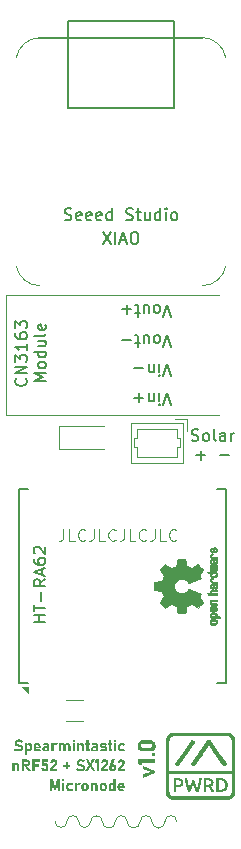
<source format=gbr>
%TF.GenerationSoftware,KiCad,Pcbnew,8.0.6*%
%TF.CreationDate,2024-11-08T20:03:32-06:00*%
%TF.ProjectId,lora micronode,6c6f7261-206d-4696-9372-6f6e6f64652e,rev?*%
%TF.SameCoordinates,Original*%
%TF.FileFunction,Legend,Top*%
%TF.FilePolarity,Positive*%
%FSLAX46Y46*%
G04 Gerber Fmt 4.6, Leading zero omitted, Abs format (unit mm)*
G04 Created by KiCad (PCBNEW 8.0.6) date 2024-11-08 20:03:32*
%MOMM*%
%LPD*%
G01*
G04 APERTURE LIST*
%ADD10C,0.100000*%
%ADD11C,0.200000*%
%ADD12C,0.300000*%
%ADD13C,0.125000*%
%ADD14C,0.150000*%
%ADD15C,0.120000*%
%ADD16C,0.127000*%
%ADD17C,0.000000*%
%ADD18C,0.010000*%
G04 APERTURE END LIST*
D10*
X126319598Y-93868419D02*
X126319598Y-94582704D01*
X126319598Y-94582704D02*
X126271979Y-94725561D01*
X126271979Y-94725561D02*
X126176741Y-94820800D01*
X126176741Y-94820800D02*
X126033884Y-94868419D01*
X126033884Y-94868419D02*
X125938646Y-94868419D01*
X127271979Y-94868419D02*
X126795789Y-94868419D01*
X126795789Y-94868419D02*
X126795789Y-93868419D01*
X128176741Y-94773180D02*
X128129122Y-94820800D01*
X128129122Y-94820800D02*
X127986265Y-94868419D01*
X127986265Y-94868419D02*
X127891027Y-94868419D01*
X127891027Y-94868419D02*
X127748170Y-94820800D01*
X127748170Y-94820800D02*
X127652932Y-94725561D01*
X127652932Y-94725561D02*
X127605313Y-94630323D01*
X127605313Y-94630323D02*
X127557694Y-94439847D01*
X127557694Y-94439847D02*
X127557694Y-94296990D01*
X127557694Y-94296990D02*
X127605313Y-94106514D01*
X127605313Y-94106514D02*
X127652932Y-94011276D01*
X127652932Y-94011276D02*
X127748170Y-93916038D01*
X127748170Y-93916038D02*
X127891027Y-93868419D01*
X127891027Y-93868419D02*
X127986265Y-93868419D01*
X127986265Y-93868419D02*
X128129122Y-93916038D01*
X128129122Y-93916038D02*
X128176741Y-93963657D01*
X128891027Y-93868419D02*
X128891027Y-94582704D01*
X128891027Y-94582704D02*
X128843408Y-94725561D01*
X128843408Y-94725561D02*
X128748170Y-94820800D01*
X128748170Y-94820800D02*
X128605313Y-94868419D01*
X128605313Y-94868419D02*
X128510075Y-94868419D01*
X129843408Y-94868419D02*
X129367218Y-94868419D01*
X129367218Y-94868419D02*
X129367218Y-93868419D01*
X130748170Y-94773180D02*
X130700551Y-94820800D01*
X130700551Y-94820800D02*
X130557694Y-94868419D01*
X130557694Y-94868419D02*
X130462456Y-94868419D01*
X130462456Y-94868419D02*
X130319599Y-94820800D01*
X130319599Y-94820800D02*
X130224361Y-94725561D01*
X130224361Y-94725561D02*
X130176742Y-94630323D01*
X130176742Y-94630323D02*
X130129123Y-94439847D01*
X130129123Y-94439847D02*
X130129123Y-94296990D01*
X130129123Y-94296990D02*
X130176742Y-94106514D01*
X130176742Y-94106514D02*
X130224361Y-94011276D01*
X130224361Y-94011276D02*
X130319599Y-93916038D01*
X130319599Y-93916038D02*
X130462456Y-93868419D01*
X130462456Y-93868419D02*
X130557694Y-93868419D01*
X130557694Y-93868419D02*
X130700551Y-93916038D01*
X130700551Y-93916038D02*
X130748170Y-93963657D01*
X131462456Y-93868419D02*
X131462456Y-94582704D01*
X131462456Y-94582704D02*
X131414837Y-94725561D01*
X131414837Y-94725561D02*
X131319599Y-94820800D01*
X131319599Y-94820800D02*
X131176742Y-94868419D01*
X131176742Y-94868419D02*
X131081504Y-94868419D01*
X132414837Y-94868419D02*
X131938647Y-94868419D01*
X131938647Y-94868419D02*
X131938647Y-93868419D01*
X133319599Y-94773180D02*
X133271980Y-94820800D01*
X133271980Y-94820800D02*
X133129123Y-94868419D01*
X133129123Y-94868419D02*
X133033885Y-94868419D01*
X133033885Y-94868419D02*
X132891028Y-94820800D01*
X132891028Y-94820800D02*
X132795790Y-94725561D01*
X132795790Y-94725561D02*
X132748171Y-94630323D01*
X132748171Y-94630323D02*
X132700552Y-94439847D01*
X132700552Y-94439847D02*
X132700552Y-94296990D01*
X132700552Y-94296990D02*
X132748171Y-94106514D01*
X132748171Y-94106514D02*
X132795790Y-94011276D01*
X132795790Y-94011276D02*
X132891028Y-93916038D01*
X132891028Y-93916038D02*
X133033885Y-93868419D01*
X133033885Y-93868419D02*
X133129123Y-93868419D01*
X133129123Y-93868419D02*
X133271980Y-93916038D01*
X133271980Y-93916038D02*
X133319599Y-93963657D01*
X134033885Y-93868419D02*
X134033885Y-94582704D01*
X134033885Y-94582704D02*
X133986266Y-94725561D01*
X133986266Y-94725561D02*
X133891028Y-94820800D01*
X133891028Y-94820800D02*
X133748171Y-94868419D01*
X133748171Y-94868419D02*
X133652933Y-94868419D01*
X134986266Y-94868419D02*
X134510076Y-94868419D01*
X134510076Y-94868419D02*
X134510076Y-93868419D01*
X135891028Y-94773180D02*
X135843409Y-94820800D01*
X135843409Y-94820800D02*
X135700552Y-94868419D01*
X135700552Y-94868419D02*
X135605314Y-94868419D01*
X135605314Y-94868419D02*
X135462457Y-94820800D01*
X135462457Y-94820800D02*
X135367219Y-94725561D01*
X135367219Y-94725561D02*
X135319600Y-94630323D01*
X135319600Y-94630323D02*
X135271981Y-94439847D01*
X135271981Y-94439847D02*
X135271981Y-94296990D01*
X135271981Y-94296990D02*
X135319600Y-94106514D01*
X135319600Y-94106514D02*
X135367219Y-94011276D01*
X135367219Y-94011276D02*
X135462457Y-93916038D01*
X135462457Y-93916038D02*
X135605314Y-93868419D01*
X135605314Y-93868419D02*
X135700552Y-93868419D01*
X135700552Y-93868419D02*
X135843409Y-93916038D01*
X135843409Y-93916038D02*
X135891028Y-93963657D01*
D11*
X137176095Y-86347656D02*
X137318952Y-86395275D01*
X137318952Y-86395275D02*
X137557047Y-86395275D01*
X137557047Y-86395275D02*
X137652285Y-86347656D01*
X137652285Y-86347656D02*
X137699904Y-86300036D01*
X137699904Y-86300036D02*
X137747523Y-86204798D01*
X137747523Y-86204798D02*
X137747523Y-86109560D01*
X137747523Y-86109560D02*
X137699904Y-86014322D01*
X137699904Y-86014322D02*
X137652285Y-85966703D01*
X137652285Y-85966703D02*
X137557047Y-85919084D01*
X137557047Y-85919084D02*
X137366571Y-85871465D01*
X137366571Y-85871465D02*
X137271333Y-85823846D01*
X137271333Y-85823846D02*
X137223714Y-85776227D01*
X137223714Y-85776227D02*
X137176095Y-85680989D01*
X137176095Y-85680989D02*
X137176095Y-85585751D01*
X137176095Y-85585751D02*
X137223714Y-85490513D01*
X137223714Y-85490513D02*
X137271333Y-85442894D01*
X137271333Y-85442894D02*
X137366571Y-85395275D01*
X137366571Y-85395275D02*
X137604666Y-85395275D01*
X137604666Y-85395275D02*
X137747523Y-85442894D01*
X138318952Y-86395275D02*
X138223714Y-86347656D01*
X138223714Y-86347656D02*
X138176095Y-86300036D01*
X138176095Y-86300036D02*
X138128476Y-86204798D01*
X138128476Y-86204798D02*
X138128476Y-85919084D01*
X138128476Y-85919084D02*
X138176095Y-85823846D01*
X138176095Y-85823846D02*
X138223714Y-85776227D01*
X138223714Y-85776227D02*
X138318952Y-85728608D01*
X138318952Y-85728608D02*
X138461809Y-85728608D01*
X138461809Y-85728608D02*
X138557047Y-85776227D01*
X138557047Y-85776227D02*
X138604666Y-85823846D01*
X138604666Y-85823846D02*
X138652285Y-85919084D01*
X138652285Y-85919084D02*
X138652285Y-86204798D01*
X138652285Y-86204798D02*
X138604666Y-86300036D01*
X138604666Y-86300036D02*
X138557047Y-86347656D01*
X138557047Y-86347656D02*
X138461809Y-86395275D01*
X138461809Y-86395275D02*
X138318952Y-86395275D01*
X139223714Y-86395275D02*
X139128476Y-86347656D01*
X139128476Y-86347656D02*
X139080857Y-86252417D01*
X139080857Y-86252417D02*
X139080857Y-85395275D01*
X140033238Y-86395275D02*
X140033238Y-85871465D01*
X140033238Y-85871465D02*
X139985619Y-85776227D01*
X139985619Y-85776227D02*
X139890381Y-85728608D01*
X139890381Y-85728608D02*
X139699905Y-85728608D01*
X139699905Y-85728608D02*
X139604667Y-85776227D01*
X140033238Y-86347656D02*
X139938000Y-86395275D01*
X139938000Y-86395275D02*
X139699905Y-86395275D01*
X139699905Y-86395275D02*
X139604667Y-86347656D01*
X139604667Y-86347656D02*
X139557048Y-86252417D01*
X139557048Y-86252417D02*
X139557048Y-86157179D01*
X139557048Y-86157179D02*
X139604667Y-86061941D01*
X139604667Y-86061941D02*
X139699905Y-86014322D01*
X139699905Y-86014322D02*
X139938000Y-86014322D01*
X139938000Y-86014322D02*
X140033238Y-85966703D01*
X140509429Y-86395275D02*
X140509429Y-85728608D01*
X140509429Y-85919084D02*
X140557048Y-85823846D01*
X140557048Y-85823846D02*
X140604667Y-85776227D01*
X140604667Y-85776227D02*
X140699905Y-85728608D01*
X140699905Y-85728608D02*
X140795143Y-85728608D01*
X137557048Y-87624266D02*
X138318953Y-87624266D01*
X137938000Y-88005219D02*
X137938000Y-87243314D01*
X139557048Y-87624266D02*
X140318953Y-87624266D01*
D12*
G36*
X133041582Y-114181755D02*
G01*
X133041582Y-113900387D01*
X134111000Y-114302288D01*
X134111000Y-114502323D01*
X133041582Y-114904225D01*
X133041582Y-114622857D01*
X133712395Y-114402306D01*
X133041582Y-114181755D01*
G37*
G36*
X134111000Y-113349009D02*
G01*
X134111000Y-113631109D01*
X132944496Y-113631109D01*
X133013739Y-113813558D01*
X132713686Y-113813558D01*
X132612936Y-113590076D01*
X132612936Y-113349009D01*
X134111000Y-113349009D01*
G37*
G36*
X133828533Y-113090355D02*
G01*
X133828533Y-112807889D01*
X134111000Y-112807889D01*
X134111000Y-113090355D01*
X133828533Y-113090355D01*
G37*
G36*
X133785042Y-111749838D02*
G01*
X133860421Y-111766352D01*
X133936006Y-111798707D01*
X134000326Y-111845441D01*
X134014646Y-111859371D01*
X134063532Y-111923348D01*
X134094850Y-111989921D01*
X134115475Y-112066382D01*
X134124641Y-112139789D01*
X134126387Y-112192763D01*
X134122420Y-112271361D01*
X134107764Y-112353715D01*
X134082309Y-112426005D01*
X134039994Y-112496301D01*
X134013547Y-112526521D01*
X133951700Y-112576530D01*
X133878999Y-112612250D01*
X133806483Y-112631785D01*
X133725657Y-112640380D01*
X133701038Y-112640826D01*
X133019967Y-112640826D01*
X132935820Y-112635339D01*
X132860333Y-112618877D01*
X132784668Y-112586626D01*
X132720314Y-112540040D01*
X132705993Y-112526154D01*
X132657106Y-112462178D01*
X132625788Y-112395605D01*
X132605164Y-112319144D01*
X132595997Y-112245737D01*
X132594251Y-112192763D01*
X132866094Y-112192763D01*
X132880657Y-112266860D01*
X132924346Y-112318426D01*
X132995329Y-112348651D01*
X133071751Y-112358372D01*
X133091774Y-112358726D01*
X133628864Y-112358726D01*
X133703585Y-112353059D01*
X133776846Y-112330036D01*
X133796293Y-112318426D01*
X133843395Y-112258830D01*
X133854545Y-112192763D01*
X133839982Y-112118483D01*
X133796293Y-112067100D01*
X133725310Y-112036875D01*
X133648887Y-112027154D01*
X133628864Y-112026800D01*
X133091774Y-112026800D01*
X133017053Y-112032467D01*
X132943793Y-112055490D01*
X132924346Y-112067100D01*
X132877243Y-112126515D01*
X132866094Y-112192763D01*
X132594251Y-112192763D01*
X132598167Y-112114165D01*
X132612633Y-112031811D01*
X132637757Y-111959521D01*
X132679523Y-111889224D01*
X132705626Y-111859005D01*
X132766901Y-111808836D01*
X132839715Y-111773001D01*
X132912895Y-111753404D01*
X132994911Y-111744781D01*
X133019967Y-111744333D01*
X133701038Y-111744333D01*
X133785042Y-111749838D01*
G37*
D13*
G36*
X122520116Y-112685258D02*
G01*
X122467039Y-112683231D01*
X122414786Y-112677152D01*
X122380409Y-112670847D01*
X122330286Y-112658151D01*
X122282498Y-112641676D01*
X122251937Y-112628593D01*
X122205215Y-112604116D01*
X122162686Y-112575930D01*
X122144470Y-112561671D01*
X122231665Y-112406332D01*
X122273400Y-112436369D01*
X122319349Y-112461325D01*
X122364777Y-112479605D01*
X122412481Y-112493129D01*
X122460948Y-112501644D01*
X122510178Y-112505151D01*
X122520116Y-112505251D01*
X122573635Y-112502198D01*
X122623194Y-112491787D01*
X122662998Y-112473988D01*
X122699463Y-112439043D01*
X122713751Y-112389348D01*
X122713800Y-112385816D01*
X122713800Y-112385083D01*
X122702066Y-112336434D01*
X122691086Y-112322069D01*
X122649549Y-112293904D01*
X122632223Y-112287630D01*
X122584713Y-112275884D01*
X122538678Y-112267602D01*
X122535015Y-112266870D01*
X122531107Y-112266381D01*
X122515964Y-112264183D01*
X122462340Y-112254635D01*
X122414126Y-112243850D01*
X122366899Y-112230416D01*
X122349879Y-112224616D01*
X122303201Y-112201832D01*
X122262089Y-112169020D01*
X122237771Y-112141573D01*
X122211629Y-112094882D01*
X122197279Y-112042217D01*
X122192257Y-111993078D01*
X122191853Y-111973046D01*
X122191853Y-111972313D01*
X122195273Y-111920011D01*
X122205532Y-111872192D01*
X122224952Y-111824317D01*
X122235084Y-111806716D01*
X122265920Y-111766993D01*
X122304388Y-111733615D01*
X122350489Y-111706581D01*
X122360625Y-111701936D01*
X122409767Y-111684462D01*
X122457989Y-111673731D01*
X122510486Y-111667518D01*
X122559927Y-111665788D01*
X122610786Y-111668525D01*
X122659125Y-111676018D01*
X122669592Y-111678244D01*
X122718065Y-111691248D01*
X122765603Y-111708458D01*
X122779013Y-111714148D01*
X122824955Y-111736321D01*
X122868746Y-111762233D01*
X122880863Y-111770324D01*
X122801239Y-111929570D01*
X122757138Y-111902219D01*
X122711663Y-111879882D01*
X122680583Y-111867777D01*
X122630389Y-111853544D01*
X122581806Y-111846568D01*
X122559927Y-111845795D01*
X122509705Y-111848586D01*
X122459513Y-111859302D01*
X122426082Y-111874371D01*
X122390545Y-111908688D01*
X122378699Y-111954483D01*
X122378699Y-111954972D01*
X122389323Y-112004144D01*
X122403368Y-112023604D01*
X122444885Y-112052602D01*
X122464428Y-112060240D01*
X122511626Y-112073041D01*
X122562917Y-112084101D01*
X122567010Y-112084909D01*
X122572384Y-112086130D01*
X122578001Y-112086863D01*
X122585573Y-112088817D01*
X122593633Y-112090526D01*
X122644466Y-112101487D01*
X122695146Y-112115207D01*
X122743842Y-112132172D01*
X122751902Y-112135467D01*
X122796725Y-112159819D01*
X122835571Y-112193307D01*
X122858148Y-112220708D01*
X122882344Y-112266087D01*
X122895624Y-112316157D01*
X122900480Y-112368398D01*
X122900646Y-112380931D01*
X122900646Y-112382397D01*
X122897111Y-112433951D01*
X122884889Y-112486158D01*
X122863937Y-112533022D01*
X122855950Y-112546039D01*
X122824160Y-112585328D01*
X122784356Y-112618320D01*
X122741680Y-112642629D01*
X122726013Y-112649598D01*
X122675164Y-112666836D01*
X122625328Y-112677422D01*
X122571125Y-112683551D01*
X122520116Y-112685258D01*
G37*
G36*
X123054275Y-111962055D02*
G01*
X123242342Y-111962055D01*
X123242342Y-112964916D01*
X123054275Y-112964916D01*
X123054275Y-111962055D01*
G37*
G36*
X123407939Y-112685258D02*
G01*
X123356501Y-112679180D01*
X123308651Y-112659180D01*
X123299983Y-112653506D01*
X123262721Y-112617714D01*
X123237142Y-112573850D01*
X123232816Y-112563136D01*
X123242342Y-112400226D01*
X123249945Y-112448687D01*
X123254798Y-112460066D01*
X123288029Y-112496230D01*
X123290946Y-112497923D01*
X123340073Y-112510666D01*
X123348343Y-112510868D01*
X123397711Y-112501011D01*
X123430165Y-112475942D01*
X123453034Y-112430438D01*
X123459445Y-112380750D01*
X123459474Y-112376779D01*
X123459474Y-112263450D01*
X123453864Y-112211999D01*
X123433714Y-112166936D01*
X123430165Y-112162334D01*
X123389971Y-112133105D01*
X123348343Y-112126186D01*
X123300183Y-112135054D01*
X123290946Y-112139619D01*
X123256399Y-112175297D01*
X123254798Y-112178454D01*
X123242780Y-112226987D01*
X123242342Y-112240247D01*
X123227932Y-112082222D01*
X123252123Y-112039346D01*
X123284144Y-112001967D01*
X123303891Y-111985746D01*
X123347008Y-111962371D01*
X123397354Y-111951853D01*
X123407939Y-111951552D01*
X123457395Y-111955881D01*
X123505423Y-111970479D01*
X123537387Y-111988189D01*
X123576971Y-112023320D01*
X123605926Y-112065624D01*
X123619453Y-112094678D01*
X123635583Y-112146051D01*
X123644437Y-112198563D01*
X123647674Y-112250555D01*
X123647785Y-112262718D01*
X123647785Y-112376779D01*
X123645544Y-112429473D01*
X123637797Y-112482720D01*
X123624516Y-112530386D01*
X123619453Y-112543597D01*
X123597083Y-112587111D01*
X123565702Y-112625825D01*
X123537387Y-112648866D01*
X123490101Y-112672428D01*
X123440012Y-112683516D01*
X123407939Y-112685258D01*
G37*
G36*
X124120883Y-112685258D02*
G01*
X124071211Y-112682922D01*
X124019781Y-112674711D01*
X123968165Y-112658654D01*
X123944540Y-112647889D01*
X123902260Y-112621170D01*
X123863521Y-112584010D01*
X123835367Y-112543166D01*
X123832921Y-112538712D01*
X123812700Y-112490970D01*
X123800904Y-112443108D01*
X123795174Y-112390609D01*
X123794575Y-112365788D01*
X123794575Y-112285432D01*
X123796865Y-112234492D01*
X123804915Y-112181820D01*
X123818761Y-112134054D01*
X123831211Y-112104937D01*
X123857530Y-112061579D01*
X123890383Y-112025233D01*
X123929772Y-111995900D01*
X123938434Y-111990875D01*
X123985389Y-111970138D01*
X124038020Y-111957082D01*
X124090242Y-111951898D01*
X124108671Y-111951552D01*
X124159047Y-111955262D01*
X124210081Y-111968084D01*
X124255914Y-111990066D01*
X124268650Y-111998447D01*
X124307200Y-112031730D01*
X124339500Y-112073265D01*
X124363227Y-112117703D01*
X124370011Y-112134002D01*
X124385185Y-112180759D01*
X124396023Y-112232126D01*
X124401950Y-112280854D01*
X124404558Y-112333112D01*
X124404694Y-112348691D01*
X124404694Y-112395341D01*
X123916941Y-112395341D01*
X123916941Y-112268335D01*
X124232991Y-112268335D01*
X124230793Y-112251727D01*
X124219633Y-112203080D01*
X124193889Y-112158591D01*
X124191958Y-112156472D01*
X124150218Y-112129218D01*
X124108671Y-112122766D01*
X124058384Y-112129458D01*
X124012982Y-112153808D01*
X124003158Y-112163311D01*
X123977613Y-112205192D01*
X123966702Y-112255551D01*
X123965789Y-112277861D01*
X123965789Y-112368719D01*
X123971525Y-112418670D01*
X123992716Y-112465226D01*
X124006578Y-112481315D01*
X124048532Y-112508530D01*
X124098708Y-112520155D01*
X124120883Y-112521127D01*
X124170256Y-112515341D01*
X124195866Y-112507693D01*
X124241647Y-112485223D01*
X124263277Y-112469591D01*
X124386131Y-112578768D01*
X124346230Y-112610982D01*
X124303096Y-112637770D01*
X124261079Y-112657414D01*
X124213217Y-112673266D01*
X124165009Y-112682539D01*
X124120883Y-112685258D01*
G37*
G36*
X124957904Y-112222906D02*
G01*
X124947471Y-112174512D01*
X124924931Y-112146702D01*
X124879104Y-112124978D01*
X124831386Y-112119836D01*
X124781812Y-112124988D01*
X124752251Y-112133025D01*
X124706933Y-112153308D01*
X124683130Y-112169417D01*
X124566382Y-112054623D01*
X124602137Y-112021192D01*
X124645654Y-111993806D01*
X124678978Y-111978907D01*
X124728931Y-111963333D01*
X124777398Y-111954785D01*
X124828775Y-111951579D01*
X124834073Y-111951552D01*
X124884508Y-111954025D01*
X124935427Y-111962574D01*
X124985212Y-111979030D01*
X124993563Y-111982815D01*
X125038626Y-112010247D01*
X125074896Y-112045647D01*
X125094191Y-112073674D01*
X125115326Y-112121622D01*
X125126130Y-112171608D01*
X125128874Y-112216800D01*
X125128874Y-112675000D01*
X124957904Y-112675000D01*
X124957904Y-112222906D01*
G37*
G36*
X124759334Y-112685258D02*
G01*
X124705570Y-112681854D01*
X124653771Y-112669886D01*
X124607003Y-112646482D01*
X124587876Y-112630792D01*
X124557994Y-112591064D01*
X124539180Y-112540269D01*
X124532097Y-112491665D01*
X124531211Y-112464706D01*
X124535180Y-112415140D01*
X124549134Y-112367298D01*
X124576420Y-112323973D01*
X124594715Y-112306193D01*
X124640629Y-112278243D01*
X124692598Y-112261939D01*
X124747259Y-112254486D01*
X124785468Y-112253192D01*
X124964010Y-112253192D01*
X124973535Y-112396807D01*
X124786201Y-112396807D01*
X124737589Y-112404772D01*
X124722209Y-112413660D01*
X124701147Y-112458447D01*
X124700960Y-112464706D01*
X124719913Y-112511016D01*
X124727583Y-112516730D01*
X124774626Y-112531592D01*
X124808671Y-112533583D01*
X124859962Y-112531179D01*
X124908620Y-112521411D01*
X124921023Y-112516486D01*
X124955599Y-112479758D01*
X124957904Y-112462752D01*
X124972314Y-112566556D01*
X124953791Y-112613856D01*
X124936899Y-112631769D01*
X124894177Y-112658733D01*
X124858497Y-112671824D01*
X124810259Y-112681899D01*
X124759334Y-112685258D01*
G37*
G36*
X125310102Y-111962055D02*
G01*
X125512091Y-111962055D01*
X125512091Y-112675000D01*
X125310102Y-112675000D01*
X125310102Y-111962055D01*
G37*
G36*
X125711149Y-112160380D02*
G01*
X125677443Y-112139863D01*
X125631525Y-112133025D01*
X125581028Y-112142245D01*
X125543354Y-112169905D01*
X125519906Y-112213686D01*
X125512213Y-112263715D01*
X125512091Y-112271755D01*
X125497680Y-112086374D01*
X125522284Y-112042399D01*
X125554442Y-112003829D01*
X125574128Y-111986967D01*
X125617105Y-111962758D01*
X125666990Y-111951863D01*
X125677443Y-111951552D01*
X125727506Y-111956546D01*
X125758288Y-111965718D01*
X125801629Y-111989991D01*
X125821058Y-112007240D01*
X125711149Y-112160380D01*
G37*
G36*
X126738190Y-112263450D02*
G01*
X126732440Y-112214210D01*
X126709996Y-112169124D01*
X126708148Y-112166974D01*
X126666666Y-112139523D01*
X126623396Y-112133025D01*
X126572816Y-112142261D01*
X126539865Y-112165753D01*
X126516363Y-112210953D01*
X126510800Y-112258077D01*
X126475873Y-112093213D01*
X126501302Y-112050087D01*
X126534572Y-112011533D01*
X126563312Y-111988433D01*
X126609144Y-111964554D01*
X126658926Y-111952849D01*
X126683235Y-111951552D01*
X126733474Y-111955881D01*
X126782223Y-111970479D01*
X126814638Y-111988189D01*
X126851996Y-112020223D01*
X126882003Y-112061736D01*
X126897925Y-112094678D01*
X126914194Y-112146051D01*
X126923124Y-112198563D01*
X126926389Y-112250555D01*
X126926501Y-112262718D01*
X126926501Y-112675000D01*
X126738190Y-112675000D01*
X126738190Y-112263450D01*
G37*
G36*
X125907031Y-111962055D02*
G01*
X126095098Y-111962055D01*
X126095098Y-112675000D01*
X125907031Y-112675000D01*
X125907031Y-111962055D01*
G37*
G36*
X126322488Y-112263450D02*
G01*
X126316551Y-112214210D01*
X126293378Y-112169124D01*
X126291470Y-112166974D01*
X126248811Y-112139523D01*
X126204519Y-112133025D01*
X126155671Y-112141296D01*
X126123675Y-112162334D01*
X126099815Y-112205287D01*
X126095098Y-112244399D01*
X126080688Y-112086374D01*
X126106700Y-112041346D01*
X126139841Y-112002565D01*
X126159823Y-111985990D01*
X126204415Y-111962449D01*
X126255272Y-111952090D01*
X126270953Y-111951552D01*
X126320410Y-111955881D01*
X126368438Y-111970479D01*
X126400402Y-111988189D01*
X126439986Y-112023320D01*
X126468940Y-112065624D01*
X126482468Y-112094678D01*
X126498598Y-112146051D01*
X126507452Y-112198563D01*
X126510689Y-112250555D01*
X126510800Y-112262718D01*
X126510800Y-112675000D01*
X126322488Y-112675000D01*
X126322488Y-112263450D01*
G37*
G36*
X127095517Y-111676290D02*
G01*
X127283584Y-111676290D01*
X127283584Y-111864357D01*
X127095517Y-111864357D01*
X127095517Y-111676290D01*
G37*
G36*
X127095517Y-111962055D02*
G01*
X127283584Y-111962055D01*
X127283584Y-112675000D01*
X127095517Y-112675000D01*
X127095517Y-111962055D01*
G37*
G36*
X127456508Y-111962055D02*
G01*
X127644575Y-111962055D01*
X127644575Y-112675000D01*
X127456508Y-112675000D01*
X127456508Y-111962055D01*
G37*
G36*
X127868546Y-112242934D02*
G01*
X127860136Y-112194017D01*
X127838748Y-112161845D01*
X127794495Y-112137781D01*
X127753996Y-112133025D01*
X127705147Y-112141296D01*
X127673151Y-112162334D01*
X127649291Y-112205287D01*
X127644575Y-112244399D01*
X127630165Y-112086374D01*
X127656280Y-112040556D01*
X127688524Y-112001617D01*
X127707590Y-111985258D01*
X127751307Y-111962217D01*
X127799772Y-111952375D01*
X127820430Y-111951552D01*
X127873660Y-111956300D01*
X127920508Y-111970542D01*
X127965586Y-111997914D01*
X127995064Y-112027512D01*
X128022098Y-112069415D01*
X128041409Y-112119164D01*
X128051969Y-112169131D01*
X128056616Y-112225105D01*
X128056857Y-112242201D01*
X128056857Y-112675000D01*
X127868546Y-112675000D01*
X127868546Y-112242934D01*
G37*
G36*
X128437143Y-112678419D02*
G01*
X128383672Y-112673768D01*
X128336039Y-112657908D01*
X128300123Y-112630792D01*
X128273630Y-112588499D01*
X128260087Y-112538507D01*
X128256648Y-112489619D01*
X128256648Y-111754448D01*
X128444715Y-111754448D01*
X128444715Y-112442725D01*
X128454973Y-112483025D01*
X128485259Y-112497191D01*
X128532154Y-112497191D01*
X128532154Y-112678419D01*
X128437143Y-112678419D01*
G37*
G36*
X128183130Y-111962055D02*
G01*
X128532154Y-111962055D01*
X128532154Y-112122766D01*
X128183130Y-112122766D01*
X128183130Y-111962055D01*
G37*
G36*
X129086585Y-112222906D02*
G01*
X129076152Y-112174512D01*
X129053612Y-112146702D01*
X129007785Y-112124978D01*
X128960067Y-112119836D01*
X128910493Y-112124988D01*
X128880932Y-112133025D01*
X128835614Y-112153308D01*
X128811812Y-112169417D01*
X128695064Y-112054623D01*
X128730818Y-112021192D01*
X128774336Y-111993806D01*
X128807659Y-111978907D01*
X128857612Y-111963333D01*
X128906079Y-111954785D01*
X128957456Y-111951579D01*
X128962754Y-111951552D01*
X129013190Y-111954025D01*
X129064108Y-111962574D01*
X129113893Y-111979030D01*
X129122244Y-111982815D01*
X129167307Y-112010247D01*
X129203577Y-112045647D01*
X129222872Y-112073674D01*
X129244007Y-112121622D01*
X129254811Y-112171608D01*
X129257555Y-112216800D01*
X129257555Y-112675000D01*
X129086585Y-112675000D01*
X129086585Y-112222906D01*
G37*
G36*
X128888015Y-112685258D02*
G01*
X128834251Y-112681854D01*
X128782452Y-112669886D01*
X128735684Y-112646482D01*
X128716557Y-112630792D01*
X128686675Y-112591064D01*
X128667861Y-112540269D01*
X128660778Y-112491665D01*
X128659893Y-112464706D01*
X128663861Y-112415140D01*
X128677815Y-112367298D01*
X128705101Y-112323973D01*
X128723396Y-112306193D01*
X128769310Y-112278243D01*
X128821279Y-112261939D01*
X128875940Y-112254486D01*
X128914149Y-112253192D01*
X129092691Y-112253192D01*
X129102216Y-112396807D01*
X128914882Y-112396807D01*
X128866270Y-112404772D01*
X128850890Y-112413660D01*
X128829828Y-112458447D01*
X128829641Y-112464706D01*
X128848594Y-112511016D01*
X128856264Y-112516730D01*
X128903307Y-112531592D01*
X128937352Y-112533583D01*
X128988643Y-112531179D01*
X129037301Y-112521411D01*
X129049704Y-112516486D01*
X129084280Y-112479758D01*
X129086585Y-112462752D01*
X129100995Y-112566556D01*
X129082472Y-112613856D01*
X129065580Y-112631769D01*
X129022858Y-112658733D01*
X128987178Y-112671824D01*
X128938940Y-112681899D01*
X128888015Y-112685258D01*
G37*
G36*
X129711358Y-112685258D02*
G01*
X129660087Y-112683403D01*
X129609865Y-112677841D01*
X129587038Y-112674023D01*
X129539231Y-112662962D01*
X129490451Y-112647174D01*
X129473710Y-112640561D01*
X129426934Y-112618021D01*
X129385525Y-112591617D01*
X129380409Y-112587805D01*
X129496424Y-112442725D01*
X129539063Y-112467056D01*
X129586694Y-112487759D01*
X129604135Y-112493771D01*
X129652428Y-112505960D01*
X129701783Y-112511444D01*
X129711358Y-112511601D01*
X129763404Y-112508796D01*
X129811392Y-112497848D01*
X129813696Y-112496946D01*
X129849519Y-112462272D01*
X129850088Y-112455914D01*
X129834212Y-112419521D01*
X129793912Y-112401936D01*
X129743143Y-112394518D01*
X129724547Y-112392655D01*
X129699390Y-112389968D01*
X129673745Y-112387281D01*
X129667639Y-112386304D01*
X129662021Y-112385816D01*
X129611003Y-112378186D01*
X129560309Y-112367681D01*
X129534282Y-112360415D01*
X129489830Y-112338311D01*
X129452705Y-112302285D01*
X129429998Y-112257285D01*
X129420656Y-112206956D01*
X129419488Y-112177721D01*
X129424296Y-112126968D01*
X129440358Y-112078575D01*
X129453682Y-112055355D01*
X129486742Y-112018109D01*
X129529960Y-111988925D01*
X129553333Y-111978175D01*
X129601538Y-111963018D01*
X129650921Y-111954698D01*
X129699893Y-111951656D01*
X129711358Y-111951552D01*
X129762259Y-111953967D01*
X129812838Y-111961212D01*
X129819558Y-111962543D01*
X129869142Y-111974994D01*
X129916687Y-111991738D01*
X129922872Y-111994295D01*
X129967691Y-112015353D01*
X130011830Y-112041839D01*
X130014463Y-112043632D01*
X129902356Y-112180408D01*
X129857709Y-112158483D01*
X129811237Y-112141711D01*
X129804903Y-112139863D01*
X129755077Y-112129056D01*
X129707206Y-112125453D01*
X129656587Y-112128750D01*
X129618546Y-112138642D01*
X129587038Y-112174790D01*
X129603891Y-112202878D01*
X129645657Y-112217288D01*
X129696307Y-112224433D01*
X129718930Y-112227058D01*
X129731386Y-112228524D01*
X129743842Y-112229745D01*
X129749948Y-112230478D01*
X129756054Y-112231210D01*
X129804951Y-112237712D01*
X129855692Y-112246963D01*
X129891365Y-112255879D01*
X129936932Y-112276730D01*
X129975629Y-112310891D01*
X129980269Y-112316451D01*
X130004148Y-112360218D01*
X130014845Y-112408271D01*
X130017150Y-112449563D01*
X130012101Y-112502263D01*
X129996954Y-112548985D01*
X129981246Y-112576814D01*
X129946831Y-112615567D01*
X129905403Y-112644040D01*
X129876955Y-112657414D01*
X129826422Y-112673266D01*
X129774673Y-112681968D01*
X129723368Y-112685149D01*
X129711358Y-112685258D01*
G37*
G36*
X130363731Y-112678419D02*
G01*
X130310260Y-112673768D01*
X130262626Y-112657908D01*
X130226710Y-112630792D01*
X130200218Y-112588499D01*
X130186674Y-112538507D01*
X130183235Y-112489619D01*
X130183235Y-111754448D01*
X130371302Y-111754448D01*
X130371302Y-112442725D01*
X130381560Y-112483025D01*
X130411846Y-112497191D01*
X130458741Y-112497191D01*
X130458741Y-112678419D01*
X130363731Y-112678419D01*
G37*
G36*
X130109718Y-111962055D02*
G01*
X130458741Y-111962055D01*
X130458741Y-112122766D01*
X130109718Y-112122766D01*
X130109718Y-111962055D01*
G37*
G36*
X130610660Y-111676290D02*
G01*
X130798727Y-111676290D01*
X130798727Y-111864357D01*
X130610660Y-111864357D01*
X130610660Y-111676290D01*
G37*
G36*
X130610660Y-111962055D02*
G01*
X130798727Y-111962055D01*
X130798727Y-112675000D01*
X130610660Y-112675000D01*
X130610660Y-111962055D01*
G37*
G36*
X131273047Y-112685258D02*
G01*
X131224061Y-112682831D01*
X131173294Y-112674298D01*
X131122280Y-112657611D01*
X131098902Y-112646423D01*
X131057080Y-112618717D01*
X131021984Y-112584141D01*
X130993615Y-112542696D01*
X130988748Y-112533583D01*
X130968784Y-112484219D01*
X130957138Y-112434734D01*
X130951482Y-112380458D01*
X130950890Y-112354797D01*
X130950890Y-112278593D01*
X130953257Y-112228615D01*
X130961575Y-112176988D01*
X130975882Y-112130229D01*
X130988748Y-112101762D01*
X131015772Y-112059377D01*
X131049523Y-112023814D01*
X131089999Y-111995072D01*
X131098902Y-111990143D01*
X131147078Y-111969792D01*
X131195290Y-111957921D01*
X131248100Y-111952155D01*
X131273047Y-111951552D01*
X131323029Y-111954123D01*
X131373676Y-111962585D01*
X131383445Y-111964986D01*
X131432598Y-111981411D01*
X131476501Y-112003820D01*
X131516429Y-112033911D01*
X131545133Y-112065614D01*
X131423500Y-112183827D01*
X131381489Y-112154845D01*
X131362440Y-112146458D01*
X131315021Y-112134612D01*
X131288923Y-112133025D01*
X131239933Y-112138383D01*
X131194152Y-112158178D01*
X131178281Y-112171127D01*
X131150231Y-112213716D01*
X131139812Y-112261741D01*
X131139202Y-112278593D01*
X131139202Y-112354797D01*
X131144697Y-112403867D01*
X131165000Y-112449481D01*
X131178281Y-112465195D01*
X131222176Y-112493069D01*
X131271593Y-112503423D01*
X131288923Y-112504030D01*
X131338425Y-112497823D01*
X131362928Y-112489619D01*
X131406670Y-112463917D01*
X131423500Y-112448342D01*
X131545133Y-112573394D01*
X131509361Y-112610188D01*
X131475768Y-112634211D01*
X131431927Y-112656193D01*
X131382956Y-112672313D01*
X131333261Y-112681604D01*
X131283973Y-112685144D01*
X131273047Y-112685258D01*
G37*
G36*
X121993284Y-113642055D02*
G01*
X122181351Y-113642055D01*
X122181351Y-114355000D01*
X121993284Y-114355000D01*
X121993284Y-113642055D01*
G37*
G36*
X122405322Y-113922934D02*
G01*
X122396912Y-113874017D01*
X122375524Y-113841845D01*
X122331271Y-113817781D01*
X122290772Y-113813025D01*
X122241924Y-113821296D01*
X122209928Y-113842334D01*
X122186067Y-113885287D01*
X122181351Y-113924399D01*
X122166941Y-113766374D01*
X122193056Y-113720556D01*
X122225300Y-113681617D01*
X122244366Y-113665258D01*
X122288083Y-113642217D01*
X122336548Y-113632375D01*
X122357206Y-113631552D01*
X122410436Y-113636300D01*
X122457285Y-113650542D01*
X122502362Y-113677914D01*
X122531840Y-113707512D01*
X122558874Y-113749415D01*
X122578185Y-113799164D01*
X122588745Y-113849131D01*
X122593392Y-113905105D01*
X122593633Y-113922201D01*
X122593633Y-114355000D01*
X122405322Y-114355000D01*
X122405322Y-113922934D01*
G37*
G36*
X122863521Y-113771748D02*
G01*
X123211079Y-113771748D01*
X123259107Y-113759082D01*
X123261882Y-113757337D01*
X123294296Y-113719585D01*
X123295831Y-113716304D01*
X123307862Y-113667164D01*
X123308532Y-113654267D01*
X123301227Y-113604613D01*
X123296564Y-113592473D01*
X123265323Y-113553046D01*
X123262614Y-113551196D01*
X123214744Y-113536842D01*
X123211079Y-113536786D01*
X122863521Y-113536786D01*
X122863521Y-113355558D01*
X123226222Y-113355558D01*
X123275734Y-113359183D01*
X123325734Y-113371546D01*
X123371058Y-113392683D01*
X123410697Y-113421814D01*
X123443640Y-113458160D01*
X123467778Y-113497463D01*
X123487385Y-113546516D01*
X123498147Y-113595517D01*
X123502183Y-113648716D01*
X123502216Y-113654267D01*
X123498853Y-113708015D01*
X123488764Y-113757517D01*
X123469897Y-113807065D01*
X123467778Y-113811315D01*
X123440864Y-113854220D01*
X123407139Y-113889911D01*
X123370570Y-113916095D01*
X123325193Y-113937232D01*
X123275371Y-113949595D01*
X123226222Y-113953220D01*
X122863521Y-113953220D01*
X122863521Y-113771748D01*
G37*
G36*
X122788539Y-113355558D02*
G01*
X122976850Y-113355558D01*
X122976850Y-114355000D01*
X122788539Y-114355000D01*
X122788539Y-113355558D01*
G37*
G36*
X123073570Y-113922201D02*
G01*
X123274826Y-113890694D01*
X123544226Y-114355000D01*
X123316103Y-114355000D01*
X123073570Y-113922201D01*
G37*
G36*
X123701030Y-113356290D02*
G01*
X123889341Y-113356290D01*
X123889341Y-114355000D01*
X123701030Y-114355000D01*
X123701030Y-113356290D01*
G37*
G36*
X123769662Y-113777365D02*
G01*
X124281595Y-113777365D01*
X124281595Y-113958593D01*
X123769662Y-113958593D01*
X123769662Y-113777365D01*
G37*
G36*
X123769662Y-113356290D02*
G01*
X124357066Y-113356290D01*
X124357066Y-113537519D01*
X123769662Y-113537519D01*
X123769662Y-113356290D01*
G37*
G36*
X124755671Y-114365258D02*
G01*
X124702331Y-114361073D01*
X124652801Y-114348518D01*
X124611079Y-114329842D01*
X124569918Y-114301685D01*
X124534761Y-114265908D01*
X124508009Y-114226772D01*
X124486933Y-114182055D01*
X124472250Y-114132471D01*
X124464500Y-114083686D01*
X124463068Y-114066549D01*
X124463068Y-114065816D01*
X124651135Y-114065816D01*
X124651135Y-114066549D01*
X124662370Y-114115397D01*
X124684840Y-114152034D01*
X124726724Y-114178271D01*
X124758357Y-114182564D01*
X124807027Y-114172363D01*
X124835050Y-114150324D01*
X124856971Y-114105553D01*
X124862161Y-114058977D01*
X124862161Y-113975202D01*
X124856794Y-113925746D01*
X124837736Y-113884099D01*
X124797265Y-113855884D01*
X124769348Y-113852103D01*
X124721288Y-113861044D01*
X124700228Y-113872864D01*
X124668459Y-113910936D01*
X124660905Y-113930505D01*
X124485050Y-113930505D01*
X124485050Y-113356290D01*
X125021407Y-113356290D01*
X125021407Y-113537519D01*
X124673117Y-113537519D01*
X124673117Y-113714106D01*
X124715710Y-113687267D01*
X124731002Y-113681622D01*
X124779198Y-113670853D01*
X124804275Y-113669410D01*
X124855018Y-113673652D01*
X124904316Y-113687958D01*
X124937143Y-113705314D01*
X124974982Y-113736695D01*
X125005333Y-113777350D01*
X125021407Y-113809605D01*
X125037816Y-113860138D01*
X125046822Y-113911887D01*
X125050115Y-113963192D01*
X125050228Y-113975202D01*
X125050228Y-114058977D01*
X125047484Y-114111180D01*
X125038001Y-114164016D01*
X125021743Y-114211415D01*
X125015545Y-114224574D01*
X124988007Y-114267920D01*
X124953080Y-114303589D01*
X124914917Y-114329354D01*
X124866347Y-114349795D01*
X124816583Y-114361015D01*
X124767227Y-114365117D01*
X124755671Y-114365258D01*
G37*
G36*
X125209962Y-114185251D02*
G01*
X125552635Y-113734623D01*
X125579796Y-113692392D01*
X125588783Y-113672585D01*
X125601037Y-113623494D01*
X125601484Y-113612990D01*
X125601484Y-113611769D01*
X125587983Y-113563075D01*
X125575350Y-113549242D01*
X125529026Y-113529407D01*
X125501100Y-113527260D01*
X125451988Y-113538024D01*
X125425629Y-113557791D01*
X125400315Y-113600329D01*
X125390458Y-113644741D01*
X125390458Y-113645474D01*
X125197506Y-113645474D01*
X125197506Y-113644741D01*
X125203530Y-113594209D01*
X125216295Y-113542956D01*
X125235453Y-113496855D01*
X125242447Y-113484030D01*
X125272349Y-113441465D01*
X125308659Y-113406462D01*
X125347227Y-113381203D01*
X125395018Y-113361040D01*
X125442721Y-113349973D01*
X125494480Y-113345823D01*
X125499879Y-113345788D01*
X125550216Y-113348222D01*
X125601116Y-113356637D01*
X125650990Y-113372836D01*
X125659369Y-113376563D01*
X125704730Y-113403376D01*
X125741160Y-113438020D01*
X125760486Y-113465467D01*
X125781620Y-113512614D01*
X125792425Y-113561745D01*
X125795168Y-113606151D01*
X125795168Y-113606884D01*
X125791837Y-113657820D01*
X125781842Y-113708412D01*
X125771477Y-113741950D01*
X125751063Y-113790356D01*
X125725361Y-113835190D01*
X125705287Y-113863094D01*
X125459334Y-114173527D01*
X125800786Y-114173527D01*
X125800786Y-114355000D01*
X125209962Y-114355000D01*
X125209962Y-114185251D01*
G37*
G36*
X126901588Y-113807407D02*
G01*
X126901588Y-113982041D01*
X126316383Y-113982041D01*
X126316383Y-113807407D01*
X126901588Y-113807407D01*
G37*
G36*
X126699600Y-114173527D02*
G01*
X126518127Y-114173527D01*
X126518127Y-113615921D01*
X126699600Y-113615921D01*
X126699600Y-114173527D01*
G37*
G36*
X127772314Y-114365258D02*
G01*
X127719237Y-114363231D01*
X127666984Y-114357152D01*
X127632607Y-114350847D01*
X127582484Y-114338151D01*
X127534696Y-114321676D01*
X127504136Y-114308593D01*
X127457414Y-114284116D01*
X127414884Y-114255930D01*
X127396669Y-114241671D01*
X127483863Y-114086332D01*
X127525599Y-114116369D01*
X127571548Y-114141325D01*
X127616976Y-114159605D01*
X127664679Y-114173129D01*
X127713146Y-114181644D01*
X127762377Y-114185151D01*
X127772314Y-114185251D01*
X127825833Y-114182198D01*
X127875392Y-114171787D01*
X127915196Y-114153988D01*
X127951661Y-114119043D01*
X127965949Y-114069348D01*
X127965999Y-114065816D01*
X127965999Y-114065083D01*
X127954264Y-114016434D01*
X127943284Y-114002069D01*
X127901748Y-113973904D01*
X127884422Y-113967630D01*
X127836912Y-113955884D01*
X127790877Y-113947602D01*
X127787213Y-113946870D01*
X127783305Y-113946381D01*
X127768162Y-113944183D01*
X127714538Y-113934635D01*
X127666324Y-113923850D01*
X127619098Y-113910416D01*
X127602077Y-113904616D01*
X127555400Y-113881832D01*
X127514287Y-113849020D01*
X127489969Y-113821573D01*
X127463827Y-113774882D01*
X127449478Y-113722217D01*
X127444455Y-113673078D01*
X127444052Y-113653046D01*
X127444052Y-113652313D01*
X127447471Y-113600011D01*
X127457730Y-113552192D01*
X127477151Y-113504317D01*
X127487283Y-113486716D01*
X127518118Y-113446993D01*
X127556587Y-113413615D01*
X127602688Y-113386581D01*
X127612824Y-113381936D01*
X127661965Y-113364462D01*
X127710188Y-113353731D01*
X127762685Y-113347518D01*
X127812126Y-113345788D01*
X127862984Y-113348525D01*
X127911323Y-113356018D01*
X127921791Y-113358244D01*
X127970263Y-113371248D01*
X128017801Y-113388458D01*
X128031212Y-113394148D01*
X128077153Y-113416321D01*
X128120944Y-113442233D01*
X128133061Y-113450324D01*
X128053438Y-113609570D01*
X128009337Y-113582219D01*
X127963862Y-113559882D01*
X127932782Y-113547777D01*
X127882587Y-113533544D01*
X127834005Y-113526568D01*
X127812126Y-113525795D01*
X127761903Y-113528586D01*
X127711711Y-113539302D01*
X127678281Y-113554371D01*
X127642743Y-113588688D01*
X127630898Y-113634483D01*
X127630898Y-113634972D01*
X127641521Y-113684144D01*
X127655566Y-113703604D01*
X127697084Y-113732602D01*
X127716627Y-113740240D01*
X127763825Y-113753041D01*
X127815116Y-113764101D01*
X127819209Y-113764909D01*
X127824582Y-113766130D01*
X127830200Y-113766863D01*
X127837771Y-113768817D01*
X127845831Y-113770526D01*
X127896664Y-113781487D01*
X127947345Y-113795207D01*
X127996041Y-113812172D01*
X128004101Y-113815467D01*
X128048923Y-113839819D01*
X128087769Y-113873307D01*
X128110346Y-113900708D01*
X128134542Y-113946087D01*
X128147823Y-113996157D01*
X128152679Y-114048398D01*
X128152845Y-114060931D01*
X128152845Y-114062397D01*
X128149309Y-114113951D01*
X128137087Y-114166158D01*
X128116136Y-114213022D01*
X128108148Y-114226039D01*
X128076358Y-114265328D01*
X128036554Y-114298320D01*
X127993879Y-114322629D01*
X127978211Y-114329598D01*
X127927363Y-114346836D01*
X127877526Y-114357422D01*
X127823323Y-114363551D01*
X127772314Y-114365258D01*
G37*
G36*
X128547541Y-113946381D02*
G01*
X128528490Y-113913897D01*
X128198029Y-113356290D01*
X128396599Y-113356290D01*
X128620325Y-113734623D01*
X128646459Y-113779319D01*
X128987911Y-114355000D01*
X128789341Y-114355000D01*
X128547541Y-113946381D01*
G37*
G36*
X128549739Y-113740240D02*
G01*
X128774198Y-113356290D01*
X128972768Y-113356290D01*
X128642307Y-113920736D01*
X128388295Y-114355000D01*
X128189725Y-114355000D01*
X128549739Y-113740240D01*
G37*
G36*
X129341819Y-114355000D02*
G01*
X129153752Y-114355000D01*
X129153752Y-113577330D01*
X129032119Y-113623492D01*
X129032119Y-113423457D01*
X129181107Y-113356290D01*
X129341819Y-113356290D01*
X129341819Y-114355000D01*
G37*
G36*
X129523291Y-114185251D02*
G01*
X129865964Y-113734623D01*
X129893124Y-113692392D01*
X129902112Y-113672585D01*
X129914366Y-113623494D01*
X129914812Y-113612990D01*
X129914812Y-113611769D01*
X129901312Y-113563075D01*
X129888678Y-113549242D01*
X129842354Y-113529407D01*
X129814429Y-113527260D01*
X129765317Y-113538024D01*
X129738958Y-113557791D01*
X129713644Y-113600329D01*
X129703787Y-113644741D01*
X129703787Y-113645474D01*
X129510835Y-113645474D01*
X129510835Y-113644741D01*
X129516858Y-113594209D01*
X129529624Y-113542956D01*
X129548782Y-113496855D01*
X129555775Y-113484030D01*
X129585678Y-113441465D01*
X129621987Y-113406462D01*
X129660556Y-113381203D01*
X129708346Y-113361040D01*
X129756050Y-113349973D01*
X129807809Y-113345823D01*
X129813207Y-113345788D01*
X129863545Y-113348222D01*
X129914444Y-113356637D01*
X129964318Y-113372836D01*
X129972698Y-113376563D01*
X130018058Y-113403376D01*
X130054489Y-113438020D01*
X130073815Y-113465467D01*
X130094949Y-113512614D01*
X130105754Y-113561745D01*
X130108497Y-113606151D01*
X130108497Y-113606884D01*
X130105165Y-113657820D01*
X130095171Y-113708412D01*
X130084805Y-113741950D01*
X130064392Y-113790356D01*
X130038689Y-113835190D01*
X130018616Y-113863094D01*
X129772663Y-114173527D01*
X130114115Y-114173527D01*
X130114115Y-114355000D01*
X129523291Y-114355000D01*
X129523291Y-114185251D01*
G37*
G36*
X130486805Y-113766288D02*
G01*
X130495028Y-113763596D01*
X130523954Y-113761489D01*
X130573060Y-113764924D01*
X130621677Y-113776636D01*
X130664638Y-113796660D01*
X130704503Y-113827355D01*
X130736537Y-113867048D01*
X130753542Y-113898510D01*
X130771063Y-113947751D01*
X130780681Y-113998126D01*
X130784197Y-114048032D01*
X130784317Y-114059710D01*
X130784317Y-114060198D01*
X130781593Y-114112165D01*
X130772176Y-114164830D01*
X130756033Y-114212152D01*
X130749879Y-114225307D01*
X130722508Y-114268595D01*
X130687749Y-114304091D01*
X130649739Y-114329598D01*
X130601534Y-114349900D01*
X130552151Y-114361044D01*
X130503179Y-114365118D01*
X130491714Y-114365258D01*
X130442006Y-114362456D01*
X130391669Y-114352772D01*
X130342249Y-114334131D01*
X130333933Y-114329842D01*
X130292597Y-114301685D01*
X130258591Y-114265908D01*
X130234038Y-114226772D01*
X130214431Y-114176969D01*
X130203669Y-114125983D01*
X130199734Y-114075446D01*
X130199694Y-114071922D01*
X130387911Y-114071922D01*
X130387911Y-114072655D01*
X130395562Y-114122594D01*
X130415022Y-114155209D01*
X130457688Y-114179977D01*
X130491714Y-114184030D01*
X130540778Y-114174833D01*
X130568895Y-114154965D01*
X130591531Y-114111549D01*
X130596006Y-114071922D01*
X130596006Y-114071189D01*
X130590817Y-114022590D01*
X130568895Y-113976179D01*
X130528607Y-113948240D01*
X130491714Y-113942718D01*
X130443045Y-113953537D01*
X130415022Y-113976912D01*
X130393100Y-114023683D01*
X130387911Y-114071922D01*
X130199694Y-114071922D01*
X130199600Y-114063618D01*
X130199600Y-114063129D01*
X130202551Y-114010779D01*
X130210632Y-113959595D01*
X130213033Y-113948335D01*
X130225802Y-113899040D01*
X130242279Y-113849583D01*
X130251135Y-113826702D01*
X130259683Y-113806186D01*
X130268965Y-113786158D01*
X130471686Y-113356290D01*
X130684666Y-113356290D01*
X130486805Y-113766288D01*
G37*
G36*
X130923291Y-114185251D02*
G01*
X131265964Y-113734623D01*
X131293124Y-113692392D01*
X131302112Y-113672585D01*
X131314366Y-113623494D01*
X131314812Y-113612990D01*
X131314812Y-113611769D01*
X131301312Y-113563075D01*
X131288678Y-113549242D01*
X131242354Y-113529407D01*
X131214429Y-113527260D01*
X131165317Y-113538024D01*
X131138958Y-113557791D01*
X131113644Y-113600329D01*
X131103787Y-113644741D01*
X131103787Y-113645474D01*
X130910835Y-113645474D01*
X130910835Y-113644741D01*
X130916858Y-113594209D01*
X130929624Y-113542956D01*
X130948782Y-113496855D01*
X130955775Y-113484030D01*
X130985678Y-113441465D01*
X131021987Y-113406462D01*
X131060556Y-113381203D01*
X131108346Y-113361040D01*
X131156050Y-113349973D01*
X131207809Y-113345823D01*
X131213207Y-113345788D01*
X131263545Y-113348222D01*
X131314444Y-113356637D01*
X131364318Y-113372836D01*
X131372698Y-113376563D01*
X131418058Y-113403376D01*
X131454489Y-113438020D01*
X131473815Y-113465467D01*
X131494949Y-113512614D01*
X131505754Y-113561745D01*
X131508497Y-113606151D01*
X131508497Y-113606884D01*
X131505165Y-113657820D01*
X131495171Y-113708412D01*
X131484805Y-113741950D01*
X131464392Y-113790356D01*
X131438689Y-113835190D01*
X131418616Y-113863094D01*
X131172663Y-114173527D01*
X131514115Y-114173527D01*
X131514115Y-114355000D01*
X130923291Y-114355000D01*
X130923291Y-114185251D01*
G37*
G36*
X125779293Y-115036290D02*
G01*
X126027443Y-115036290D01*
X126027443Y-116035000D01*
X125856229Y-116035000D01*
X125856229Y-115259528D01*
X125863312Y-115303492D01*
X125672314Y-115923625D01*
X125505985Y-115923625D01*
X125314987Y-115317170D01*
X125321826Y-115259528D01*
X125321826Y-116035000D01*
X125150856Y-116035000D01*
X125150856Y-115036290D01*
X125398762Y-115036290D01*
X125589027Y-115709424D01*
X125779293Y-115036290D01*
G37*
G36*
X126217220Y-115036290D02*
G01*
X126405287Y-115036290D01*
X126405287Y-115224357D01*
X126217220Y-115224357D01*
X126217220Y-115036290D01*
G37*
G36*
X126217220Y-115322055D02*
G01*
X126405287Y-115322055D01*
X126405287Y-116035000D01*
X126217220Y-116035000D01*
X126217220Y-115322055D01*
G37*
G36*
X126879607Y-116045258D02*
G01*
X126830621Y-116042831D01*
X126779854Y-116034298D01*
X126728840Y-116017611D01*
X126705462Y-116006423D01*
X126663640Y-115978717D01*
X126628544Y-115944141D01*
X126600175Y-115902696D01*
X126595308Y-115893583D01*
X126575344Y-115844219D01*
X126563698Y-115794734D01*
X126558042Y-115740458D01*
X126557450Y-115714797D01*
X126557450Y-115638593D01*
X126559816Y-115588615D01*
X126568135Y-115536988D01*
X126582442Y-115490229D01*
X126595308Y-115461762D01*
X126622332Y-115419377D01*
X126656082Y-115383814D01*
X126696559Y-115355072D01*
X126705462Y-115350143D01*
X126753637Y-115329792D01*
X126801849Y-115317921D01*
X126854660Y-115312155D01*
X126879607Y-115311552D01*
X126929589Y-115314123D01*
X126980236Y-115322585D01*
X126990004Y-115324986D01*
X127039158Y-115341411D01*
X127083061Y-115363820D01*
X127122989Y-115393911D01*
X127151693Y-115425614D01*
X127030060Y-115543827D01*
X126988049Y-115514845D01*
X126969000Y-115506458D01*
X126921580Y-115494612D01*
X126895482Y-115493025D01*
X126846493Y-115498383D01*
X126800711Y-115518178D01*
X126784840Y-115531127D01*
X126756791Y-115573716D01*
X126746372Y-115621741D01*
X126745762Y-115638593D01*
X126745762Y-115714797D01*
X126751257Y-115763867D01*
X126771560Y-115809481D01*
X126784840Y-115825195D01*
X126828736Y-115853069D01*
X126878153Y-115863423D01*
X126895482Y-115864030D01*
X126944985Y-115857823D01*
X126969488Y-115849619D01*
X127013230Y-115823917D01*
X127030060Y-115808342D01*
X127151693Y-115933394D01*
X127115921Y-115970188D01*
X127082328Y-115994211D01*
X127038487Y-116016193D01*
X126989516Y-116032313D01*
X126939821Y-116041604D01*
X126890533Y-116045144D01*
X126879607Y-116045258D01*
G37*
G36*
X127274792Y-115322055D02*
G01*
X127476780Y-115322055D01*
X127476780Y-116035000D01*
X127274792Y-116035000D01*
X127274792Y-115322055D01*
G37*
G36*
X127675838Y-115520380D02*
G01*
X127642133Y-115499863D01*
X127596215Y-115493025D01*
X127545718Y-115502245D01*
X127508043Y-115529905D01*
X127484596Y-115573686D01*
X127476903Y-115623715D01*
X127476780Y-115631755D01*
X127462370Y-115446374D01*
X127486974Y-115402399D01*
X127519132Y-115363829D01*
X127538818Y-115346967D01*
X127581794Y-115322758D01*
X127631679Y-115311863D01*
X127642133Y-115311552D01*
X127692196Y-115316546D01*
X127722977Y-115325718D01*
X127766319Y-115349991D01*
X127785748Y-115367240D01*
X127675838Y-115520380D01*
G37*
G36*
X128197704Y-115314412D02*
G01*
X128245819Y-115322990D01*
X128293933Y-115339228D01*
X128311602Y-115347700D01*
X128355198Y-115376448D01*
X128390943Y-115412988D01*
X128416627Y-115452969D01*
X128435689Y-115498760D01*
X128447692Y-115550036D01*
X128452457Y-115600876D01*
X128452775Y-115618810D01*
X128452775Y-115736779D01*
X128449915Y-115789473D01*
X128441337Y-115837647D01*
X128425099Y-115885870D01*
X128416627Y-115903597D01*
X128388018Y-115947111D01*
X128351559Y-115982948D01*
X128311602Y-116008866D01*
X128265740Y-116028057D01*
X128214249Y-116040140D01*
X128163094Y-116044938D01*
X128145029Y-116045258D01*
X128092453Y-116042379D01*
X128044359Y-116033743D01*
X127996178Y-116017395D01*
X127978455Y-116008866D01*
X127934970Y-115979921D01*
X127899219Y-115943126D01*
X127873431Y-115902864D01*
X127854368Y-115856439D01*
X127842366Y-115804480D01*
X127837601Y-115752986D01*
X127837283Y-115734825D01*
X127837283Y-115618810D01*
X128025594Y-115618810D01*
X128025594Y-115736779D01*
X128032356Y-115787608D01*
X128056369Y-115830812D01*
X128099534Y-115857672D01*
X128144540Y-115864030D01*
X128195099Y-115855725D01*
X128232956Y-115830812D01*
X128257731Y-115787608D01*
X128264708Y-115736779D01*
X128264708Y-115618810D01*
X128257731Y-115568613D01*
X128232956Y-115525997D01*
X128189473Y-115499336D01*
X128144540Y-115493025D01*
X128094410Y-115501268D01*
X128056857Y-115525997D01*
X128032463Y-115568613D01*
X128025594Y-115618810D01*
X127837283Y-115618810D01*
X127840142Y-115566489D01*
X127850026Y-115513567D01*
X127866971Y-115466130D01*
X127873431Y-115452969D01*
X127902150Y-115409344D01*
X127938604Y-115373513D01*
X127978455Y-115347700D01*
X128024422Y-115328638D01*
X128075923Y-115316635D01*
X128127005Y-115311870D01*
X128145029Y-115311552D01*
X128197704Y-115314412D01*
G37*
G36*
X128620081Y-115322055D02*
G01*
X128808148Y-115322055D01*
X128808148Y-116035000D01*
X128620081Y-116035000D01*
X128620081Y-115322055D01*
G37*
G36*
X129032119Y-115602934D02*
G01*
X129023709Y-115554017D01*
X129002321Y-115521845D01*
X128958068Y-115497781D01*
X128917569Y-115493025D01*
X128868721Y-115501296D01*
X128836725Y-115522334D01*
X128812864Y-115565287D01*
X128808148Y-115604399D01*
X128793738Y-115446374D01*
X128819853Y-115400556D01*
X128852097Y-115361617D01*
X128871163Y-115345258D01*
X128914880Y-115322217D01*
X128963345Y-115312375D01*
X128984003Y-115311552D01*
X129037233Y-115316300D01*
X129084082Y-115330542D01*
X129129159Y-115357914D01*
X129158637Y-115387512D01*
X129185671Y-115429415D01*
X129204982Y-115479164D01*
X129215542Y-115529131D01*
X129220189Y-115585105D01*
X129220430Y-115602201D01*
X129220430Y-116035000D01*
X129032119Y-116035000D01*
X129032119Y-115602934D01*
G37*
G36*
X129741319Y-115314412D02*
G01*
X129789434Y-115322990D01*
X129837548Y-115339228D01*
X129855217Y-115347700D01*
X129898813Y-115376448D01*
X129934558Y-115412988D01*
X129960242Y-115452969D01*
X129979304Y-115498760D01*
X129991306Y-115550036D01*
X129996072Y-115600876D01*
X129996390Y-115618810D01*
X129996390Y-115736779D01*
X129993530Y-115789473D01*
X129984952Y-115837647D01*
X129968714Y-115885870D01*
X129960242Y-115903597D01*
X129931633Y-115947111D01*
X129895174Y-115982948D01*
X129855217Y-116008866D01*
X129809355Y-116028057D01*
X129757864Y-116040140D01*
X129706709Y-116044938D01*
X129688644Y-116045258D01*
X129636068Y-116042379D01*
X129587974Y-116033743D01*
X129539793Y-116017395D01*
X129522070Y-116008866D01*
X129478585Y-115979921D01*
X129442834Y-115943126D01*
X129417046Y-115902864D01*
X129397983Y-115856439D01*
X129385981Y-115804480D01*
X129381215Y-115752986D01*
X129380898Y-115734825D01*
X129380898Y-115618810D01*
X129569209Y-115618810D01*
X129569209Y-115736779D01*
X129575971Y-115787608D01*
X129599983Y-115830812D01*
X129643149Y-115857672D01*
X129688155Y-115864030D01*
X129738713Y-115855725D01*
X129776571Y-115830812D01*
X129801346Y-115787608D01*
X129808323Y-115736779D01*
X129808323Y-115618810D01*
X129801346Y-115568613D01*
X129776571Y-115525997D01*
X129733088Y-115499336D01*
X129688155Y-115493025D01*
X129638024Y-115501268D01*
X129600472Y-115525997D01*
X129576078Y-115568613D01*
X129569209Y-115618810D01*
X129380898Y-115618810D01*
X129383757Y-115566489D01*
X129393641Y-115513567D01*
X129410586Y-115466130D01*
X129417046Y-115452969D01*
X129445765Y-115409344D01*
X129482218Y-115373513D01*
X129522070Y-115347700D01*
X129568037Y-115328638D01*
X129619538Y-115316635D01*
X129670620Y-115311870D01*
X129688644Y-115311552D01*
X129741319Y-115314412D01*
G37*
G36*
X130548378Y-115036290D02*
G01*
X130736445Y-115036290D01*
X130736445Y-116035000D01*
X130548378Y-116035000D01*
X130548378Y-115036290D01*
G37*
G36*
X130382782Y-116045258D02*
G01*
X130333435Y-116040957D01*
X130285396Y-116026457D01*
X130253333Y-116008866D01*
X130213709Y-115973936D01*
X130184646Y-115932176D01*
X130171023Y-115903597D01*
X130155032Y-115852700D01*
X130146254Y-115800569D01*
X130143045Y-115748879D01*
X130142935Y-115736779D01*
X130142935Y-115622718D01*
X130145157Y-115569729D01*
X130151823Y-115521223D01*
X130164440Y-115472585D01*
X130171023Y-115454678D01*
X130193532Y-115410469D01*
X130224999Y-115371325D01*
X130253333Y-115348189D01*
X130296839Y-115325863D01*
X130346390Y-115313842D01*
X130382782Y-115311552D01*
X130433987Y-115319066D01*
X130480899Y-115341606D01*
X130486829Y-115345746D01*
X130524570Y-115380922D01*
X130553335Y-115423380D01*
X130562789Y-115442222D01*
X130548378Y-115600247D01*
X130541372Y-115551841D01*
X130535922Y-115538454D01*
X130502720Y-115501316D01*
X130499774Y-115499619D01*
X130450834Y-115486396D01*
X130442621Y-115486186D01*
X130392994Y-115496388D01*
X130360311Y-115522334D01*
X130337633Y-115568753D01*
X130331275Y-115619403D01*
X130331247Y-115623450D01*
X130331247Y-115736779D01*
X130336810Y-115787255D01*
X130358523Y-115833715D01*
X130360311Y-115835942D01*
X130400780Y-115864183D01*
X130442621Y-115870868D01*
X130492132Y-115861653D01*
X130499774Y-115857923D01*
X130534350Y-115823105D01*
X130535922Y-115820066D01*
X130548074Y-115770896D01*
X130548378Y-115760226D01*
X130557904Y-115923136D01*
X130534182Y-115969165D01*
X130498805Y-116007275D01*
X130490493Y-116013506D01*
X130444322Y-116036297D01*
X130394353Y-116044979D01*
X130382782Y-116045258D01*
G37*
G36*
X131223466Y-116045258D02*
G01*
X131173793Y-116042922D01*
X131122363Y-116034711D01*
X131070748Y-116018654D01*
X131047122Y-116007889D01*
X131004843Y-115981170D01*
X130966104Y-115944010D01*
X130937949Y-115903166D01*
X130935503Y-115898712D01*
X130915282Y-115850970D01*
X130903486Y-115803108D01*
X130897756Y-115750609D01*
X130897157Y-115725788D01*
X130897157Y-115645432D01*
X130899447Y-115594492D01*
X130907497Y-115541820D01*
X130921343Y-115494054D01*
X130933794Y-115464937D01*
X130960112Y-115421579D01*
X130992965Y-115385233D01*
X131032354Y-115355900D01*
X131041016Y-115350875D01*
X131087971Y-115330138D01*
X131140602Y-115317082D01*
X131192824Y-115311898D01*
X131211254Y-115311552D01*
X131261629Y-115315262D01*
X131312663Y-115328084D01*
X131358496Y-115350066D01*
X131371233Y-115358447D01*
X131409782Y-115391730D01*
X131442082Y-115433265D01*
X131465809Y-115477703D01*
X131472593Y-115494002D01*
X131487767Y-115540759D01*
X131498605Y-115592126D01*
X131504532Y-115640854D01*
X131507140Y-115693112D01*
X131507276Y-115708691D01*
X131507276Y-115755341D01*
X131019523Y-115755341D01*
X131019523Y-115628335D01*
X131335573Y-115628335D01*
X131333375Y-115611727D01*
X131322215Y-115563080D01*
X131296471Y-115518591D01*
X131294540Y-115516472D01*
X131252801Y-115489218D01*
X131211254Y-115482766D01*
X131160966Y-115489458D01*
X131115564Y-115513808D01*
X131105741Y-115523311D01*
X131080195Y-115565192D01*
X131069284Y-115615551D01*
X131068371Y-115637861D01*
X131068371Y-115728719D01*
X131074107Y-115778670D01*
X131095298Y-115825226D01*
X131109160Y-115841315D01*
X131151114Y-115868530D01*
X131201291Y-115880155D01*
X131223466Y-115881127D01*
X131272838Y-115875341D01*
X131298448Y-115867693D01*
X131344229Y-115845223D01*
X131365859Y-115829591D01*
X131488713Y-115938768D01*
X131448812Y-115970982D01*
X131405678Y-115997770D01*
X131363661Y-116017414D01*
X131315800Y-116033266D01*
X131267592Y-116042539D01*
X131223466Y-116045258D01*
G37*
D14*
X135454077Y-75876180D02*
X135120744Y-74876180D01*
X135120744Y-74876180D02*
X134787411Y-75876180D01*
X134311220Y-74876180D02*
X134406458Y-74923800D01*
X134406458Y-74923800D02*
X134454077Y-74971419D01*
X134454077Y-74971419D02*
X134501696Y-75066657D01*
X134501696Y-75066657D02*
X134501696Y-75352371D01*
X134501696Y-75352371D02*
X134454077Y-75447609D01*
X134454077Y-75447609D02*
X134406458Y-75495228D01*
X134406458Y-75495228D02*
X134311220Y-75542847D01*
X134311220Y-75542847D02*
X134168363Y-75542847D01*
X134168363Y-75542847D02*
X134073125Y-75495228D01*
X134073125Y-75495228D02*
X134025506Y-75447609D01*
X134025506Y-75447609D02*
X133977887Y-75352371D01*
X133977887Y-75352371D02*
X133977887Y-75066657D01*
X133977887Y-75066657D02*
X134025506Y-74971419D01*
X134025506Y-74971419D02*
X134073125Y-74923800D01*
X134073125Y-74923800D02*
X134168363Y-74876180D01*
X134168363Y-74876180D02*
X134311220Y-74876180D01*
X133120744Y-75542847D02*
X133120744Y-74876180D01*
X133549315Y-75542847D02*
X133549315Y-75019038D01*
X133549315Y-75019038D02*
X133501696Y-74923800D01*
X133501696Y-74923800D02*
X133406458Y-74876180D01*
X133406458Y-74876180D02*
X133263601Y-74876180D01*
X133263601Y-74876180D02*
X133168363Y-74923800D01*
X133168363Y-74923800D02*
X133120744Y-74971419D01*
X132787410Y-75542847D02*
X132406458Y-75542847D01*
X132644553Y-75876180D02*
X132644553Y-75019038D01*
X132644553Y-75019038D02*
X132596934Y-74923800D01*
X132596934Y-74923800D02*
X132501696Y-74876180D01*
X132501696Y-74876180D02*
X132406458Y-74876180D01*
X132073124Y-75257133D02*
X131311220Y-75257133D01*
X131692172Y-74876180D02*
X131692172Y-75638085D01*
X135454077Y-80876180D02*
X135120744Y-79876180D01*
X135120744Y-79876180D02*
X134787411Y-80876180D01*
X134454077Y-79876180D02*
X134454077Y-80542847D01*
X134454077Y-80876180D02*
X134501696Y-80828561D01*
X134501696Y-80828561D02*
X134454077Y-80780942D01*
X134454077Y-80780942D02*
X134406458Y-80828561D01*
X134406458Y-80828561D02*
X134454077Y-80876180D01*
X134454077Y-80876180D02*
X134454077Y-80780942D01*
X133977887Y-80542847D02*
X133977887Y-79876180D01*
X133977887Y-80447609D02*
X133930268Y-80495228D01*
X133930268Y-80495228D02*
X133835030Y-80542847D01*
X133835030Y-80542847D02*
X133692173Y-80542847D01*
X133692173Y-80542847D02*
X133596935Y-80495228D01*
X133596935Y-80495228D02*
X133549316Y-80399990D01*
X133549316Y-80399990D02*
X133549316Y-79876180D01*
X133073125Y-80257133D02*
X132311221Y-80257133D01*
X124837819Y-81324220D02*
X123837819Y-81324220D01*
X123837819Y-81324220D02*
X124552104Y-80990887D01*
X124552104Y-80990887D02*
X123837819Y-80657554D01*
X123837819Y-80657554D02*
X124837819Y-80657554D01*
X124837819Y-80038506D02*
X124790200Y-80133744D01*
X124790200Y-80133744D02*
X124742580Y-80181363D01*
X124742580Y-80181363D02*
X124647342Y-80228982D01*
X124647342Y-80228982D02*
X124361628Y-80228982D01*
X124361628Y-80228982D02*
X124266390Y-80181363D01*
X124266390Y-80181363D02*
X124218771Y-80133744D01*
X124218771Y-80133744D02*
X124171152Y-80038506D01*
X124171152Y-80038506D02*
X124171152Y-79895649D01*
X124171152Y-79895649D02*
X124218771Y-79800411D01*
X124218771Y-79800411D02*
X124266390Y-79752792D01*
X124266390Y-79752792D02*
X124361628Y-79705173D01*
X124361628Y-79705173D02*
X124647342Y-79705173D01*
X124647342Y-79705173D02*
X124742580Y-79752792D01*
X124742580Y-79752792D02*
X124790200Y-79800411D01*
X124790200Y-79800411D02*
X124837819Y-79895649D01*
X124837819Y-79895649D02*
X124837819Y-80038506D01*
X124837819Y-78848030D02*
X123837819Y-78848030D01*
X124790200Y-78848030D02*
X124837819Y-78943268D01*
X124837819Y-78943268D02*
X124837819Y-79133744D01*
X124837819Y-79133744D02*
X124790200Y-79228982D01*
X124790200Y-79228982D02*
X124742580Y-79276601D01*
X124742580Y-79276601D02*
X124647342Y-79324220D01*
X124647342Y-79324220D02*
X124361628Y-79324220D01*
X124361628Y-79324220D02*
X124266390Y-79276601D01*
X124266390Y-79276601D02*
X124218771Y-79228982D01*
X124218771Y-79228982D02*
X124171152Y-79133744D01*
X124171152Y-79133744D02*
X124171152Y-78943268D01*
X124171152Y-78943268D02*
X124218771Y-78848030D01*
X124171152Y-77943268D02*
X124837819Y-77943268D01*
X124171152Y-78371839D02*
X124694961Y-78371839D01*
X124694961Y-78371839D02*
X124790200Y-78324220D01*
X124790200Y-78324220D02*
X124837819Y-78228982D01*
X124837819Y-78228982D02*
X124837819Y-78086125D01*
X124837819Y-78086125D02*
X124790200Y-77990887D01*
X124790200Y-77990887D02*
X124742580Y-77943268D01*
X124837819Y-77324220D02*
X124790200Y-77419458D01*
X124790200Y-77419458D02*
X124694961Y-77467077D01*
X124694961Y-77467077D02*
X123837819Y-77467077D01*
X124790200Y-76562315D02*
X124837819Y-76657553D01*
X124837819Y-76657553D02*
X124837819Y-76848029D01*
X124837819Y-76848029D02*
X124790200Y-76943267D01*
X124790200Y-76943267D02*
X124694961Y-76990886D01*
X124694961Y-76990886D02*
X124314009Y-76990886D01*
X124314009Y-76990886D02*
X124218771Y-76943267D01*
X124218771Y-76943267D02*
X124171152Y-76848029D01*
X124171152Y-76848029D02*
X124171152Y-76657553D01*
X124171152Y-76657553D02*
X124218771Y-76562315D01*
X124218771Y-76562315D02*
X124314009Y-76514696D01*
X124314009Y-76514696D02*
X124409247Y-76514696D01*
X124409247Y-76514696D02*
X124504485Y-76990886D01*
X135454078Y-78426180D02*
X135120745Y-77426180D01*
X135120745Y-77426180D02*
X134787412Y-78426180D01*
X134311221Y-77426180D02*
X134406459Y-77473800D01*
X134406459Y-77473800D02*
X134454078Y-77521419D01*
X134454078Y-77521419D02*
X134501697Y-77616657D01*
X134501697Y-77616657D02*
X134501697Y-77902371D01*
X134501697Y-77902371D02*
X134454078Y-77997609D01*
X134454078Y-77997609D02*
X134406459Y-78045228D01*
X134406459Y-78045228D02*
X134311221Y-78092847D01*
X134311221Y-78092847D02*
X134168364Y-78092847D01*
X134168364Y-78092847D02*
X134073126Y-78045228D01*
X134073126Y-78045228D02*
X134025507Y-77997609D01*
X134025507Y-77997609D02*
X133977888Y-77902371D01*
X133977888Y-77902371D02*
X133977888Y-77616657D01*
X133977888Y-77616657D02*
X134025507Y-77521419D01*
X134025507Y-77521419D02*
X134073126Y-77473800D01*
X134073126Y-77473800D02*
X134168364Y-77426180D01*
X134168364Y-77426180D02*
X134311221Y-77426180D01*
X133120745Y-78092847D02*
X133120745Y-77426180D01*
X133549316Y-78092847D02*
X133549316Y-77569038D01*
X133549316Y-77569038D02*
X133501697Y-77473800D01*
X133501697Y-77473800D02*
X133406459Y-77426180D01*
X133406459Y-77426180D02*
X133263602Y-77426180D01*
X133263602Y-77426180D02*
X133168364Y-77473800D01*
X133168364Y-77473800D02*
X133120745Y-77521419D01*
X132787411Y-78092847D02*
X132406459Y-78092847D01*
X132644554Y-78426180D02*
X132644554Y-77569038D01*
X132644554Y-77569038D02*
X132596935Y-77473800D01*
X132596935Y-77473800D02*
X132501697Y-77426180D01*
X132501697Y-77426180D02*
X132406459Y-77426180D01*
X132073125Y-77807133D02*
X131311221Y-77807133D01*
X123142580Y-81102792D02*
X123190200Y-81150411D01*
X123190200Y-81150411D02*
X123237819Y-81293268D01*
X123237819Y-81293268D02*
X123237819Y-81388506D01*
X123237819Y-81388506D02*
X123190200Y-81531363D01*
X123190200Y-81531363D02*
X123094961Y-81626601D01*
X123094961Y-81626601D02*
X122999723Y-81674220D01*
X122999723Y-81674220D02*
X122809247Y-81721839D01*
X122809247Y-81721839D02*
X122666390Y-81721839D01*
X122666390Y-81721839D02*
X122475914Y-81674220D01*
X122475914Y-81674220D02*
X122380676Y-81626601D01*
X122380676Y-81626601D02*
X122285438Y-81531363D01*
X122285438Y-81531363D02*
X122237819Y-81388506D01*
X122237819Y-81388506D02*
X122237819Y-81293268D01*
X122237819Y-81293268D02*
X122285438Y-81150411D01*
X122285438Y-81150411D02*
X122333057Y-81102792D01*
X123237819Y-80674220D02*
X122237819Y-80674220D01*
X122237819Y-80674220D02*
X123237819Y-80102792D01*
X123237819Y-80102792D02*
X122237819Y-80102792D01*
X122237819Y-79721839D02*
X122237819Y-79102792D01*
X122237819Y-79102792D02*
X122618771Y-79436125D01*
X122618771Y-79436125D02*
X122618771Y-79293268D01*
X122618771Y-79293268D02*
X122666390Y-79198030D01*
X122666390Y-79198030D02*
X122714009Y-79150411D01*
X122714009Y-79150411D02*
X122809247Y-79102792D01*
X122809247Y-79102792D02*
X123047342Y-79102792D01*
X123047342Y-79102792D02*
X123142580Y-79150411D01*
X123142580Y-79150411D02*
X123190200Y-79198030D01*
X123190200Y-79198030D02*
X123237819Y-79293268D01*
X123237819Y-79293268D02*
X123237819Y-79578982D01*
X123237819Y-79578982D02*
X123190200Y-79674220D01*
X123190200Y-79674220D02*
X123142580Y-79721839D01*
X123237819Y-78150411D02*
X123237819Y-78721839D01*
X123237819Y-78436125D02*
X122237819Y-78436125D01*
X122237819Y-78436125D02*
X122380676Y-78531363D01*
X122380676Y-78531363D02*
X122475914Y-78626601D01*
X122475914Y-78626601D02*
X122523533Y-78721839D01*
X122237819Y-77293268D02*
X122237819Y-77483744D01*
X122237819Y-77483744D02*
X122285438Y-77578982D01*
X122285438Y-77578982D02*
X122333057Y-77626601D01*
X122333057Y-77626601D02*
X122475914Y-77721839D01*
X122475914Y-77721839D02*
X122666390Y-77769458D01*
X122666390Y-77769458D02*
X123047342Y-77769458D01*
X123047342Y-77769458D02*
X123142580Y-77721839D01*
X123142580Y-77721839D02*
X123190200Y-77674220D01*
X123190200Y-77674220D02*
X123237819Y-77578982D01*
X123237819Y-77578982D02*
X123237819Y-77388506D01*
X123237819Y-77388506D02*
X123190200Y-77293268D01*
X123190200Y-77293268D02*
X123142580Y-77245649D01*
X123142580Y-77245649D02*
X123047342Y-77198030D01*
X123047342Y-77198030D02*
X122809247Y-77198030D01*
X122809247Y-77198030D02*
X122714009Y-77245649D01*
X122714009Y-77245649D02*
X122666390Y-77293268D01*
X122666390Y-77293268D02*
X122618771Y-77388506D01*
X122618771Y-77388506D02*
X122618771Y-77578982D01*
X122618771Y-77578982D02*
X122666390Y-77674220D01*
X122666390Y-77674220D02*
X122714009Y-77721839D01*
X122714009Y-77721839D02*
X122809247Y-77769458D01*
X122237819Y-76864696D02*
X122237819Y-76245649D01*
X122237819Y-76245649D02*
X122618771Y-76578982D01*
X122618771Y-76578982D02*
X122618771Y-76436125D01*
X122618771Y-76436125D02*
X122666390Y-76340887D01*
X122666390Y-76340887D02*
X122714009Y-76293268D01*
X122714009Y-76293268D02*
X122809247Y-76245649D01*
X122809247Y-76245649D02*
X123047342Y-76245649D01*
X123047342Y-76245649D02*
X123142580Y-76293268D01*
X123142580Y-76293268D02*
X123190200Y-76340887D01*
X123190200Y-76340887D02*
X123237819Y-76436125D01*
X123237819Y-76436125D02*
X123237819Y-76721839D01*
X123237819Y-76721839D02*
X123190200Y-76817077D01*
X123190200Y-76817077D02*
X123142580Y-76864696D01*
X135454077Y-83376180D02*
X135120744Y-82376180D01*
X135120744Y-82376180D02*
X134787411Y-83376180D01*
X134454077Y-82376180D02*
X134454077Y-83042847D01*
X134454077Y-83376180D02*
X134501696Y-83328561D01*
X134501696Y-83328561D02*
X134454077Y-83280942D01*
X134454077Y-83280942D02*
X134406458Y-83328561D01*
X134406458Y-83328561D02*
X134454077Y-83376180D01*
X134454077Y-83376180D02*
X134454077Y-83280942D01*
X133977887Y-83042847D02*
X133977887Y-82376180D01*
X133977887Y-82947609D02*
X133930268Y-82995228D01*
X133930268Y-82995228D02*
X133835030Y-83042847D01*
X133835030Y-83042847D02*
X133692173Y-83042847D01*
X133692173Y-83042847D02*
X133596935Y-82995228D01*
X133596935Y-82995228D02*
X133549316Y-82899990D01*
X133549316Y-82899990D02*
X133549316Y-82376180D01*
X133073125Y-82757133D02*
X132311221Y-82757133D01*
X132692173Y-82376180D02*
X132692173Y-83138085D01*
X129667191Y-68700819D02*
X130333857Y-69700819D01*
X130333857Y-68700819D02*
X129667191Y-69700819D01*
X130714810Y-69700819D02*
X130714810Y-68700819D01*
X131143381Y-69415104D02*
X131619571Y-69415104D01*
X131048143Y-69700819D02*
X131381476Y-68700819D01*
X131381476Y-68700819D02*
X131714809Y-69700819D01*
X132238619Y-68700819D02*
X132429095Y-68700819D01*
X132429095Y-68700819D02*
X132524333Y-68748438D01*
X132524333Y-68748438D02*
X132619571Y-68843676D01*
X132619571Y-68843676D02*
X132667190Y-69034152D01*
X132667190Y-69034152D02*
X132667190Y-69367485D01*
X132667190Y-69367485D02*
X132619571Y-69557961D01*
X132619571Y-69557961D02*
X132524333Y-69653200D01*
X132524333Y-69653200D02*
X132429095Y-69700819D01*
X132429095Y-69700819D02*
X132238619Y-69700819D01*
X132238619Y-69700819D02*
X132143381Y-69653200D01*
X132143381Y-69653200D02*
X132048143Y-69557961D01*
X132048143Y-69557961D02*
X132000524Y-69367485D01*
X132000524Y-69367485D02*
X132000524Y-69034152D01*
X132000524Y-69034152D02*
X132048143Y-68843676D01*
X132048143Y-68843676D02*
X132143381Y-68748438D01*
X132143381Y-68748438D02*
X132238619Y-68700819D01*
X126429095Y-67653200D02*
X126571952Y-67700819D01*
X126571952Y-67700819D02*
X126810047Y-67700819D01*
X126810047Y-67700819D02*
X126905285Y-67653200D01*
X126905285Y-67653200D02*
X126952904Y-67605580D01*
X126952904Y-67605580D02*
X127000523Y-67510342D01*
X127000523Y-67510342D02*
X127000523Y-67415104D01*
X127000523Y-67415104D02*
X126952904Y-67319866D01*
X126952904Y-67319866D02*
X126905285Y-67272247D01*
X126905285Y-67272247D02*
X126810047Y-67224628D01*
X126810047Y-67224628D02*
X126619571Y-67177009D01*
X126619571Y-67177009D02*
X126524333Y-67129390D01*
X126524333Y-67129390D02*
X126476714Y-67081771D01*
X126476714Y-67081771D02*
X126429095Y-66986533D01*
X126429095Y-66986533D02*
X126429095Y-66891295D01*
X126429095Y-66891295D02*
X126476714Y-66796057D01*
X126476714Y-66796057D02*
X126524333Y-66748438D01*
X126524333Y-66748438D02*
X126619571Y-66700819D01*
X126619571Y-66700819D02*
X126857666Y-66700819D01*
X126857666Y-66700819D02*
X127000523Y-66748438D01*
X127810047Y-67653200D02*
X127714809Y-67700819D01*
X127714809Y-67700819D02*
X127524333Y-67700819D01*
X127524333Y-67700819D02*
X127429095Y-67653200D01*
X127429095Y-67653200D02*
X127381476Y-67557961D01*
X127381476Y-67557961D02*
X127381476Y-67177009D01*
X127381476Y-67177009D02*
X127429095Y-67081771D01*
X127429095Y-67081771D02*
X127524333Y-67034152D01*
X127524333Y-67034152D02*
X127714809Y-67034152D01*
X127714809Y-67034152D02*
X127810047Y-67081771D01*
X127810047Y-67081771D02*
X127857666Y-67177009D01*
X127857666Y-67177009D02*
X127857666Y-67272247D01*
X127857666Y-67272247D02*
X127381476Y-67367485D01*
X128667190Y-67653200D02*
X128571952Y-67700819D01*
X128571952Y-67700819D02*
X128381476Y-67700819D01*
X128381476Y-67700819D02*
X128286238Y-67653200D01*
X128286238Y-67653200D02*
X128238619Y-67557961D01*
X128238619Y-67557961D02*
X128238619Y-67177009D01*
X128238619Y-67177009D02*
X128286238Y-67081771D01*
X128286238Y-67081771D02*
X128381476Y-67034152D01*
X128381476Y-67034152D02*
X128571952Y-67034152D01*
X128571952Y-67034152D02*
X128667190Y-67081771D01*
X128667190Y-67081771D02*
X128714809Y-67177009D01*
X128714809Y-67177009D02*
X128714809Y-67272247D01*
X128714809Y-67272247D02*
X128238619Y-67367485D01*
X129524333Y-67653200D02*
X129429095Y-67700819D01*
X129429095Y-67700819D02*
X129238619Y-67700819D01*
X129238619Y-67700819D02*
X129143381Y-67653200D01*
X129143381Y-67653200D02*
X129095762Y-67557961D01*
X129095762Y-67557961D02*
X129095762Y-67177009D01*
X129095762Y-67177009D02*
X129143381Y-67081771D01*
X129143381Y-67081771D02*
X129238619Y-67034152D01*
X129238619Y-67034152D02*
X129429095Y-67034152D01*
X129429095Y-67034152D02*
X129524333Y-67081771D01*
X129524333Y-67081771D02*
X129571952Y-67177009D01*
X129571952Y-67177009D02*
X129571952Y-67272247D01*
X129571952Y-67272247D02*
X129095762Y-67367485D01*
X130429095Y-67700819D02*
X130429095Y-66700819D01*
X130429095Y-67653200D02*
X130333857Y-67700819D01*
X130333857Y-67700819D02*
X130143381Y-67700819D01*
X130143381Y-67700819D02*
X130048143Y-67653200D01*
X130048143Y-67653200D02*
X130000524Y-67605580D01*
X130000524Y-67605580D02*
X129952905Y-67510342D01*
X129952905Y-67510342D02*
X129952905Y-67224628D01*
X129952905Y-67224628D02*
X130000524Y-67129390D01*
X130000524Y-67129390D02*
X130048143Y-67081771D01*
X130048143Y-67081771D02*
X130143381Y-67034152D01*
X130143381Y-67034152D02*
X130333857Y-67034152D01*
X130333857Y-67034152D02*
X130429095Y-67081771D01*
X131619572Y-67653200D02*
X131762429Y-67700819D01*
X131762429Y-67700819D02*
X132000524Y-67700819D01*
X132000524Y-67700819D02*
X132095762Y-67653200D01*
X132095762Y-67653200D02*
X132143381Y-67605580D01*
X132143381Y-67605580D02*
X132191000Y-67510342D01*
X132191000Y-67510342D02*
X132191000Y-67415104D01*
X132191000Y-67415104D02*
X132143381Y-67319866D01*
X132143381Y-67319866D02*
X132095762Y-67272247D01*
X132095762Y-67272247D02*
X132000524Y-67224628D01*
X132000524Y-67224628D02*
X131810048Y-67177009D01*
X131810048Y-67177009D02*
X131714810Y-67129390D01*
X131714810Y-67129390D02*
X131667191Y-67081771D01*
X131667191Y-67081771D02*
X131619572Y-66986533D01*
X131619572Y-66986533D02*
X131619572Y-66891295D01*
X131619572Y-66891295D02*
X131667191Y-66796057D01*
X131667191Y-66796057D02*
X131714810Y-66748438D01*
X131714810Y-66748438D02*
X131810048Y-66700819D01*
X131810048Y-66700819D02*
X132048143Y-66700819D01*
X132048143Y-66700819D02*
X132191000Y-66748438D01*
X132476715Y-67034152D02*
X132857667Y-67034152D01*
X132619572Y-66700819D02*
X132619572Y-67557961D01*
X132619572Y-67557961D02*
X132667191Y-67653200D01*
X132667191Y-67653200D02*
X132762429Y-67700819D01*
X132762429Y-67700819D02*
X132857667Y-67700819D01*
X133619572Y-67034152D02*
X133619572Y-67700819D01*
X133191001Y-67034152D02*
X133191001Y-67557961D01*
X133191001Y-67557961D02*
X133238620Y-67653200D01*
X133238620Y-67653200D02*
X133333858Y-67700819D01*
X133333858Y-67700819D02*
X133476715Y-67700819D01*
X133476715Y-67700819D02*
X133571953Y-67653200D01*
X133571953Y-67653200D02*
X133619572Y-67605580D01*
X134524334Y-67700819D02*
X134524334Y-66700819D01*
X134524334Y-67653200D02*
X134429096Y-67700819D01*
X134429096Y-67700819D02*
X134238620Y-67700819D01*
X134238620Y-67700819D02*
X134143382Y-67653200D01*
X134143382Y-67653200D02*
X134095763Y-67605580D01*
X134095763Y-67605580D02*
X134048144Y-67510342D01*
X134048144Y-67510342D02*
X134048144Y-67224628D01*
X134048144Y-67224628D02*
X134095763Y-67129390D01*
X134095763Y-67129390D02*
X134143382Y-67081771D01*
X134143382Y-67081771D02*
X134238620Y-67034152D01*
X134238620Y-67034152D02*
X134429096Y-67034152D01*
X134429096Y-67034152D02*
X134524334Y-67081771D01*
X135000525Y-67700819D02*
X135000525Y-67034152D01*
X135000525Y-66700819D02*
X134952906Y-66748438D01*
X134952906Y-66748438D02*
X135000525Y-66796057D01*
X135000525Y-66796057D02*
X135048144Y-66748438D01*
X135048144Y-66748438D02*
X135000525Y-66700819D01*
X135000525Y-66700819D02*
X135000525Y-66796057D01*
X135619572Y-67700819D02*
X135524334Y-67653200D01*
X135524334Y-67653200D02*
X135476715Y-67605580D01*
X135476715Y-67605580D02*
X135429096Y-67510342D01*
X135429096Y-67510342D02*
X135429096Y-67224628D01*
X135429096Y-67224628D02*
X135476715Y-67129390D01*
X135476715Y-67129390D02*
X135524334Y-67081771D01*
X135524334Y-67081771D02*
X135619572Y-67034152D01*
X135619572Y-67034152D02*
X135762429Y-67034152D01*
X135762429Y-67034152D02*
X135857667Y-67081771D01*
X135857667Y-67081771D02*
X135905286Y-67129390D01*
X135905286Y-67129390D02*
X135952905Y-67224628D01*
X135952905Y-67224628D02*
X135952905Y-67510342D01*
X135952905Y-67510342D02*
X135905286Y-67605580D01*
X135905286Y-67605580D02*
X135857667Y-67653200D01*
X135857667Y-67653200D02*
X135762429Y-67700819D01*
X135762429Y-67700819D02*
X135619572Y-67700819D01*
X124787819Y-101718666D02*
X123787819Y-101718666D01*
X124264009Y-101718666D02*
X124264009Y-101147238D01*
X124787819Y-101147238D02*
X123787819Y-101147238D01*
X123787819Y-100813904D02*
X123787819Y-100242476D01*
X124787819Y-100528190D02*
X123787819Y-100528190D01*
X124406866Y-99909142D02*
X124406866Y-99147238D01*
X124787819Y-98099619D02*
X124311628Y-98432952D01*
X124787819Y-98671047D02*
X123787819Y-98671047D01*
X123787819Y-98671047D02*
X123787819Y-98290095D01*
X123787819Y-98290095D02*
X123835438Y-98194857D01*
X123835438Y-98194857D02*
X123883057Y-98147238D01*
X123883057Y-98147238D02*
X123978295Y-98099619D01*
X123978295Y-98099619D02*
X124121152Y-98099619D01*
X124121152Y-98099619D02*
X124216390Y-98147238D01*
X124216390Y-98147238D02*
X124264009Y-98194857D01*
X124264009Y-98194857D02*
X124311628Y-98290095D01*
X124311628Y-98290095D02*
X124311628Y-98671047D01*
X124502104Y-97718666D02*
X124502104Y-97242476D01*
X124787819Y-97813904D02*
X123787819Y-97480571D01*
X123787819Y-97480571D02*
X124787819Y-97147238D01*
X123787819Y-96385333D02*
X123787819Y-96575809D01*
X123787819Y-96575809D02*
X123835438Y-96671047D01*
X123835438Y-96671047D02*
X123883057Y-96718666D01*
X123883057Y-96718666D02*
X124025914Y-96813904D01*
X124025914Y-96813904D02*
X124216390Y-96861523D01*
X124216390Y-96861523D02*
X124597342Y-96861523D01*
X124597342Y-96861523D02*
X124692580Y-96813904D01*
X124692580Y-96813904D02*
X124740200Y-96766285D01*
X124740200Y-96766285D02*
X124787819Y-96671047D01*
X124787819Y-96671047D02*
X124787819Y-96480571D01*
X124787819Y-96480571D02*
X124740200Y-96385333D01*
X124740200Y-96385333D02*
X124692580Y-96337714D01*
X124692580Y-96337714D02*
X124597342Y-96290095D01*
X124597342Y-96290095D02*
X124359247Y-96290095D01*
X124359247Y-96290095D02*
X124264009Y-96337714D01*
X124264009Y-96337714D02*
X124216390Y-96385333D01*
X124216390Y-96385333D02*
X124168771Y-96480571D01*
X124168771Y-96480571D02*
X124168771Y-96671047D01*
X124168771Y-96671047D02*
X124216390Y-96766285D01*
X124216390Y-96766285D02*
X124264009Y-96813904D01*
X124264009Y-96813904D02*
X124359247Y-96861523D01*
X123883057Y-95909142D02*
X123835438Y-95861523D01*
X123835438Y-95861523D02*
X123787819Y-95766285D01*
X123787819Y-95766285D02*
X123787819Y-95528190D01*
X123787819Y-95528190D02*
X123835438Y-95432952D01*
X123835438Y-95432952D02*
X123883057Y-95385333D01*
X123883057Y-95385333D02*
X123978295Y-95337714D01*
X123978295Y-95337714D02*
X124073533Y-95337714D01*
X124073533Y-95337714D02*
X124216390Y-95385333D01*
X124216390Y-95385333D02*
X124787819Y-95956761D01*
X124787819Y-95956761D02*
X124787819Y-95337714D01*
D15*
%TO.C,J1*%
X121498000Y-84196000D02*
X121498000Y-74046000D01*
X139498000Y-84196000D02*
X121498000Y-84196000D01*
X121498000Y-74046000D02*
X139498000Y-74046000D01*
%TO.C,SC1*%
X136773999Y-84556000D02*
X136774000Y-85556000D01*
X136773999Y-84556000D02*
X135774001Y-84556000D01*
X136484000Y-88266000D02*
X136483999Y-84846000D01*
X136483999Y-84846000D02*
X132014000Y-84846000D01*
X136174000Y-86906000D02*
X135974000Y-86906000D01*
X136174000Y-86106000D02*
X136174000Y-86906000D01*
X135974000Y-87756000D02*
X134249000Y-87756000D01*
X135974000Y-86906000D02*
X135974000Y-87756000D01*
X135973999Y-86106000D02*
X136174000Y-86106000D01*
X135974000Y-85355999D02*
X135973999Y-86106000D01*
X134249000Y-85356000D02*
X135974000Y-85355999D01*
X134249000Y-85356000D02*
X132524000Y-85356000D01*
X132524000Y-87756000D02*
X134249000Y-87756000D01*
X132524000Y-86905999D02*
X132524000Y-87756000D01*
X132524000Y-86106000D02*
X132324000Y-86106000D01*
X132524000Y-85356000D02*
X132524000Y-86106000D01*
X132324000Y-86906000D02*
X132524000Y-86905999D01*
X132324000Y-86106000D02*
X132324000Y-86906000D01*
X132014000Y-88266000D02*
X136484000Y-88266000D01*
X132014000Y-84846000D02*
X132014000Y-88266000D01*
D16*
%TO.C,U2*%
X126691000Y-50821970D02*
X135691000Y-50821970D01*
X126691000Y-58175270D02*
X126691000Y-50821970D01*
X135691000Y-50821970D02*
X135691000Y-58175270D01*
X135691000Y-58175270D02*
X126691000Y-58175270D01*
X138091000Y-52246910D02*
X124291000Y-52246910D01*
D15*
X122341000Y-53896000D02*
G75*
G02*
X124291257Y-52257825I1994611J-394612D01*
G01*
X124291004Y-73245835D02*
G75*
G02*
X122329152Y-71596000I44852J2044691D01*
G01*
X138091061Y-52243222D02*
G75*
G02*
X140057159Y-53902531I-44661J-2047378D01*
G01*
X140059662Y-71596000D02*
G75*
G02*
X138091000Y-73245532I-1968662J350000D01*
G01*
%TO.C,AE1*%
X126618000Y-118618000D02*
G75*
G02*
X125618000Y-118618000I-500000J0D01*
G01*
X126618000Y-118618000D02*
G75*
G02*
X127616527Y-118579652I500000J0D01*
G01*
X128620937Y-118618000D02*
G75*
G02*
X127616527Y-118579652I-502937J0D01*
G01*
X128620937Y-118618000D02*
G75*
G02*
X129615063Y-118618000I497063J0D01*
G01*
X130720937Y-118615063D02*
G75*
G02*
X131715063Y-118615063I497063J0D01*
G01*
X130720937Y-118618000D02*
G75*
G02*
X129615063Y-118618000I-552937J0D01*
G01*
X132820937Y-118615063D02*
G75*
G02*
X131715063Y-118615063I-552937J0D01*
G01*
X132820937Y-118618000D02*
G75*
G02*
X133815063Y-118618000I497063J0D01*
G01*
X134920937Y-118615063D02*
G75*
G02*
X135915063Y-118615063I497063J0D01*
G01*
X134920937Y-118618000D02*
G75*
G02*
X133815063Y-118618000I-552937J0D01*
G01*
D17*
%TO.C,.*%
G36*
X137321303Y-111088286D02*
G01*
X137494489Y-111088295D01*
X137678589Y-111088305D01*
X137873952Y-111088311D01*
X137940894Y-111088312D01*
X140279065Y-111088312D01*
X140338442Y-111100412D01*
X140424747Y-111123747D01*
X140505737Y-111157121D01*
X140580752Y-111199843D01*
X140649136Y-111251222D01*
X140710229Y-111310565D01*
X140763375Y-111377181D01*
X140807914Y-111450379D01*
X140843189Y-111529467D01*
X140868542Y-111613754D01*
X140879016Y-111668491D01*
X140879822Y-111679735D01*
X140880592Y-111702199D01*
X140881327Y-111735381D01*
X140882025Y-111778781D01*
X140882688Y-111831896D01*
X140883315Y-111894225D01*
X140883906Y-111965268D01*
X140884461Y-112044522D01*
X140884981Y-112131486D01*
X140885465Y-112225659D01*
X140885913Y-112326539D01*
X140886326Y-112433625D01*
X140886703Y-112546416D01*
X140887044Y-112664411D01*
X140887350Y-112787107D01*
X140887621Y-112914003D01*
X140887856Y-113044599D01*
X140888055Y-113178392D01*
X140888219Y-113314882D01*
X140888348Y-113453566D01*
X140888441Y-113593945D01*
X140888499Y-113735515D01*
X140888522Y-113877776D01*
X140888509Y-114020227D01*
X140888462Y-114162366D01*
X140888378Y-114303691D01*
X140888260Y-114443701D01*
X140888107Y-114581896D01*
X140887918Y-114717773D01*
X140887695Y-114850831D01*
X140887436Y-114980569D01*
X140887142Y-115106485D01*
X140886813Y-115228078D01*
X140886449Y-115344847D01*
X140886051Y-115456290D01*
X140885617Y-115561906D01*
X140885148Y-115661193D01*
X140884645Y-115753651D01*
X140884107Y-115838777D01*
X140883534Y-115916070D01*
X140882926Y-115985030D01*
X140882283Y-116045153D01*
X140881606Y-116095940D01*
X140880894Y-116136889D01*
X140880147Y-116167498D01*
X140879366Y-116187267D01*
X140878753Y-116194705D01*
X140860162Y-116279945D01*
X140831155Y-116360968D01*
X140792493Y-116437002D01*
X140744940Y-116507274D01*
X140689260Y-116571010D01*
X140626216Y-116627437D01*
X140556572Y-116675782D01*
X140481090Y-116715272D01*
X140400534Y-116745133D01*
X140316202Y-116764506D01*
X140305544Y-116765281D01*
X140283670Y-116766022D01*
X140251066Y-116766728D01*
X140208219Y-116767400D01*
X140155613Y-116768037D01*
X140093734Y-116768639D01*
X140023068Y-116769207D01*
X139944100Y-116769741D01*
X139857317Y-116770241D01*
X139763204Y-116770706D01*
X139662245Y-116771138D01*
X139554928Y-116771535D01*
X139441738Y-116771898D01*
X139323160Y-116772228D01*
X139199680Y-116772524D01*
X139071783Y-116772786D01*
X138939956Y-116773015D01*
X138804683Y-116773210D01*
X138666451Y-116773372D01*
X138525745Y-116773501D01*
X138383051Y-116773596D01*
X138238855Y-116773658D01*
X138093641Y-116773687D01*
X137947896Y-116773683D01*
X137802105Y-116773646D01*
X137656754Y-116773577D01*
X137512329Y-116773474D01*
X137369315Y-116773339D01*
X137228198Y-116773171D01*
X137089463Y-116772971D01*
X136953596Y-116772738D01*
X136821083Y-116772473D01*
X136692410Y-116772175D01*
X136568061Y-116771846D01*
X136448523Y-116771484D01*
X136334281Y-116771090D01*
X136225822Y-116770665D01*
X136123629Y-116770207D01*
X136028190Y-116769718D01*
X135939990Y-116769197D01*
X135859514Y-116768644D01*
X135787249Y-116768060D01*
X135723679Y-116767444D01*
X135669290Y-116766797D01*
X135624569Y-116766118D01*
X135590000Y-116765408D01*
X135566069Y-116764668D01*
X135553262Y-116763896D01*
X135551941Y-116763714D01*
X135466038Y-116742437D01*
X135384957Y-116710888D01*
X135309410Y-116669769D01*
X135240107Y-116619785D01*
X135177760Y-116561639D01*
X135123082Y-116496037D01*
X135076783Y-116423681D01*
X135039575Y-116345275D01*
X135012170Y-116261524D01*
X135002887Y-116220557D01*
X135001921Y-116215393D01*
X135001012Y-116209853D01*
X135000158Y-116203581D01*
X134999358Y-116196221D01*
X134998610Y-116187417D01*
X134997912Y-116176814D01*
X134997263Y-116164055D01*
X134996661Y-116148787D01*
X134996103Y-116130651D01*
X134995588Y-116109294D01*
X134995115Y-116084360D01*
X134994682Y-116055492D01*
X134994287Y-116022335D01*
X134993928Y-115984533D01*
X134993604Y-115941731D01*
X134993312Y-115893573D01*
X134993051Y-115839704D01*
X134992820Y-115779767D01*
X134992616Y-115713408D01*
X134992438Y-115640269D01*
X134992284Y-115559997D01*
X134992153Y-115472234D01*
X134992042Y-115376626D01*
X134991950Y-115272817D01*
X134991874Y-115160451D01*
X134991815Y-115039172D01*
X134991769Y-114908625D01*
X134991735Y-114768454D01*
X134991711Y-114618303D01*
X134991707Y-114575391D01*
X135296434Y-114575391D01*
X135296536Y-115350460D01*
X135296542Y-115464802D01*
X135296548Y-115568047D01*
X135296581Y-115660815D01*
X135296671Y-115743731D01*
X135296846Y-115817418D01*
X135297134Y-115882497D01*
X135297564Y-115939593D01*
X135298165Y-115989328D01*
X135298964Y-116032325D01*
X135299990Y-116069207D01*
X135301272Y-116100596D01*
X135302838Y-116127117D01*
X135304716Y-116149390D01*
X135306936Y-116168041D01*
X135309525Y-116183690D01*
X135312511Y-116196962D01*
X135315925Y-116208480D01*
X135319793Y-116218865D01*
X135324144Y-116228741D01*
X135329007Y-116238731D01*
X135334411Y-116249458D01*
X135337928Y-116256516D01*
X135369620Y-116308657D01*
X135409973Y-116355587D01*
X135457185Y-116395936D01*
X135509456Y-116428335D01*
X135564984Y-116451412D01*
X135607803Y-116461799D01*
X135616065Y-116462201D01*
X135635714Y-116462589D01*
X135666417Y-116462962D01*
X135707839Y-116463318D01*
X135759647Y-116463658D01*
X135821506Y-116463980D01*
X135893084Y-116464285D01*
X135974045Y-116464570D01*
X136064057Y-116464837D01*
X136162785Y-116465084D01*
X136269894Y-116465310D01*
X136385052Y-116465515D01*
X136507925Y-116465698D01*
X136638178Y-116465859D01*
X136775478Y-116465997D01*
X136919490Y-116466111D01*
X137069881Y-116466201D01*
X137226317Y-116466266D01*
X137388464Y-116466306D01*
X137555988Y-116466319D01*
X137728555Y-116466305D01*
X137905831Y-116466264D01*
X137954233Y-116466248D01*
X140269185Y-116465446D01*
X140317327Y-116449140D01*
X140378918Y-116422339D01*
X140433759Y-116386397D01*
X140481079Y-116342259D01*
X140520104Y-116290867D01*
X140550061Y-116233164D01*
X140570177Y-116170094D01*
X140576906Y-116132389D01*
X140577625Y-116120998D01*
X140578314Y-116098544D01*
X140578968Y-116065685D01*
X140579582Y-116023079D01*
X140580151Y-115971384D01*
X140580671Y-115911258D01*
X140581138Y-115843361D01*
X140581547Y-115768348D01*
X140581892Y-115686880D01*
X140582170Y-115599614D01*
X140582375Y-115507207D01*
X140582504Y-115410319D01*
X140582548Y-115332878D01*
X140582729Y-114575391D01*
X137939581Y-114575391D01*
X135296434Y-114575391D01*
X134991707Y-114575391D01*
X134991695Y-114457817D01*
X134991688Y-114317523D01*
X135296282Y-114317523D01*
X137939619Y-114317523D01*
X140582955Y-114317523D01*
X140581336Y-113014996D01*
X140581151Y-112869070D01*
X140580970Y-112734400D01*
X140580790Y-112610522D01*
X140580606Y-112496971D01*
X140580415Y-112393281D01*
X140580211Y-112298989D01*
X140579990Y-112213630D01*
X140579749Y-112136737D01*
X140579483Y-112067848D01*
X140579188Y-112006497D01*
X140578860Y-111952218D01*
X140578495Y-111904548D01*
X140578087Y-111863022D01*
X140577634Y-111827174D01*
X140577131Y-111796540D01*
X140576574Y-111770656D01*
X140575958Y-111749055D01*
X140575280Y-111731274D01*
X140574534Y-111716848D01*
X140573718Y-111705311D01*
X140572826Y-111696199D01*
X140571855Y-111689048D01*
X140570800Y-111683392D01*
X140569657Y-111678766D01*
X140569236Y-111677306D01*
X140544956Y-111614448D01*
X140511733Y-111557411D01*
X140470549Y-111507401D01*
X140422385Y-111465621D01*
X140371673Y-111434952D01*
X140364919Y-111431426D01*
X140359146Y-111428101D01*
X140354011Y-111424971D01*
X140349169Y-111422031D01*
X140344276Y-111419276D01*
X140338988Y-111416699D01*
X140332960Y-111414295D01*
X140325849Y-111412058D01*
X140317310Y-111409982D01*
X140306999Y-111408062D01*
X140294572Y-111406293D01*
X140279685Y-111404668D01*
X140261993Y-111403182D01*
X140241152Y-111401828D01*
X140216819Y-111400602D01*
X140188648Y-111399498D01*
X140156296Y-111398510D01*
X140119419Y-111397632D01*
X140077672Y-111396859D01*
X140030711Y-111396185D01*
X139978192Y-111395604D01*
X139919770Y-111395111D01*
X139855102Y-111394700D01*
X139783844Y-111394365D01*
X139705650Y-111394101D01*
X139620178Y-111393901D01*
X139527082Y-111393761D01*
X139426019Y-111393674D01*
X139316644Y-111393635D01*
X139198613Y-111393638D01*
X139071583Y-111393678D01*
X138935208Y-111393748D01*
X138789144Y-111393844D01*
X138633048Y-111393959D01*
X138466575Y-111394087D01*
X138289381Y-111394224D01*
X138101122Y-111394363D01*
X137920700Y-111394487D01*
X135604118Y-111395995D01*
X135557233Y-111412540D01*
X135494203Y-111440556D01*
X135438951Y-111477321D01*
X135391606Y-111522700D01*
X135352297Y-111576560D01*
X135321153Y-111638766D01*
X135310147Y-111668515D01*
X135308942Y-111672464D01*
X135307829Y-111677135D01*
X135306804Y-111682992D01*
X135305862Y-111690498D01*
X135304999Y-111700116D01*
X135304211Y-111712310D01*
X135303494Y-111727543D01*
X135302842Y-111746279D01*
X135302253Y-111768981D01*
X135301721Y-111796112D01*
X135301243Y-111828136D01*
X135300814Y-111865517D01*
X135300430Y-111908716D01*
X135300086Y-111958199D01*
X135299779Y-112014428D01*
X135299505Y-112077867D01*
X135299258Y-112148980D01*
X135299034Y-112228228D01*
X135298831Y-112316077D01*
X135298642Y-112412990D01*
X135298464Y-112519429D01*
X135298293Y-112635858D01*
X135298124Y-112762741D01*
X135297953Y-112900541D01*
X135297823Y-113009136D01*
X135296282Y-114317523D01*
X134991688Y-114317523D01*
X134991686Y-114286640D01*
X134991682Y-114104417D01*
X134991681Y-113931281D01*
X134991676Y-113736708D01*
X134991665Y-113553502D01*
X134991653Y-113381308D01*
X134991644Y-113219771D01*
X134991645Y-113068536D01*
X134991661Y-112927249D01*
X134991696Y-112795555D01*
X134991755Y-112673099D01*
X134991845Y-112559526D01*
X134991970Y-112454483D01*
X134992135Y-112357613D01*
X134992346Y-112268563D01*
X134992607Y-112186978D01*
X134992924Y-112112502D01*
X134993303Y-112044782D01*
X134993747Y-111983462D01*
X134994263Y-111928188D01*
X134994856Y-111878605D01*
X134995530Y-111834358D01*
X134996291Y-111795093D01*
X134997145Y-111760455D01*
X134998096Y-111730089D01*
X134999149Y-111703641D01*
X135000310Y-111680755D01*
X135001584Y-111661077D01*
X135002976Y-111644253D01*
X135004491Y-111629927D01*
X135006135Y-111617745D01*
X135007912Y-111607352D01*
X135009828Y-111598394D01*
X135011888Y-111590515D01*
X135014098Y-111583361D01*
X135016461Y-111576578D01*
X135018984Y-111569810D01*
X135021672Y-111562703D01*
X135024530Y-111554902D01*
X135026485Y-111549281D01*
X135060147Y-111467890D01*
X135103663Y-111392162D01*
X135156215Y-111322911D01*
X135216989Y-111260946D01*
X135285167Y-111207080D01*
X135359934Y-111162123D01*
X135440473Y-111126886D01*
X135457338Y-111121031D01*
X135465257Y-111118299D01*
X135472329Y-111115723D01*
X135478899Y-111113298D01*
X135485313Y-111111020D01*
X135491917Y-111108883D01*
X135499058Y-111106885D01*
X135507080Y-111105019D01*
X135516331Y-111103282D01*
X135527156Y-111101669D01*
X135539900Y-111100175D01*
X135554911Y-111098796D01*
X135572534Y-111097528D01*
X135593114Y-111096365D01*
X135616999Y-111095303D01*
X135644533Y-111094338D01*
X135676064Y-111093464D01*
X135711936Y-111092679D01*
X135752495Y-111091976D01*
X135798089Y-111091351D01*
X135849062Y-111090801D01*
X135905761Y-111090319D01*
X135968532Y-111089902D01*
X136037720Y-111089546D01*
X136113672Y-111089244D01*
X136196733Y-111088994D01*
X136287250Y-111088791D01*
X136385569Y-111088629D01*
X136492035Y-111088504D01*
X136606995Y-111088413D01*
X136730793Y-111088349D01*
X136863778Y-111088309D01*
X137006293Y-111088288D01*
X137158687Y-111088282D01*
X137321303Y-111088286D01*
G37*
G36*
X139618104Y-114940485D02*
G01*
X139631592Y-114940976D01*
X139728724Y-114949236D01*
X139817073Y-114965155D01*
X139896800Y-114988810D01*
X139968063Y-115020281D01*
X140031020Y-115059646D01*
X140085832Y-115106984D01*
X140132657Y-115162374D01*
X140158164Y-115201502D01*
X140178277Y-115241333D01*
X140196870Y-115288639D01*
X140212497Y-115339174D01*
X140223710Y-115388692D01*
X140225407Y-115398810D01*
X140228506Y-115427276D01*
X140230537Y-115463811D01*
X140231501Y-115505003D01*
X140231396Y-115547443D01*
X140230222Y-115587720D01*
X140227978Y-115622421D01*
X140225457Y-115643600D01*
X140207321Y-115723228D01*
X140179634Y-115796590D01*
X140142836Y-115863180D01*
X140097365Y-115922491D01*
X140043659Y-115974016D01*
X139982157Y-116017249D01*
X139913297Y-116051681D01*
X139854812Y-116072088D01*
X139777957Y-116089982D01*
X139692542Y-116101909D01*
X139600173Y-116107738D01*
X139502455Y-116107337D01*
X139453978Y-116104883D01*
X139418925Y-116102112D01*
X139382212Y-116098411D01*
X139348487Y-116094291D01*
X139325044Y-116090737D01*
X139301461Y-116086690D01*
X139282366Y-116083559D01*
X139270625Y-116081808D01*
X139268481Y-116081593D01*
X139267852Y-116075864D01*
X139267249Y-116059219D01*
X139266680Y-116032463D01*
X139266151Y-115996402D01*
X139265667Y-115951842D01*
X139265236Y-115899586D01*
X139264864Y-115840441D01*
X139264557Y-115775213D01*
X139264321Y-115704706D01*
X139264164Y-115629725D01*
X139264090Y-115551076D01*
X139264085Y-115525209D01*
X139264085Y-115520790D01*
X139264094Y-115431854D01*
X139264130Y-115349525D01*
X139264205Y-115277528D01*
X139264332Y-115215169D01*
X139264524Y-115161753D01*
X139264743Y-115124962D01*
X139475068Y-115124962D01*
X139475068Y-115520790D01*
X139475082Y-115598686D01*
X139475138Y-115665685D01*
X139475258Y-115722613D01*
X139475462Y-115770295D01*
X139475771Y-115809555D01*
X139476208Y-115841219D01*
X139476793Y-115866111D01*
X139477547Y-115885056D01*
X139478492Y-115898879D01*
X139479648Y-115908406D01*
X139481038Y-115914461D01*
X139482682Y-115917869D01*
X139484601Y-115919454D01*
X139485324Y-115919726D01*
X139496350Y-115921022D01*
X139516694Y-115921584D01*
X139543985Y-115921496D01*
X139575850Y-115920840D01*
X139609914Y-115919700D01*
X139643805Y-115918160D01*
X139675150Y-115916300D01*
X139701576Y-115914206D01*
X139720709Y-115911960D01*
X139724145Y-115911370D01*
X139776105Y-115896449D01*
X139826919Y-115872491D01*
X139873891Y-115841243D01*
X139914326Y-115804453D01*
X139941131Y-115770747D01*
X139964877Y-115731880D01*
X139982656Y-115694613D01*
X139995173Y-115656268D01*
X140003135Y-115614168D01*
X140007246Y-115565635D01*
X140008240Y-115516023D01*
X140006522Y-115460344D01*
X140000888Y-115412873D01*
X139990472Y-115370502D01*
X139974405Y-115330121D01*
X139951822Y-115288622D01*
X139939237Y-115268655D01*
X139921791Y-115244027D01*
X139904279Y-115225030D01*
X139882572Y-115207563D01*
X139866905Y-115196830D01*
X139836332Y-115177361D01*
X139809041Y-115162092D01*
X139782869Y-115150472D01*
X139755656Y-115141951D01*
X139725242Y-115135976D01*
X139689464Y-115131997D01*
X139646164Y-115129462D01*
X139596677Y-115127905D01*
X139475068Y-115124962D01*
X139264743Y-115124962D01*
X139264793Y-115116586D01*
X139265152Y-115078972D01*
X139265615Y-115048217D01*
X139266193Y-115023628D01*
X139266899Y-115004508D01*
X139267747Y-114990164D01*
X139268748Y-114979900D01*
X139269917Y-114973024D01*
X139271264Y-114968839D01*
X139272804Y-114966651D01*
X139274342Y-114965822D01*
X139299871Y-114960078D01*
X139334874Y-114954757D01*
X139377104Y-114950017D01*
X139424318Y-114946013D01*
X139474270Y-114942902D01*
X139524715Y-114940840D01*
X139573408Y-114939982D01*
X139618104Y-114940485D01*
G37*
G36*
X136015149Y-114941929D02*
G01*
X136043689Y-114943500D01*
X136098828Y-114948205D01*
X136145638Y-114954621D01*
X136187477Y-114963529D01*
X136227700Y-114975711D01*
X136269664Y-114991948D01*
X136290298Y-115000914D01*
X136318971Y-115014212D01*
X136340274Y-115025801D01*
X136357791Y-115038152D01*
X136375101Y-115053736D01*
X136392128Y-115071159D01*
X136422969Y-115106688D01*
X136445246Y-115140316D01*
X136460827Y-115175489D01*
X136471579Y-115215656D01*
X136472285Y-115219178D01*
X136480174Y-115279971D01*
X136480663Y-115341424D01*
X136474047Y-115400897D01*
X136460623Y-115455748D01*
X136440687Y-115503336D01*
X136440388Y-115503891D01*
X136409067Y-115549639D01*
X136367865Y-115589203D01*
X136316882Y-115622545D01*
X136256219Y-115649628D01*
X136185976Y-115670411D01*
X136106254Y-115684857D01*
X136017154Y-115692927D01*
X135943497Y-115694773D01*
X135853195Y-115694773D01*
X135853195Y-115896964D01*
X135853195Y-116099156D01*
X135747703Y-116099156D01*
X135642212Y-116099156D01*
X135642212Y-115533717D01*
X135642212Y-115513093D01*
X135853195Y-115513093D01*
X135919127Y-115513045D01*
X135952934Y-115512431D01*
X135989186Y-115510822D01*
X136022308Y-115508502D01*
X136036942Y-115507053D01*
X136068483Y-115502123D01*
X136103034Y-115494699D01*
X136133564Y-115486309D01*
X136135914Y-115485545D01*
X136163448Y-115475381D01*
X136184121Y-115464564D01*
X136202607Y-115450362D01*
X136213394Y-115440257D01*
X136232944Y-115418215D01*
X136246179Y-115395225D01*
X136254101Y-115368380D01*
X136257713Y-115334771D01*
X136258230Y-115310321D01*
X136253347Y-115264399D01*
X136238718Y-115224973D01*
X136214372Y-115192073D01*
X136180338Y-115165729D01*
X136136647Y-115145970D01*
X136083326Y-115132825D01*
X136080509Y-115132358D01*
X136061589Y-115130265D01*
X136034037Y-115128486D01*
X136000942Y-115127161D01*
X135965393Y-115126432D01*
X135948430Y-115126335D01*
X135853195Y-115126291D01*
X135853195Y-115319692D01*
X135853195Y-115513093D01*
X135642212Y-115513093D01*
X135642212Y-115319692D01*
X135642212Y-114968277D01*
X135655398Y-114965391D01*
X135703548Y-114956788D01*
X135760366Y-114949840D01*
X135822893Y-114944714D01*
X135888172Y-114941575D01*
X135953243Y-114940591D01*
X136015149Y-114941929D01*
G37*
G36*
X136813553Y-115028125D02*
G01*
X136840732Y-115175629D01*
X136872140Y-115332492D01*
X136907483Y-115497257D01*
X136914263Y-115527744D01*
X136930086Y-115597864D01*
X136943734Y-115656894D01*
X136955315Y-115705241D01*
X136964936Y-115743313D01*
X136972706Y-115771517D01*
X136978731Y-115790261D01*
X136983120Y-115799950D01*
X136985981Y-115800993D01*
X136986353Y-115800264D01*
X137000278Y-115763928D01*
X137016943Y-115717911D01*
X137035835Y-115663794D01*
X137056439Y-115603156D01*
X137078242Y-115537577D01*
X137100728Y-115468637D01*
X137123385Y-115397916D01*
X137145698Y-115326994D01*
X137167153Y-115257450D01*
X137187236Y-115190865D01*
X137205433Y-115128819D01*
X137209941Y-115113104D01*
X137219555Y-115079406D01*
X137311444Y-115079493D01*
X137403333Y-115079581D01*
X137438026Y-115195241D01*
X137446985Y-115224478D01*
X137458428Y-115260832D01*
X137471924Y-115303012D01*
X137487043Y-115349726D01*
X137503354Y-115399681D01*
X137520427Y-115451585D01*
X137537830Y-115504147D01*
X137555132Y-115556074D01*
X137571904Y-115606075D01*
X137587714Y-115652857D01*
X137602132Y-115695128D01*
X137614727Y-115731595D01*
X137625068Y-115760968D01*
X137632724Y-115781954D01*
X137637266Y-115793261D01*
X137637629Y-115794000D01*
X137640654Y-115798563D01*
X137643527Y-115798784D01*
X137646773Y-115793306D01*
X137650919Y-115780773D01*
X137656491Y-115759826D01*
X137664014Y-115729111D01*
X137666022Y-115720742D01*
X137680220Y-115659697D01*
X137695891Y-115589149D01*
X137712616Y-115511161D01*
X137729976Y-115427797D01*
X137747550Y-115341120D01*
X137764918Y-115253194D01*
X137781660Y-115166083D01*
X137797357Y-115081850D01*
X137807849Y-115023730D01*
X137812347Y-114999103D01*
X137816408Y-114978077D01*
X137819392Y-114963916D01*
X137820192Y-114960728D01*
X137822184Y-114957095D01*
X137826816Y-114954430D01*
X137835684Y-114952587D01*
X137850384Y-114951418D01*
X137872512Y-114950775D01*
X137903666Y-114950510D01*
X137931185Y-114950472D01*
X137970338Y-114950620D01*
X137999167Y-114951134D01*
X138019071Y-114952119D01*
X138031445Y-114953678D01*
X138037686Y-114955915D01*
X138039212Y-114958539D01*
X138038008Y-114967865D01*
X138034600Y-114987177D01*
X138029291Y-115015011D01*
X138022387Y-115049902D01*
X138014191Y-115090388D01*
X138005008Y-115135003D01*
X137995142Y-115182285D01*
X137984898Y-115230769D01*
X137974580Y-115278991D01*
X137964493Y-115325487D01*
X137954940Y-115368795D01*
X137946227Y-115407448D01*
X137942521Y-115423536D01*
X137904022Y-115582017D01*
X137862441Y-115738793D01*
X137816729Y-115897637D01*
X137765840Y-116062326D01*
X137762031Y-116074249D01*
X137755935Y-116093296D01*
X137652280Y-116093296D01*
X137548625Y-116093296D01*
X137500226Y-115959966D01*
X137475775Y-115891792D01*
X137450365Y-115819446D01*
X137424828Y-115745388D01*
X137399994Y-115672077D01*
X137376697Y-115601972D01*
X137355767Y-115537534D01*
X137338038Y-115481222D01*
X137335677Y-115473533D01*
X137326548Y-115444356D01*
X137318420Y-115419633D01*
X137311967Y-115401313D01*
X137307860Y-115391345D01*
X137306918Y-115390099D01*
X137304424Y-115395485D01*
X137298712Y-115410797D01*
X137290201Y-115434817D01*
X137279313Y-115466328D01*
X137266466Y-115504112D01*
X137252081Y-115546954D01*
X137236578Y-115593635D01*
X137234604Y-115599616D01*
X137216267Y-115654742D01*
X137196567Y-115713164D01*
X137176397Y-115772286D01*
X137156651Y-115829515D01*
X137138221Y-115882255D01*
X137122001Y-115927913D01*
X137114109Y-115949710D01*
X137062713Y-116090365D01*
X136959375Y-116091965D01*
X136856037Y-116093564D01*
X136835731Y-116030428D01*
X136795038Y-115900092D01*
X136757923Y-115772851D01*
X136723252Y-115644572D01*
X136689889Y-115511125D01*
X136670563Y-115429179D01*
X136661464Y-115389188D01*
X136651566Y-115344585D01*
X136641166Y-115296812D01*
X136630561Y-115247312D01*
X136620050Y-115197526D01*
X136609929Y-115148897D01*
X136600497Y-115102868D01*
X136592050Y-115060879D01*
X136584887Y-115024375D01*
X136579306Y-114994795D01*
X136575603Y-114973584D01*
X136574076Y-114962183D01*
X136574053Y-114961469D01*
X136574682Y-114957668D01*
X136577590Y-114954859D01*
X136584311Y-114952893D01*
X136596376Y-114951620D01*
X136615317Y-114950892D01*
X136642669Y-114950560D01*
X136679962Y-114950473D01*
X136686993Y-114950472D01*
X136799933Y-114950472D01*
X136813553Y-115028125D01*
G37*
G36*
X138594666Y-114942520D02*
G01*
X138652935Y-114946543D01*
X138689743Y-114950994D01*
X138739356Y-114961458D01*
X138792696Y-114978800D01*
X138851926Y-115003732D01*
X138856771Y-115005977D01*
X138885470Y-115020296D01*
X138907596Y-115034219D01*
X138927703Y-115051034D01*
X138948939Y-115072528D01*
X138978763Y-115107138D01*
X139000737Y-115140235D01*
X139016120Y-115174849D01*
X139026168Y-115214008D01*
X139032137Y-115260742D01*
X139033258Y-115275737D01*
X139032999Y-115325039D01*
X139026647Y-115377097D01*
X139015016Y-115427359D01*
X138998919Y-115471276D01*
X138997893Y-115473475D01*
X138976341Y-115507302D01*
X138944252Y-115540862D01*
X138902783Y-115573087D01*
X138863967Y-115597001D01*
X138813336Y-115625233D01*
X138851002Y-115674598D01*
X138883715Y-115719027D01*
X138919434Y-115770229D01*
X138955721Y-115824596D01*
X138990139Y-115878517D01*
X139004049Y-115901151D01*
X139017582Y-115924017D01*
X139032956Y-115950872D01*
X139049128Y-115979792D01*
X139065057Y-116008848D01*
X139079700Y-116036115D01*
X139092016Y-116059665D01*
X139100962Y-116077572D01*
X139105496Y-116087909D01*
X139105848Y-116089385D01*
X139100278Y-116090564D01*
X139084726Y-116091601D01*
X139060932Y-116092438D01*
X139030637Y-116093018D01*
X138995579Y-116093285D01*
X138986637Y-116093296D01*
X138867425Y-116093296D01*
X138850804Y-116062527D01*
X138826128Y-116018783D01*
X138796015Y-115968498D01*
X138762219Y-115914387D01*
X138726493Y-115859168D01*
X138690589Y-115805556D01*
X138656262Y-115756268D01*
X138629541Y-115719680D01*
X138588803Y-115665469D01*
X138504478Y-115665469D01*
X138420154Y-115665469D01*
X138420154Y-115879383D01*
X138420154Y-116093296D01*
X138314662Y-116093296D01*
X138209171Y-116093296D01*
X138209171Y-115530786D01*
X138209171Y-115489650D01*
X138420154Y-115489650D01*
X138504709Y-115489650D01*
X138539840Y-115489185D01*
X138575313Y-115487913D01*
X138607290Y-115486022D01*
X138631932Y-115483697D01*
X138634620Y-115483342D01*
X138688047Y-115472360D01*
X138731500Y-115455469D01*
X138765315Y-115432334D01*
X138789829Y-115402616D01*
X138805382Y-115365980D01*
X138812309Y-115322087D01*
X138812759Y-115305461D01*
X138808033Y-115260757D01*
X138793791Y-115222783D01*
X138769743Y-115191083D01*
X138735594Y-115165200D01*
X138716116Y-115154983D01*
X138691111Y-115144789D01*
X138664171Y-115137151D01*
X138633237Y-115131781D01*
X138596247Y-115128388D01*
X138551141Y-115126681D01*
X138512459Y-115126335D01*
X138420154Y-115126291D01*
X138420154Y-115307970D01*
X138420154Y-115489650D01*
X138209171Y-115489650D01*
X138209171Y-115307970D01*
X138209171Y-114968277D01*
X138222357Y-114965369D01*
X138272508Y-114956416D01*
X138331313Y-114949401D01*
X138395852Y-114944414D01*
X138463204Y-114941545D01*
X138530448Y-114940884D01*
X138594666Y-114942520D01*
G37*
G36*
X138696970Y-111687174D02*
G01*
X138741702Y-111702622D01*
X138782588Y-111727131D01*
X138817848Y-111760623D01*
X138820444Y-111763777D01*
X138825736Y-111770984D01*
X138837397Y-111787347D01*
X138855103Y-111812402D01*
X138878528Y-111845683D01*
X138907348Y-111886724D01*
X138941238Y-111935063D01*
X138979872Y-111990232D01*
X139022925Y-112051768D01*
X139070073Y-112119205D01*
X139120989Y-112192079D01*
X139175350Y-112269924D01*
X139232829Y-112352276D01*
X139293102Y-112438669D01*
X139355844Y-112528639D01*
X139420729Y-112621721D01*
X139487432Y-112717450D01*
X139527713Y-112775275D01*
X139609131Y-112892196D01*
X139684076Y-112999874D01*
X139752793Y-113098670D01*
X139815530Y-113188946D01*
X139872532Y-113271062D01*
X139924047Y-113345379D01*
X139970321Y-113412258D01*
X140011601Y-113472061D01*
X140048132Y-113525147D01*
X140080162Y-113571878D01*
X140107937Y-113612615D01*
X140131703Y-113647718D01*
X140151708Y-113677550D01*
X140168197Y-113702469D01*
X140181418Y-113722839D01*
X140191616Y-113739018D01*
X140199038Y-113751369D01*
X140203932Y-113760252D01*
X140206542Y-113766029D01*
X140207117Y-113769059D01*
X140206874Y-113769547D01*
X140200202Y-113774704D01*
X140185141Y-113785652D01*
X140162934Y-113801508D01*
X140134827Y-113821388D01*
X140102066Y-113844411D01*
X140065896Y-113869692D01*
X140050029Y-113880743D01*
X140007065Y-113910504D01*
X139972665Y-113933993D01*
X139945885Y-113951790D01*
X139925778Y-113964476D01*
X139911398Y-113972630D01*
X139901801Y-113976832D01*
X139896041Y-113977661D01*
X139893789Y-113976550D01*
X139889721Y-113971009D01*
X139879293Y-113956327D01*
X139862841Y-113932985D01*
X139840701Y-113901464D01*
X139813208Y-113862243D01*
X139780698Y-113815802D01*
X139743507Y-113762624D01*
X139701970Y-113703186D01*
X139656422Y-113637971D01*
X139607201Y-113567459D01*
X139554640Y-113492129D01*
X139499077Y-113412463D01*
X139440845Y-113328940D01*
X139380282Y-113242041D01*
X139317722Y-113152246D01*
X139270091Y-113083859D01*
X139206274Y-112992238D01*
X139144208Y-112903165D01*
X139084228Y-112817121D01*
X139026670Y-112734584D01*
X138971869Y-112656035D01*
X138920160Y-112581952D01*
X138871879Y-112512816D01*
X138827360Y-112449107D01*
X138786939Y-112391303D01*
X138750952Y-112339885D01*
X138719733Y-112295333D01*
X138693618Y-112258125D01*
X138672941Y-112228742D01*
X138658039Y-112207663D01*
X138649247Y-112195368D01*
X138646866Y-112192203D01*
X138644427Y-112193579D01*
X138638820Y-112199702D01*
X138629830Y-112210874D01*
X138617240Y-112227402D01*
X138600837Y-112249591D01*
X138580405Y-112277744D01*
X138555729Y-112312167D01*
X138526593Y-112353164D01*
X138492782Y-112401041D01*
X138454082Y-112456102D01*
X138410276Y-112518653D01*
X138361151Y-112588997D01*
X138306489Y-112667440D01*
X138246078Y-112754286D01*
X138179700Y-112849841D01*
X138107142Y-112954409D01*
X138028187Y-113068295D01*
X138017983Y-113083019D01*
X137953996Y-113175304D01*
X137891739Y-113264985D01*
X137831544Y-113351588D01*
X137773746Y-113434639D01*
X137718674Y-113513664D01*
X137666662Y-113588190D01*
X137618042Y-113657742D01*
X137573147Y-113721847D01*
X137532307Y-113780030D01*
X137495856Y-113831817D01*
X137464126Y-113876736D01*
X137437449Y-113914311D01*
X137416156Y-113944068D01*
X137400582Y-113965535D01*
X137391057Y-113978236D01*
X137387965Y-113981787D01*
X137381313Y-113978849D01*
X137366349Y-113969931D01*
X137344315Y-113955849D01*
X137316451Y-113937414D01*
X137283998Y-113915442D01*
X137248197Y-113890746D01*
X137233375Y-113880398D01*
X137196533Y-113854616D01*
X137162581Y-113830908D01*
X137132764Y-113810140D01*
X137108327Y-113793177D01*
X137090516Y-113780884D01*
X137080576Y-113774128D01*
X137079115Y-113773188D01*
X137080163Y-113769712D01*
X137085421Y-113760312D01*
X137095046Y-113744756D01*
X137109199Y-113722813D01*
X137128036Y-113694251D01*
X137151717Y-113658836D01*
X137180399Y-113616338D01*
X137214241Y-113566523D01*
X137253402Y-113509160D01*
X137298040Y-113444017D01*
X137348313Y-113370862D01*
X137404380Y-113289462D01*
X137466400Y-113199586D01*
X137534529Y-113101001D01*
X137608928Y-112993475D01*
X137689755Y-112876776D01*
X137763870Y-112769848D01*
X137831656Y-112672122D01*
X137897835Y-112576793D01*
X137962084Y-112484322D01*
X138024081Y-112395171D01*
X138083501Y-112309802D01*
X138140023Y-112228676D01*
X138193324Y-112152255D01*
X138243081Y-112081001D01*
X138288971Y-112015375D01*
X138330672Y-111955840D01*
X138367861Y-111902856D01*
X138400214Y-111856886D01*
X138427409Y-111818391D01*
X138449124Y-111787833D01*
X138465036Y-111765674D01*
X138474821Y-111752375D01*
X138477821Y-111748618D01*
X138515124Y-111717576D01*
X138557468Y-111695989D01*
X138603075Y-111683779D01*
X138650168Y-111680867D01*
X138696970Y-111687174D01*
G37*
G36*
X137211053Y-111658191D02*
G01*
X137225076Y-111665929D01*
X137245661Y-111678646D01*
X137271378Y-111695345D01*
X137300798Y-111715026D01*
X137332492Y-111736692D01*
X137365031Y-111759344D01*
X137396986Y-111781984D01*
X137426928Y-111803614D01*
X137453428Y-111823236D01*
X137475056Y-111839852D01*
X137490385Y-111852463D01*
X137497984Y-111860070D01*
X137498544Y-111861463D01*
X137495127Y-111866912D01*
X137485379Y-111881420D01*
X137469670Y-111904455D01*
X137448370Y-111935485D01*
X137421850Y-111973981D01*
X137390479Y-112019409D01*
X137354627Y-112071240D01*
X137314664Y-112128941D01*
X137270961Y-112191983D01*
X137223887Y-112259832D01*
X137173813Y-112331959D01*
X137121108Y-112407831D01*
X137066142Y-112486918D01*
X137009286Y-112568688D01*
X136950909Y-112652610D01*
X136891382Y-112738154D01*
X136831075Y-112824786D01*
X136770357Y-112911978D01*
X136709599Y-112999196D01*
X136649170Y-113085910D01*
X136589441Y-113171589D01*
X136530782Y-113255701D01*
X136473562Y-113337715D01*
X136418152Y-113417100D01*
X136364922Y-113493324D01*
X136314242Y-113565857D01*
X136266481Y-113634167D01*
X136222011Y-113697723D01*
X136181200Y-113755993D01*
X136144419Y-113808447D01*
X136112038Y-113854553D01*
X136084427Y-113893780D01*
X136061956Y-113925596D01*
X136044995Y-113949471D01*
X136033914Y-113964873D01*
X136029084Y-113971270D01*
X136028908Y-113971424D01*
X136023518Y-113968284D01*
X136009734Y-113959245D01*
X135988766Y-113945129D01*
X135961822Y-113926756D01*
X135930113Y-113904950D01*
X135894848Y-113880531D01*
X135882393Y-113871870D01*
X135846192Y-113846474D01*
X135813253Y-113822985D01*
X135784776Y-113802291D01*
X135761965Y-113785280D01*
X135746021Y-113772841D01*
X135738148Y-113765859D01*
X135737527Y-113764914D01*
X135740728Y-113759719D01*
X135750270Y-113745447D01*
X135765783Y-113722629D01*
X135786898Y-113691797D01*
X135813244Y-113653484D01*
X135844451Y-113608220D01*
X135880149Y-113556538D01*
X135919967Y-113498970D01*
X135963536Y-113436047D01*
X136010485Y-113368301D01*
X136060444Y-113296264D01*
X136113043Y-113220469D01*
X136167911Y-113141446D01*
X136224680Y-113059728D01*
X136282978Y-112975846D01*
X136342435Y-112890333D01*
X136402681Y-112803721D01*
X136463346Y-112716540D01*
X136524059Y-112629323D01*
X136584452Y-112542602D01*
X136644153Y-112456909D01*
X136702792Y-112372776D01*
X136759999Y-112290733D01*
X136815404Y-112211314D01*
X136868636Y-112135050D01*
X136919327Y-112062473D01*
X136967105Y-111994115D01*
X137011600Y-111930507D01*
X137052442Y-111872182D01*
X137089261Y-111819672D01*
X137121686Y-111773507D01*
X137149349Y-111734221D01*
X137171878Y-111702344D01*
X137188903Y-111678410D01*
X137200054Y-111662949D01*
X137204961Y-111656493D01*
X137205020Y-111656431D01*
X137211053Y-111658191D01*
G37*
D15*
%TO.C,D1*%
X125933000Y-85106000D02*
X125933000Y-87106000D01*
X125933000Y-85106000D02*
X129793000Y-85106000D01*
X125933000Y-87106000D02*
X129793000Y-87106000D01*
D18*
%TO.C,REF\u002A\u002A*%
X138935927Y-95918721D02*
X138954357Y-95944933D01*
X138965516Y-95973036D01*
X138967572Y-95985905D01*
X138952649Y-95992171D01*
X138920174Y-96004544D01*
X138905502Y-96009972D01*
X138854744Y-96040410D01*
X138829427Y-96084480D01*
X138830206Y-96140990D01*
X138831203Y-96145175D01*
X138845508Y-96175345D01*
X138873393Y-96197524D01*
X138918287Y-96212673D01*
X138983615Y-96221750D01*
X139072804Y-96225714D01*
X139120261Y-96226085D01*
X139195071Y-96226270D01*
X139246069Y-96227478D01*
X139278471Y-96230691D01*
X139297495Y-96236891D01*
X139308356Y-96247060D01*
X139316272Y-96262181D01*
X139316670Y-96263054D01*
X139328981Y-96292172D01*
X139333514Y-96306597D01*
X139319809Y-96308814D01*
X139281925Y-96310711D01*
X139224715Y-96312153D01*
X139153027Y-96313002D01*
X139100565Y-96313171D01*
X138999047Y-96312308D01*
X138922032Y-96308930D01*
X138865023Y-96301858D01*
X138823526Y-96289912D01*
X138793043Y-96271910D01*
X138769080Y-96246673D01*
X138752355Y-96221753D01*
X138730097Y-96161829D01*
X138725076Y-96092089D01*
X138737752Y-96026400D01*
X138745334Y-96009052D01*
X138778128Y-95967644D01*
X138825547Y-95932235D01*
X138876151Y-95910336D01*
X138901098Y-95906771D01*
X138935927Y-95918721D01*
G36*
X138935927Y-95918721D02*
G01*
X138954357Y-95944933D01*
X138965516Y-95973036D01*
X138967572Y-95985905D01*
X138952649Y-95992171D01*
X138920174Y-96004544D01*
X138905502Y-96009972D01*
X138854744Y-96040410D01*
X138829427Y-96084480D01*
X138830206Y-96140990D01*
X138831203Y-96145175D01*
X138845508Y-96175345D01*
X138873393Y-96197524D01*
X138918287Y-96212673D01*
X138983615Y-96221750D01*
X139072804Y-96225714D01*
X139120261Y-96226085D01*
X139195071Y-96226270D01*
X139246069Y-96227478D01*
X139278471Y-96230691D01*
X139297495Y-96236891D01*
X139308356Y-96247060D01*
X139316272Y-96262181D01*
X139316670Y-96263054D01*
X139328981Y-96292172D01*
X139333514Y-96306597D01*
X139319809Y-96308814D01*
X139281925Y-96310711D01*
X139224715Y-96312153D01*
X139153027Y-96313002D01*
X139100565Y-96313171D01*
X138999047Y-96312308D01*
X138922032Y-96308930D01*
X138865023Y-96301858D01*
X138823526Y-96289912D01*
X138793043Y-96271910D01*
X138769080Y-96246673D01*
X138752355Y-96221753D01*
X138730097Y-96161829D01*
X138725076Y-96092089D01*
X138737752Y-96026400D01*
X138745334Y-96009052D01*
X138778128Y-95967644D01*
X138825547Y-95932235D01*
X138876151Y-95910336D01*
X138901098Y-95906771D01*
X138935927Y-95918721D01*
G37*
X139319044Y-99887314D02*
X139346697Y-99949001D01*
X139106670Y-99956257D01*
X139017028Y-99959256D01*
X138951962Y-99962402D01*
X138907026Y-99966299D01*
X138877770Y-99971552D01*
X138859748Y-99978768D01*
X138848511Y-99988550D01*
X138846079Y-99991688D01*
X138827083Y-100039239D01*
X138834600Y-100087303D01*
X138854543Y-100115914D01*
X138868675Y-100127553D01*
X138887220Y-100135609D01*
X138915334Y-100140729D01*
X138958173Y-100143560D01*
X139020895Y-100144744D01*
X139086261Y-100144943D01*
X139168268Y-100144982D01*
X139226316Y-100146386D01*
X139265465Y-100151086D01*
X139290780Y-100161013D01*
X139307323Y-100178097D01*
X139320156Y-100204268D01*
X139333491Y-100239225D01*
X139348007Y-100277404D01*
X139090389Y-100272859D01*
X138997519Y-100271029D01*
X138928890Y-100268888D01*
X138879711Y-100265818D01*
X138845198Y-100261206D01*
X138820562Y-100254432D01*
X138801016Y-100244881D01*
X138783770Y-100233366D01*
X138728680Y-100177810D01*
X138696822Y-100110020D01*
X138689191Y-100036287D01*
X138706780Y-99962907D01*
X138733723Y-99916328D01*
X138760466Y-99883942D01*
X138788484Y-99860258D01*
X138822748Y-99843941D01*
X138868227Y-99833661D01*
X138929892Y-99828086D01*
X139012711Y-99825884D01*
X139072246Y-99825629D01*
X139291391Y-99825629D01*
X139319044Y-99887314D01*
G36*
X139319044Y-99887314D02*
G01*
X139346697Y-99949001D01*
X139106670Y-99956257D01*
X139017028Y-99959256D01*
X138951962Y-99962402D01*
X138907026Y-99966299D01*
X138877770Y-99971552D01*
X138859748Y-99978768D01*
X138848511Y-99988550D01*
X138846079Y-99991688D01*
X138827083Y-100039239D01*
X138834600Y-100087303D01*
X138854543Y-100115914D01*
X138868675Y-100127553D01*
X138887220Y-100135609D01*
X138915334Y-100140729D01*
X138958173Y-100143560D01*
X139020895Y-100144744D01*
X139086261Y-100144943D01*
X139168268Y-100144982D01*
X139226316Y-100146386D01*
X139265465Y-100151086D01*
X139290780Y-100161013D01*
X139307323Y-100178097D01*
X139320156Y-100204268D01*
X139333491Y-100239225D01*
X139348007Y-100277404D01*
X139090389Y-100272859D01*
X138997519Y-100271029D01*
X138928890Y-100268888D01*
X138879711Y-100265818D01*
X138845198Y-100261206D01*
X138820562Y-100254432D01*
X138801016Y-100244881D01*
X138783770Y-100233366D01*
X138728680Y-100177810D01*
X138696822Y-100110020D01*
X138689191Y-100036287D01*
X138706780Y-99962907D01*
X138733723Y-99916328D01*
X138760466Y-99883942D01*
X138788484Y-99860258D01*
X138822748Y-99843941D01*
X138868227Y-99833661D01*
X138929892Y-99828086D01*
X139012711Y-99825884D01*
X139072246Y-99825629D01*
X139291391Y-99825629D01*
X139319044Y-99887314D01*
G37*
X138922186Y-97986534D02*
X138949217Y-98010438D01*
X138953813Y-98019284D01*
X138968144Y-98057469D01*
X138964472Y-98076972D01*
X138940407Y-98083579D01*
X138927114Y-98083914D01*
X138878210Y-98096008D01*
X138843999Y-98127529D01*
X138827476Y-98171341D01*
X138831634Y-98220305D01*
X138853227Y-98260106D01*
X138865544Y-98273550D01*
X138880487Y-98283079D01*
X138903075Y-98289515D01*
X138938328Y-98293683D01*
X138991266Y-98296403D01*
X139066907Y-98298498D01*
X139090857Y-98299040D01*
X139172790Y-98301019D01*
X139230455Y-98303270D01*
X139268608Y-98306643D01*
X139292004Y-98311994D01*
X139305398Y-98320176D01*
X139313545Y-98332041D01*
X139317144Y-98339638D01*
X139329452Y-98371898D01*
X139333514Y-98390889D01*
X139319948Y-98397164D01*
X139278934Y-98400994D01*
X139209999Y-98402400D01*
X139112669Y-98401402D01*
X139097657Y-98401091D01*
X139008859Y-98398899D01*
X138944019Y-98396306D01*
X138898067Y-98392618D01*
X138865935Y-98387136D01*
X138842553Y-98379165D01*
X138822852Y-98368007D01*
X138814410Y-98362170D01*
X138777057Y-98328704D01*
X138748003Y-98291273D01*
X138745467Y-98286691D01*
X138725443Y-98219574D01*
X138728755Y-98149074D01*
X138753084Y-98083142D01*
X138796117Y-98029727D01*
X138826409Y-98008836D01*
X138881994Y-97986061D01*
X138922186Y-97986534D01*
G36*
X138922186Y-97986534D02*
G01*
X138949217Y-98010438D01*
X138953813Y-98019284D01*
X138968144Y-98057469D01*
X138964472Y-98076972D01*
X138940407Y-98083579D01*
X138927114Y-98083914D01*
X138878210Y-98096008D01*
X138843999Y-98127529D01*
X138827476Y-98171341D01*
X138831634Y-98220305D01*
X138853227Y-98260106D01*
X138865544Y-98273550D01*
X138880487Y-98283079D01*
X138903075Y-98289515D01*
X138938328Y-98293683D01*
X138991266Y-98296403D01*
X139066907Y-98298498D01*
X139090857Y-98299040D01*
X139172790Y-98301019D01*
X139230455Y-98303270D01*
X139268608Y-98306643D01*
X139292004Y-98311994D01*
X139305398Y-98320176D01*
X139313545Y-98332041D01*
X139317144Y-98339638D01*
X139329452Y-98371898D01*
X139333514Y-98390889D01*
X139319948Y-98397164D01*
X139278934Y-98400994D01*
X139209999Y-98402400D01*
X139112669Y-98401402D01*
X139097657Y-98401091D01*
X139008859Y-98398899D01*
X138944019Y-98396306D01*
X138898067Y-98392618D01*
X138865935Y-98387136D01*
X138842553Y-98379165D01*
X138822852Y-98368007D01*
X138814410Y-98362170D01*
X138777057Y-98328704D01*
X138748003Y-98291273D01*
X138745467Y-98286691D01*
X138725443Y-98219574D01*
X138728755Y-98149074D01*
X138753084Y-98083142D01*
X138796117Y-98029727D01*
X138826409Y-98008836D01*
X138881994Y-97986061D01*
X138922186Y-97986534D01*
G37*
X139317580Y-99029509D02*
X139328420Y-99061973D01*
X139333468Y-99079785D01*
X139333514Y-99080309D01*
X139319828Y-99082063D01*
X139282076Y-99083556D01*
X139225224Y-99084674D01*
X139154234Y-99085304D01*
X139111073Y-99085400D01*
X139025973Y-99085602D01*
X138964981Y-99086641D01*
X138923177Y-99089169D01*
X138895642Y-99093836D01*
X138877456Y-99101293D01*
X138863698Y-99112189D01*
X138857073Y-99118994D01*
X138830375Y-99165728D01*
X138828375Y-99216728D01*
X138850955Y-99262999D01*
X138859107Y-99271556D01*
X138874436Y-99284107D01*
X138892618Y-99292812D01*
X138918909Y-99298369D01*
X138958562Y-99301475D01*
X139016832Y-99302824D01*
X139097173Y-99303114D01*
X139301646Y-99303114D01*
X139317581Y-99348823D01*
X139328420Y-99381287D01*
X139333469Y-99399099D01*
X139333514Y-99399623D01*
X139319623Y-99400963D01*
X139280439Y-99402172D01*
X139219700Y-99403200D01*
X139141141Y-99403998D01*
X139048498Y-99404519D01*
X138945509Y-99404714D01*
X138548342Y-99404714D01*
X138528444Y-99357543D01*
X138508547Y-99310371D01*
X138630289Y-99303114D01*
X138689612Y-99298861D01*
X138724572Y-99293975D01*
X138739820Y-99287205D01*
X138740015Y-99277299D01*
X138738195Y-99274086D01*
X138725015Y-99231356D01*
X138725784Y-99175773D01*
X138739333Y-99119263D01*
X138756861Y-99083918D01*
X138784860Y-99047679D01*
X138816549Y-99021187D01*
X138856813Y-99003001D01*
X138910543Y-98991678D01*
X138982626Y-98985778D01*
X139077951Y-98983857D01*
X139096237Y-98983822D01*
X139301646Y-98983800D01*
X139317580Y-99029509D01*
G36*
X139317580Y-99029509D02*
G01*
X139328420Y-99061973D01*
X139333468Y-99079785D01*
X139333514Y-99080309D01*
X139319828Y-99082063D01*
X139282076Y-99083556D01*
X139225224Y-99084674D01*
X139154234Y-99085304D01*
X139111073Y-99085400D01*
X139025973Y-99085602D01*
X138964981Y-99086641D01*
X138923177Y-99089169D01*
X138895642Y-99093836D01*
X138877456Y-99101293D01*
X138863698Y-99112189D01*
X138857073Y-99118994D01*
X138830375Y-99165728D01*
X138828375Y-99216728D01*
X138850955Y-99262999D01*
X138859107Y-99271556D01*
X138874436Y-99284107D01*
X138892618Y-99292812D01*
X138918909Y-99298369D01*
X138958562Y-99301475D01*
X139016832Y-99302824D01*
X139097173Y-99303114D01*
X139301646Y-99303114D01*
X139317581Y-99348823D01*
X139328420Y-99381287D01*
X139333469Y-99399099D01*
X139333514Y-99399623D01*
X139319623Y-99400963D01*
X139280439Y-99402172D01*
X139219700Y-99403200D01*
X139141141Y-99403998D01*
X139048498Y-99404519D01*
X138945509Y-99404714D01*
X138548342Y-99404714D01*
X138528444Y-99357543D01*
X138508547Y-99310371D01*
X138630289Y-99303114D01*
X138689612Y-99298861D01*
X138724572Y-99293975D01*
X138739820Y-99287205D01*
X138740015Y-99277299D01*
X138738195Y-99274086D01*
X138725015Y-99231356D01*
X138725784Y-99175773D01*
X138739333Y-99119263D01*
X138756861Y-99083918D01*
X138784860Y-99047679D01*
X138816549Y-99021187D01*
X138856813Y-99003001D01*
X138910543Y-98991678D01*
X138982626Y-98985778D01*
X139077951Y-98983857D01*
X139096237Y-98983822D01*
X139301646Y-98983800D01*
X139317580Y-99029509D01*
G37*
X139290127Y-96939674D02*
X139318429Y-96971325D01*
X139329893Y-96999110D01*
X139329168Y-97037085D01*
X139327321Y-97052159D01*
X139321948Y-97099274D01*
X139318870Y-97138244D01*
X139318585Y-97147743D01*
X139320445Y-97179767D01*
X139325114Y-97225568D01*
X139327321Y-97243326D01*
X139330735Y-97286943D01*
X139323320Y-97316255D01*
X139300427Y-97345320D01*
X139290127Y-97355812D01*
X139244196Y-97401743D01*
X138757602Y-97401743D01*
X138740758Y-97364773D01*
X138728282Y-97332941D01*
X138723913Y-97314317D01*
X138737718Y-97309542D01*
X138776286Y-97305080D01*
X138835356Y-97301225D01*
X138910662Y-97298278D01*
X138974286Y-97296857D01*
X139224657Y-97292886D01*
X139229556Y-97258241D01*
X139226130Y-97226732D01*
X139215041Y-97211292D01*
X139194308Y-97206977D01*
X139150145Y-97203292D01*
X139088146Y-97200531D01*
X139013909Y-97198988D01*
X138975706Y-97198765D01*
X138755783Y-97198543D01*
X138739849Y-97152834D01*
X138729015Y-97120482D01*
X138723962Y-97102885D01*
X138723914Y-97102377D01*
X138737648Y-97100612D01*
X138775730Y-97098671D01*
X138833482Y-97096718D01*
X138906227Y-97094916D01*
X138974286Y-97093657D01*
X139224657Y-97089686D01*
X139224657Y-97002600D01*
X138996240Y-96998604D01*
X138767823Y-96994608D01*
X138745868Y-96952153D01*
X138730794Y-96920808D01*
X138723951Y-96902256D01*
X138723914Y-96901721D01*
X138737663Y-96899167D01*
X138775850Y-96896952D01*
X138833886Y-96895216D01*
X138907180Y-96894101D01*
X138984055Y-96893743D01*
X139244196Y-96893743D01*
X139290127Y-96939674D01*
G36*
X139290127Y-96939674D02*
G01*
X139318429Y-96971325D01*
X139329893Y-96999110D01*
X139329168Y-97037085D01*
X139327321Y-97052159D01*
X139321948Y-97099274D01*
X139318870Y-97138244D01*
X139318585Y-97147743D01*
X139320445Y-97179767D01*
X139325114Y-97225568D01*
X139327321Y-97243326D01*
X139330735Y-97286943D01*
X139323320Y-97316255D01*
X139300427Y-97345320D01*
X139290127Y-97355812D01*
X139244196Y-97401743D01*
X138757602Y-97401743D01*
X138740758Y-97364773D01*
X138728282Y-97332941D01*
X138723913Y-97314317D01*
X138737718Y-97309542D01*
X138776286Y-97305080D01*
X138835356Y-97301225D01*
X138910662Y-97298278D01*
X138974286Y-97296857D01*
X139224657Y-97292886D01*
X139229556Y-97258241D01*
X139226130Y-97226732D01*
X139215041Y-97211292D01*
X139194308Y-97206977D01*
X139150145Y-97203292D01*
X139088146Y-97200531D01*
X139013909Y-97198988D01*
X138975706Y-97198765D01*
X138755783Y-97198543D01*
X138739849Y-97152834D01*
X138729015Y-97120482D01*
X138723962Y-97102885D01*
X138723914Y-97102377D01*
X138737648Y-97100612D01*
X138775730Y-97098671D01*
X138833482Y-97096718D01*
X138906227Y-97094916D01*
X138974286Y-97093657D01*
X139224657Y-97089686D01*
X139224657Y-97002600D01*
X138996240Y-96998604D01*
X138767823Y-96994608D01*
X138745868Y-96952153D01*
X138730794Y-96920808D01*
X138723951Y-96902256D01*
X138723914Y-96901721D01*
X138737663Y-96899167D01*
X138775850Y-96896952D01*
X138833886Y-96895216D01*
X138907180Y-96894101D01*
X138984055Y-96893743D01*
X139244196Y-96893743D01*
X139290127Y-96939674D01*
G37*
X139108552Y-101485573D02*
X139173341Y-101496730D01*
X139219873Y-101513286D01*
X139227887Y-101518374D01*
X139287707Y-101578645D01*
X139323535Y-101650232D01*
X139334019Y-101727908D01*
X139317810Y-101806452D01*
X139308092Y-101828311D01*
X139278143Y-101870879D01*
X139238433Y-101908237D01*
X139233397Y-101911768D01*
X139209124Y-101926119D01*
X139183178Y-101935606D01*
X139149022Y-101941210D01*
X139100119Y-101943914D01*
X139029935Y-101944701D01*
X139014201Y-101944714D01*
X139009192Y-101944678D01*
X138939413Y-101944174D01*
X138887159Y-101941904D01*
X138850949Y-101936932D01*
X138824299Y-101928287D01*
X138800722Y-101914995D01*
X138796338Y-101912057D01*
X138737249Y-101862687D01*
X138702947Y-101808891D01*
X138689331Y-101743399D01*
X138688666Y-101721158D01*
X138689426Y-101716008D01*
X138825514Y-101716008D01*
X138831152Y-101751636D01*
X138850686Y-101776006D01*
X138888041Y-101790907D01*
X138947150Y-101798125D01*
X139009192Y-101799571D01*
X139075430Y-101798727D01*
X139119386Y-101795404D01*
X139147779Y-101788417D01*
X139167325Y-101776584D01*
X139173858Y-101770543D01*
X139198680Y-101735814D01*
X139197548Y-101702097D01*
X139176016Y-101668005D01*
X139153029Y-101647670D01*
X139119477Y-101635629D01*
X139066569Y-101628866D01*
X139060399Y-101628402D01*
X138964513Y-101627248D01*
X138893299Y-101639312D01*
X138847194Y-101664430D01*
X138826636Y-101702440D01*
X138825514Y-101716008D01*
X138689426Y-101716008D01*
X138700962Y-101637885D01*
X138736733Y-101569855D01*
X138794301Y-101519649D01*
X138831312Y-101501815D01*
X138886882Y-101487937D01*
X138957096Y-101480834D01*
X139033727Y-101480160D01*
X139108552Y-101485573D01*
G36*
X139108552Y-101485573D02*
G01*
X139173341Y-101496730D01*
X139219873Y-101513286D01*
X139227887Y-101518374D01*
X139287707Y-101578645D01*
X139323535Y-101650232D01*
X139334019Y-101727908D01*
X139317810Y-101806452D01*
X139308092Y-101828311D01*
X139278143Y-101870879D01*
X139238433Y-101908237D01*
X139233397Y-101911768D01*
X139209124Y-101926119D01*
X139183178Y-101935606D01*
X139149022Y-101941210D01*
X139100119Y-101943914D01*
X139029935Y-101944701D01*
X139014201Y-101944714D01*
X139009192Y-101944678D01*
X138939413Y-101944174D01*
X138887159Y-101941904D01*
X138850949Y-101936932D01*
X138824299Y-101928287D01*
X138800722Y-101914995D01*
X138796338Y-101912057D01*
X138737249Y-101862687D01*
X138702947Y-101808891D01*
X138689331Y-101743399D01*
X138688666Y-101721158D01*
X138689426Y-101716008D01*
X138825514Y-101716008D01*
X138831152Y-101751636D01*
X138850686Y-101776006D01*
X138888041Y-101790907D01*
X138947150Y-101798125D01*
X139009192Y-101799571D01*
X139075430Y-101798727D01*
X139119386Y-101795404D01*
X139147779Y-101788417D01*
X139167325Y-101776584D01*
X139173858Y-101770543D01*
X139198680Y-101735814D01*
X139197548Y-101702097D01*
X139176016Y-101668005D01*
X139153029Y-101647670D01*
X139119477Y-101635629D01*
X139066569Y-101628866D01*
X139060399Y-101628402D01*
X138964513Y-101627248D01*
X138893299Y-101639312D01*
X138847194Y-101664430D01*
X138826636Y-101702440D01*
X138825514Y-101716008D01*
X138689426Y-101716008D01*
X138700962Y-101637885D01*
X138736733Y-101569855D01*
X138794301Y-101519649D01*
X138831312Y-101501815D01*
X138886882Y-101487937D01*
X138957096Y-101480834D01*
X139033727Y-101480160D01*
X139108552Y-101485573D01*
G37*
X139179283Y-95417128D02*
X139214969Y-95432177D01*
X139255943Y-95463720D01*
X139261267Y-95468408D01*
X139297720Y-95503494D01*
X139317283Y-95533653D01*
X139326283Y-95571384D01*
X139329230Y-95602665D01*
X139329965Y-95658615D01*
X139320660Y-95698445D01*
X139306846Y-95723292D01*
X139276467Y-95762344D01*
X139243613Y-95789375D01*
X139202294Y-95806483D01*
X139146521Y-95815762D01*
X139070305Y-95819307D01*
X139031622Y-95819590D01*
X138985247Y-95818628D01*
X138941249Y-95817715D01*
X138874384Y-95810804D01*
X138825695Y-95797116D01*
X138789849Y-95774904D01*
X138761513Y-95742426D01*
X138752355Y-95728267D01*
X138728507Y-95663947D01*
X138727135Y-95599590D01*
X138825364Y-95599590D01*
X138829122Y-95648678D01*
X138856884Y-95689773D01*
X138906153Y-95718242D01*
X138945257Y-95727369D01*
X138985247Y-95730993D01*
X139010126Y-95729977D01*
X139014200Y-95727444D01*
X139008665Y-95710726D01*
X138994017Y-95674751D01*
X138973191Y-95626669D01*
X138968715Y-95616614D01*
X138937814Y-95555848D01*
X138910657Y-95522368D01*
X138885220Y-95515010D01*
X138859481Y-95532609D01*
X138848109Y-95547143D01*
X138825364Y-95599590D01*
X138727135Y-95599590D01*
X138727006Y-95593527D01*
X138745966Y-95525406D01*
X138783497Y-95467979D01*
X138817096Y-95440281D01*
X138878064Y-95418338D01*
X138926308Y-95416595D01*
X138990816Y-95420543D01*
X139055934Y-95569313D01*
X139089202Y-95641650D01*
X139115964Y-95688916D01*
X139139144Y-95713493D01*
X139161667Y-95717763D01*
X139186455Y-95704111D01*
X139202886Y-95689057D01*
X139229235Y-95645254D01*
X139231081Y-95597611D01*
X139210546Y-95553855D01*
X139169751Y-95521711D01*
X139155347Y-95515961D01*
X139110357Y-95488424D01*
X139091182Y-95456742D01*
X139074778Y-95413286D01*
X139136966Y-95413286D01*
X139179283Y-95417128D01*
G36*
X139179283Y-95417128D02*
G01*
X139214969Y-95432177D01*
X139255943Y-95463720D01*
X139261267Y-95468408D01*
X139297720Y-95503494D01*
X139317283Y-95533653D01*
X139326283Y-95571384D01*
X139329230Y-95602665D01*
X139329965Y-95658615D01*
X139320660Y-95698445D01*
X139306846Y-95723292D01*
X139276467Y-95762344D01*
X139243613Y-95789375D01*
X139202294Y-95806483D01*
X139146521Y-95815762D01*
X139070305Y-95819307D01*
X139031622Y-95819590D01*
X138985247Y-95818628D01*
X138941249Y-95817715D01*
X138874384Y-95810804D01*
X138825695Y-95797116D01*
X138789849Y-95774904D01*
X138761513Y-95742426D01*
X138752355Y-95728267D01*
X138728507Y-95663947D01*
X138727135Y-95599590D01*
X138825364Y-95599590D01*
X138829122Y-95648678D01*
X138856884Y-95689773D01*
X138906153Y-95718242D01*
X138945257Y-95727369D01*
X138985247Y-95730993D01*
X139010126Y-95729977D01*
X139014200Y-95727444D01*
X139008665Y-95710726D01*
X138994017Y-95674751D01*
X138973191Y-95626669D01*
X138968715Y-95616614D01*
X138937814Y-95555848D01*
X138910657Y-95522368D01*
X138885220Y-95515010D01*
X138859481Y-95532609D01*
X138848109Y-95547143D01*
X138825364Y-95599590D01*
X138727135Y-95599590D01*
X138727006Y-95593527D01*
X138745966Y-95525406D01*
X138783497Y-95467979D01*
X138817096Y-95440281D01*
X138878064Y-95418338D01*
X138926308Y-95416595D01*
X138990816Y-95420543D01*
X139055934Y-95569313D01*
X139089202Y-95641650D01*
X139115964Y-95688916D01*
X139139144Y-95713493D01*
X139161667Y-95717763D01*
X139186455Y-95704111D01*
X139202886Y-95689057D01*
X139229235Y-95645254D01*
X139231081Y-95597611D01*
X139210546Y-95553855D01*
X139169751Y-95521711D01*
X139155347Y-95515961D01*
X139110357Y-95488424D01*
X139091182Y-95456742D01*
X139074778Y-95413286D01*
X139136966Y-95413286D01*
X139179283Y-95417128D01*
G37*
X138844358Y-97488883D02*
X138952837Y-97489067D01*
X139036287Y-97489781D01*
X139098703Y-97491325D01*
X139144085Y-97493999D01*
X139176429Y-97498106D01*
X139199733Y-97503945D01*
X139217995Y-97511818D01*
X139228418Y-97517779D01*
X139284945Y-97567145D01*
X139320377Y-97629736D01*
X139333090Y-97698987D01*
X139321463Y-97768332D01*
X139300568Y-97809625D01*
X139264422Y-97852975D01*
X139220276Y-97882519D01*
X139162462Y-97900345D01*
X139085313Y-97908537D01*
X139028714Y-97909698D01*
X139024647Y-97909542D01*
X138937568Y-97906190D01*
X138869086Y-97894274D01*
X138817600Y-97871864D01*
X138777443Y-97836876D01*
X138756861Y-97809625D01*
X138734625Y-97760093D01*
X138726837Y-97716776D01*
X138827843Y-97716776D01*
X138849159Y-97765204D01*
X138857073Y-97774550D01*
X138874647Y-97790460D01*
X138895587Y-97800390D01*
X138926782Y-97805722D01*
X138975122Y-97807837D01*
X139024647Y-97808143D01*
X139089550Y-97807524D01*
X139132514Y-97804686D01*
X139160622Y-97798160D01*
X139180953Y-97786477D01*
X139196288Y-97772517D01*
X139225890Y-97725636D01*
X139228419Y-97675299D01*
X139203705Y-97627724D01*
X139200356Y-97624021D01*
X139182935Y-97608217D01*
X139162209Y-97598307D01*
X139131362Y-97592942D01*
X139083577Y-97590773D01*
X139030748Y-97590429D01*
X138964381Y-97591173D01*
X138920106Y-97594252D01*
X138891009Y-97600939D01*
X138870173Y-97612504D01*
X138859107Y-97621987D01*
X138831198Y-97666040D01*
X138827843Y-97716776D01*
X138726837Y-97716776D01*
X138724304Y-97702684D01*
X138727067Y-97649317D01*
X138738212Y-97619457D01*
X138741383Y-97607739D01*
X138729557Y-97599964D01*
X138697866Y-97594535D01*
X138649593Y-97590429D01*
X138595829Y-97585933D01*
X138563482Y-97579687D01*
X138544985Y-97568323D01*
X138532770Y-97548472D01*
X138527363Y-97536000D01*
X138507601Y-97488830D01*
X138844358Y-97488883D01*
G36*
X138844358Y-97488883D02*
G01*
X138952837Y-97489067D01*
X139036287Y-97489781D01*
X139098703Y-97491325D01*
X139144085Y-97493999D01*
X139176429Y-97498106D01*
X139199733Y-97503945D01*
X139217995Y-97511818D01*
X139228418Y-97517779D01*
X139284945Y-97567145D01*
X139320377Y-97629736D01*
X139333090Y-97698987D01*
X139321463Y-97768332D01*
X139300568Y-97809625D01*
X139264422Y-97852975D01*
X139220276Y-97882519D01*
X139162462Y-97900345D01*
X139085313Y-97908537D01*
X139028714Y-97909698D01*
X139024647Y-97909542D01*
X138937568Y-97906190D01*
X138869086Y-97894274D01*
X138817600Y-97871864D01*
X138777443Y-97836876D01*
X138756861Y-97809625D01*
X138734625Y-97760093D01*
X138726837Y-97716776D01*
X138827843Y-97716776D01*
X138849159Y-97765204D01*
X138857073Y-97774550D01*
X138874647Y-97790460D01*
X138895587Y-97800390D01*
X138926782Y-97805722D01*
X138975122Y-97807837D01*
X139024647Y-97808143D01*
X139089550Y-97807524D01*
X139132514Y-97804686D01*
X139160622Y-97798160D01*
X139180953Y-97786477D01*
X139196288Y-97772517D01*
X139225890Y-97725636D01*
X139228419Y-97675299D01*
X139203705Y-97627724D01*
X139200356Y-97624021D01*
X139182935Y-97608217D01*
X139162209Y-97598307D01*
X139131362Y-97592942D01*
X139083577Y-97590773D01*
X139030748Y-97590429D01*
X138964381Y-97591173D01*
X138920106Y-97594252D01*
X138891009Y-97600939D01*
X138870173Y-97612504D01*
X138859107Y-97621987D01*
X138831198Y-97666040D01*
X138827843Y-97716776D01*
X138726837Y-97716776D01*
X138724304Y-97702684D01*
X138727067Y-97649317D01*
X138738212Y-97619457D01*
X138741383Y-97607739D01*
X138729557Y-97599964D01*
X138697866Y-97594535D01*
X138649593Y-97590429D01*
X138595829Y-97585933D01*
X138563482Y-97579687D01*
X138544985Y-97568323D01*
X138532770Y-97548472D01*
X138527363Y-97536000D01*
X138507601Y-97488830D01*
X138844358Y-97488883D01*
G37*
X139115866Y-100382357D02*
X139161558Y-100393643D01*
X139201761Y-100409050D01*
X139203322Y-100409828D01*
X139268062Y-100456196D01*
X139312098Y-100516289D01*
X139333711Y-100584535D01*
X139331185Y-100655362D01*
X139302804Y-100723196D01*
X139300808Y-100726212D01*
X139252447Y-100779573D01*
X139189352Y-100814660D01*
X139106387Y-100834078D01*
X139083078Y-100836684D01*
X138973055Y-100841299D01*
X138921748Y-100835767D01*
X138885027Y-100831806D01*
X138815212Y-100807450D01*
X138766302Y-100773544D01*
X138716878Y-100712347D01*
X138692360Y-100644937D01*
X138691911Y-100625154D01*
X138826950Y-100625154D01*
X138845718Y-100662897D01*
X138881915Y-100688966D01*
X138921749Y-100696486D01*
X138953753Y-100694676D01*
X138963093Y-100684778D01*
X138956105Y-100660102D01*
X138939587Y-100621205D01*
X138918881Y-100577725D01*
X138918333Y-100576644D01*
X138898949Y-100539791D01*
X138886013Y-100525000D01*
X138872450Y-100528647D01*
X138854632Y-100544005D01*
X138828845Y-100583077D01*
X138826950Y-100625154D01*
X138691911Y-100625154D01*
X138690797Y-100576120D01*
X138710239Y-100510697D01*
X138748735Y-100453473D01*
X138804335Y-100409251D01*
X138875086Y-100382832D01*
X138927162Y-100377490D01*
X138948893Y-100378097D01*
X138965531Y-100383178D01*
X138980437Y-100397145D01*
X138996973Y-100424411D01*
X139018498Y-100469388D01*
X139048374Y-100536489D01*
X139048524Y-100536829D01*
X139076813Y-100598593D01*
X139101933Y-100649241D01*
X139121179Y-100683596D01*
X139131848Y-100696482D01*
X139131935Y-100696486D01*
X139155166Y-100685128D01*
X139180774Y-100658569D01*
X139199221Y-100628077D01*
X139202886Y-100612630D01*
X139190211Y-100570485D01*
X139158471Y-100534192D01*
X139123572Y-100516483D01*
X139097845Y-100499448D01*
X139068546Y-100466077D01*
X139043235Y-100426851D01*
X139029471Y-100392244D01*
X139028714Y-100385007D01*
X139041160Y-100376861D01*
X139072972Y-100376370D01*
X139115866Y-100382357D01*
G36*
X139115866Y-100382357D02*
G01*
X139161558Y-100393643D01*
X139201761Y-100409050D01*
X139203322Y-100409828D01*
X139268062Y-100456196D01*
X139312098Y-100516289D01*
X139333711Y-100584535D01*
X139331185Y-100655362D01*
X139302804Y-100723196D01*
X139300808Y-100726212D01*
X139252447Y-100779573D01*
X139189352Y-100814660D01*
X139106387Y-100834078D01*
X139083078Y-100836684D01*
X138973055Y-100841299D01*
X138921748Y-100835767D01*
X138885027Y-100831806D01*
X138815212Y-100807450D01*
X138766302Y-100773544D01*
X138716878Y-100712347D01*
X138692360Y-100644937D01*
X138691911Y-100625154D01*
X138826950Y-100625154D01*
X138845718Y-100662897D01*
X138881915Y-100688966D01*
X138921749Y-100696486D01*
X138953753Y-100694676D01*
X138963093Y-100684778D01*
X138956105Y-100660102D01*
X138939587Y-100621205D01*
X138918881Y-100577725D01*
X138918333Y-100576644D01*
X138898949Y-100539791D01*
X138886013Y-100525000D01*
X138872450Y-100528647D01*
X138854632Y-100544005D01*
X138828845Y-100583077D01*
X138826950Y-100625154D01*
X138691911Y-100625154D01*
X138690797Y-100576120D01*
X138710239Y-100510697D01*
X138748735Y-100453473D01*
X138804335Y-100409251D01*
X138875086Y-100382832D01*
X138927162Y-100377490D01*
X138948893Y-100378097D01*
X138965531Y-100383178D01*
X138980437Y-100397145D01*
X138996973Y-100424411D01*
X139018498Y-100469388D01*
X139048374Y-100536489D01*
X139048524Y-100536829D01*
X139076813Y-100598593D01*
X139101933Y-100649241D01*
X139121179Y-100683596D01*
X139131848Y-100696482D01*
X139131935Y-100696486D01*
X139155166Y-100685128D01*
X139180774Y-100658569D01*
X139199221Y-100628077D01*
X139202886Y-100612630D01*
X139190211Y-100570485D01*
X139158471Y-100534192D01*
X139123572Y-100516483D01*
X139097845Y-100499448D01*
X139068546Y-100466077D01*
X139043235Y-100426851D01*
X139029471Y-100392244D01*
X139028714Y-100385007D01*
X139041160Y-100376861D01*
X139072972Y-100376370D01*
X139115866Y-100382357D01*
G37*
X139310678Y-98517284D02*
X139326110Y-98549237D01*
X139333423Y-98568530D01*
X139333514Y-98569422D01*
X139320022Y-98572761D01*
X139283626Y-98575413D01*
X139230452Y-98577044D01*
X139187393Y-98577400D01*
X139117641Y-98577409D01*
X139073837Y-98580597D01*
X139052944Y-98591712D01*
X139051925Y-98615499D01*
X139067741Y-98656704D01*
X139096815Y-98718914D01*
X139120963Y-98764659D01*
X139141913Y-98788187D01*
X139164747Y-98795104D01*
X139165877Y-98795114D01*
X139205212Y-98783701D01*
X139226462Y-98749909D01*
X139229539Y-98698191D01*
X139229006Y-98660939D01*
X139239734Y-98641297D01*
X139265505Y-98629048D01*
X139298337Y-98621998D01*
X139316966Y-98632158D01*
X139319633Y-98635983D01*
X139330340Y-98671999D01*
X139331856Y-98722434D01*
X139324759Y-98774374D01*
X139311789Y-98811178D01*
X139268585Y-98862062D01*
X139208446Y-98890986D01*
X139161462Y-98896714D01*
X139119082Y-98892343D01*
X139084488Y-98876525D01*
X139053763Y-98845203D01*
X139022991Y-98794322D01*
X138988252Y-98719824D01*
X138986288Y-98715286D01*
X138955287Y-98648179D01*
X138929862Y-98606768D01*
X138907014Y-98589019D01*
X138883745Y-98592893D01*
X138857056Y-98616357D01*
X138850914Y-98623373D01*
X138827100Y-98670370D01*
X138828103Y-98719067D01*
X138851451Y-98761478D01*
X138894675Y-98789616D01*
X138903160Y-98792230D01*
X138944308Y-98817692D01*
X138964128Y-98849999D01*
X138983770Y-98896714D01*
X138932950Y-98896714D01*
X138859082Y-98882504D01*
X138791327Y-98840325D01*
X138768661Y-98818376D01*
X138739570Y-98768483D01*
X138726400Y-98705033D01*
X138729968Y-98639256D01*
X138751087Y-98582384D01*
X138751493Y-98581733D01*
X138777380Y-98546560D01*
X138807633Y-98520593D01*
X138847058Y-98502330D01*
X138900462Y-98490268D01*
X138972651Y-98482904D01*
X139068432Y-98478736D01*
X139082078Y-98478371D01*
X139287842Y-98473124D01*
X139310678Y-98517284D01*
G36*
X139310678Y-98517284D02*
G01*
X139326110Y-98549237D01*
X139333423Y-98568530D01*
X139333514Y-98569422D01*
X139320022Y-98572761D01*
X139283626Y-98575413D01*
X139230452Y-98577044D01*
X139187393Y-98577400D01*
X139117641Y-98577409D01*
X139073837Y-98580597D01*
X139052944Y-98591712D01*
X139051925Y-98615499D01*
X139067741Y-98656704D01*
X139096815Y-98718914D01*
X139120963Y-98764659D01*
X139141913Y-98788187D01*
X139164747Y-98795104D01*
X139165877Y-98795114D01*
X139205212Y-98783701D01*
X139226462Y-98749909D01*
X139229539Y-98698191D01*
X139229006Y-98660939D01*
X139239734Y-98641297D01*
X139265505Y-98629048D01*
X139298337Y-98621998D01*
X139316966Y-98632158D01*
X139319633Y-98635983D01*
X139330340Y-98671999D01*
X139331856Y-98722434D01*
X139324759Y-98774374D01*
X139311789Y-98811178D01*
X139268585Y-98862062D01*
X139208446Y-98890986D01*
X139161462Y-98896714D01*
X139119082Y-98892343D01*
X139084488Y-98876525D01*
X139053763Y-98845203D01*
X139022991Y-98794322D01*
X138988252Y-98719824D01*
X138986288Y-98715286D01*
X138955287Y-98648179D01*
X138929862Y-98606768D01*
X138907014Y-98589019D01*
X138883745Y-98592893D01*
X138857056Y-98616357D01*
X138850914Y-98623373D01*
X138827100Y-98670370D01*
X138828103Y-98719067D01*
X138851451Y-98761478D01*
X138894675Y-98789616D01*
X138903160Y-98792230D01*
X138944308Y-98817692D01*
X138964128Y-98849999D01*
X138983770Y-98896714D01*
X138932950Y-98896714D01*
X138859082Y-98882504D01*
X138791327Y-98840325D01*
X138768661Y-98818376D01*
X138739570Y-98768483D01*
X138726400Y-98705033D01*
X138729968Y-98639256D01*
X138751087Y-98582384D01*
X138751493Y-98581733D01*
X138777380Y-98546560D01*
X138807633Y-98520593D01*
X138847058Y-98502330D01*
X138900462Y-98490268D01*
X138972651Y-98482904D01*
X139068432Y-98478736D01*
X139082078Y-98478371D01*
X139287842Y-98473124D01*
X139310678Y-98517284D01*
G37*
X139096588Y-100931148D02*
X139166657Y-100939606D01*
X139218931Y-100955826D01*
X139258869Y-100981546D01*
X139291930Y-101018503D01*
X139293886Y-101021218D01*
X139313908Y-101057640D01*
X139323815Y-101101498D01*
X139326257Y-101157276D01*
X139326257Y-101247952D01*
X139414283Y-101247990D01*
X139463307Y-101248834D01*
X139492065Y-101253976D01*
X139509311Y-101267413D01*
X139523808Y-101293142D01*
X139526769Y-101299321D01*
X139540648Y-101328236D01*
X139549414Y-101350624D01*
X139550171Y-101367271D01*
X139540023Y-101378964D01*
X139516072Y-101386490D01*
X139475426Y-101390634D01*
X139415186Y-101392186D01*
X139332455Y-101391929D01*
X139224339Y-101390651D01*
X139192000Y-101390252D01*
X139080524Y-101388815D01*
X139007603Y-101387528D01*
X138994245Y-101387292D01*
X138929333Y-101385323D01*
X138881957Y-101382550D01*
X138848290Y-101378612D01*
X138824498Y-101373151D01*
X138806753Y-101365808D01*
X138791224Y-101356223D01*
X138785381Y-101352113D01*
X138730185Y-101297595D01*
X138698890Y-101228664D01*
X138690776Y-101154509D01*
X138825514Y-101154509D01*
X138832926Y-101195234D01*
X138857330Y-101223168D01*
X138901980Y-101239983D01*
X138970130Y-101247350D01*
X139007603Y-101248029D01*
X139069499Y-101247245D01*
X139109997Y-101243760D01*
X139136708Y-101235876D01*
X139157244Y-101221895D01*
X139167260Y-101212403D01*
X139196567Y-101173596D01*
X139198952Y-101139237D01*
X139174750Y-101103784D01*
X139173857Y-101102886D01*
X139155153Y-101088461D01*
X139129732Y-101079688D01*
X139090584Y-101075261D01*
X139030697Y-101073882D01*
X139017430Y-101073858D01*
X138934901Y-101077188D01*
X138877691Y-101088031D01*
X138842766Y-101107660D01*
X138827094Y-101137350D01*
X138825514Y-101154509D01*
X138690776Y-101154509D01*
X138690165Y-101148928D01*
X138698918Y-101079256D01*
X138726568Y-101023799D01*
X138777480Y-100974852D01*
X138796337Y-100961371D01*
X138821015Y-100946686D01*
X138847816Y-100937158D01*
X138883587Y-100931707D01*
X138935169Y-100929253D01*
X139003267Y-100928714D01*
X139096588Y-100931148D01*
G36*
X139096588Y-100931148D02*
G01*
X139166657Y-100939606D01*
X139218931Y-100955826D01*
X139258869Y-100981546D01*
X139291930Y-101018503D01*
X139293886Y-101021218D01*
X139313908Y-101057640D01*
X139323815Y-101101498D01*
X139326257Y-101157276D01*
X139326257Y-101247952D01*
X139414283Y-101247990D01*
X139463307Y-101248834D01*
X139492065Y-101253976D01*
X139509311Y-101267413D01*
X139523808Y-101293142D01*
X139526769Y-101299321D01*
X139540648Y-101328236D01*
X139549414Y-101350624D01*
X139550171Y-101367271D01*
X139540023Y-101378964D01*
X139516072Y-101386490D01*
X139475426Y-101390634D01*
X139415186Y-101392186D01*
X139332455Y-101391929D01*
X139224339Y-101390651D01*
X139192000Y-101390252D01*
X139080524Y-101388815D01*
X139007603Y-101387528D01*
X138994245Y-101387292D01*
X138929333Y-101385323D01*
X138881957Y-101382550D01*
X138848290Y-101378612D01*
X138824498Y-101373151D01*
X138806753Y-101365808D01*
X138791224Y-101356223D01*
X138785381Y-101352113D01*
X138730185Y-101297595D01*
X138698890Y-101228664D01*
X138690776Y-101154509D01*
X138825514Y-101154509D01*
X138832926Y-101195234D01*
X138857330Y-101223168D01*
X138901980Y-101239983D01*
X138970130Y-101247350D01*
X139007603Y-101248029D01*
X139069499Y-101247245D01*
X139109997Y-101243760D01*
X139136708Y-101235876D01*
X139157244Y-101221895D01*
X139167260Y-101212403D01*
X139196567Y-101173596D01*
X139198952Y-101139237D01*
X139174750Y-101103784D01*
X139173857Y-101102886D01*
X139155153Y-101088461D01*
X139129732Y-101079688D01*
X139090584Y-101075261D01*
X139030697Y-101073882D01*
X139017430Y-101073858D01*
X138934901Y-101077188D01*
X138877691Y-101088031D01*
X138842766Y-101107660D01*
X138827094Y-101137350D01*
X138825514Y-101154509D01*
X138690776Y-101154509D01*
X138690165Y-101148928D01*
X138698918Y-101079256D01*
X138726568Y-101023799D01*
X138777480Y-100974852D01*
X138796337Y-100961371D01*
X138821015Y-100946686D01*
X138847816Y-100937158D01*
X138883587Y-100931707D01*
X138935169Y-100929253D01*
X139003267Y-100928714D01*
X139096588Y-100931148D01*
G37*
X139316670Y-96437226D02*
X139328981Y-96466344D01*
X139333514Y-96480769D01*
X139320025Y-96483528D01*
X139283654Y-96485718D01*
X139230542Y-96487058D01*
X139188372Y-96487343D01*
X139127447Y-96488566D01*
X139079115Y-96491864D01*
X139049518Y-96496679D01*
X139043229Y-96500504D01*
X139049652Y-96526217D01*
X139066126Y-96566582D01*
X139088458Y-96613321D01*
X139112457Y-96658155D01*
X139133930Y-96692806D01*
X139148685Y-96708998D01*
X139148845Y-96709062D01*
X139176152Y-96707670D01*
X139202219Y-96695182D01*
X139223392Y-96673257D01*
X139230474Y-96641257D01*
X139229649Y-96613908D01*
X139229042Y-96575174D01*
X139238116Y-96554842D01*
X139262092Y-96542631D01*
X139266613Y-96541091D01*
X139300806Y-96535798D01*
X139321569Y-96549953D01*
X139331462Y-96586852D01*
X139333292Y-96626711D01*
X139319727Y-96698438D01*
X139300355Y-96735568D01*
X139254845Y-96781424D01*
X139198982Y-96805744D01*
X139139957Y-96807927D01*
X139084953Y-96787371D01*
X139050486Y-96756451D01*
X139031190Y-96725580D01*
X139006759Y-96677058D01*
X138981985Y-96620515D01*
X138978199Y-96611090D01*
X138950791Y-96548981D01*
X138926634Y-96513178D01*
X138902619Y-96501663D01*
X138875635Y-96512420D01*
X138854544Y-96530886D01*
X138828572Y-96574531D01*
X138826624Y-96622554D01*
X138846637Y-96666594D01*
X138886551Y-96698291D01*
X138896848Y-96702451D01*
X138934724Y-96726673D01*
X138962842Y-96762036D01*
X138985917Y-96806658D01*
X138920485Y-96806657D01*
X138880506Y-96804031D01*
X138848997Y-96792770D01*
X138815378Y-96767801D01*
X138789484Y-96743831D01*
X138752817Y-96706559D01*
X138733121Y-96677599D01*
X138725219Y-96646495D01*
X138723914Y-96611287D01*
X138735335Y-96534124D01*
X138754344Y-96492333D01*
X138777378Y-96459531D01*
X138803133Y-96435497D01*
X138836358Y-96418903D01*
X138881801Y-96408423D01*
X138944207Y-96402729D01*
X139028327Y-96400493D01*
X139083721Y-96400257D01*
X139299826Y-96400257D01*
X139316670Y-96437226D01*
G36*
X139316670Y-96437226D02*
G01*
X139328981Y-96466344D01*
X139333514Y-96480769D01*
X139320025Y-96483528D01*
X139283654Y-96485718D01*
X139230542Y-96487058D01*
X139188372Y-96487343D01*
X139127447Y-96488566D01*
X139079115Y-96491864D01*
X139049518Y-96496679D01*
X139043229Y-96500504D01*
X139049652Y-96526217D01*
X139066126Y-96566582D01*
X139088458Y-96613321D01*
X139112457Y-96658155D01*
X139133930Y-96692806D01*
X139148685Y-96708998D01*
X139148845Y-96709062D01*
X139176152Y-96707670D01*
X139202219Y-96695182D01*
X139223392Y-96673257D01*
X139230474Y-96641257D01*
X139229649Y-96613908D01*
X139229042Y-96575174D01*
X139238116Y-96554842D01*
X139262092Y-96542631D01*
X139266613Y-96541091D01*
X139300806Y-96535798D01*
X139321569Y-96549953D01*
X139331462Y-96586852D01*
X139333292Y-96626711D01*
X139319727Y-96698438D01*
X139300355Y-96735568D01*
X139254845Y-96781424D01*
X139198982Y-96805744D01*
X139139957Y-96807927D01*
X139084953Y-96787371D01*
X139050486Y-96756451D01*
X139031190Y-96725580D01*
X139006759Y-96677058D01*
X138981985Y-96620515D01*
X138978199Y-96611090D01*
X138950791Y-96548981D01*
X138926634Y-96513178D01*
X138902619Y-96501663D01*
X138875635Y-96512420D01*
X138854544Y-96530886D01*
X138828572Y-96574531D01*
X138826624Y-96622554D01*
X138846637Y-96666594D01*
X138886551Y-96698291D01*
X138896848Y-96702451D01*
X138934724Y-96726673D01*
X138962842Y-96762036D01*
X138985917Y-96806658D01*
X138920485Y-96806657D01*
X138880506Y-96804031D01*
X138848997Y-96792770D01*
X138815378Y-96767801D01*
X138789484Y-96743831D01*
X138752817Y-96706559D01*
X138733121Y-96677599D01*
X138725219Y-96646495D01*
X138723914Y-96611287D01*
X138735335Y-96534124D01*
X138754344Y-96492333D01*
X138777378Y-96459531D01*
X138803133Y-96435497D01*
X138836358Y-96418903D01*
X138881801Y-96408423D01*
X138944207Y-96402729D01*
X139028327Y-96400493D01*
X139083721Y-96400257D01*
X139299826Y-96400257D01*
X139316670Y-96437226D01*
G37*
X136646839Y-96461943D02*
X136654995Y-96504337D01*
X136666899Y-96567600D01*
X136681116Y-96644038D01*
X136696211Y-96725957D01*
X136700356Y-96748600D01*
X136715054Y-96824194D01*
X136729505Y-96890047D01*
X136742375Y-96940634D01*
X136752322Y-96970426D01*
X136755287Y-96975388D01*
X136776283Y-96987574D01*
X136816967Y-97005047D01*
X136869322Y-97024423D01*
X136880600Y-97028266D01*
X136950523Y-97053661D01*
X137029418Y-97085183D01*
X137100265Y-97116031D01*
X137100596Y-97116183D01*
X137211733Y-97167553D01*
X137460253Y-96998601D01*
X137708772Y-96829648D01*
X137926058Y-97046571D01*
X137990726Y-97112181D01*
X138047733Y-97172021D01*
X138094033Y-97222733D01*
X138126584Y-97260954D01*
X138142343Y-97283325D01*
X138143343Y-97286534D01*
X138135469Y-97305374D01*
X138113578Y-97343820D01*
X138080267Y-97397670D01*
X138038131Y-97462724D01*
X137990943Y-97533060D01*
X137942810Y-97604445D01*
X137900928Y-97668092D01*
X137867871Y-97719960D01*
X137846218Y-97756005D01*
X137838543Y-97772133D01*
X137845037Y-97791812D01*
X137862150Y-97829125D01*
X137886326Y-97876379D01*
X137889013Y-97881388D01*
X137920927Y-97945023D01*
X137936579Y-97988659D01*
X137936745Y-98015798D01*
X137922204Y-98029943D01*
X137922000Y-98030024D01*
X137904779Y-98037096D01*
X137863899Y-98053958D01*
X137802525Y-98079305D01*
X137723818Y-98111829D01*
X137630947Y-98150222D01*
X137527072Y-98193178D01*
X137426502Y-98234779D01*
X137315516Y-98280496D01*
X137212703Y-98322474D01*
X137121215Y-98359452D01*
X137044201Y-98390173D01*
X136984815Y-98413378D01*
X136946209Y-98427810D01*
X136931800Y-98432257D01*
X136915272Y-98421104D01*
X136888930Y-98391931D01*
X136859887Y-98353029D01*
X136768039Y-98242243D01*
X136662759Y-98155649D01*
X136546266Y-98094284D01*
X136420776Y-98059185D01*
X136288507Y-98051392D01*
X136227457Y-98057057D01*
X136100795Y-98087922D01*
X135988941Y-98141080D01*
X135893001Y-98213233D01*
X135814076Y-98301083D01*
X135753270Y-98401335D01*
X135711687Y-98510690D01*
X135690428Y-98625853D01*
X135690599Y-98743525D01*
X135713301Y-98860410D01*
X135759638Y-98973211D01*
X135830713Y-99078631D01*
X135870911Y-99122632D01*
X135974129Y-99207021D01*
X136086925Y-99265778D01*
X136206009Y-99299296D01*
X136328095Y-99307964D01*
X136449893Y-99292177D01*
X136568116Y-99252321D01*
X136679475Y-99188793D01*
X136780684Y-99101979D01*
X136859887Y-99004971D01*
X136890162Y-98964563D01*
X136916219Y-98936018D01*
X136931825Y-98925743D01*
X136948843Y-98931123D01*
X136989500Y-98946425D01*
X137050641Y-98970388D01*
X137129119Y-99001755D01*
X137221780Y-99039268D01*
X137325472Y-99081668D01*
X137426526Y-99123337D01*
X137537607Y-99169310D01*
X137640541Y-99211893D01*
X137732165Y-99249779D01*
X137809315Y-99281660D01*
X137868831Y-99306229D01*
X137907544Y-99322180D01*
X137922000Y-99328090D01*
X137936684Y-99342052D01*
X137936642Y-99369061D01*
X137921099Y-99412587D01*
X137889284Y-99476110D01*
X137889013Y-99476612D01*
X137864323Y-99524440D01*
X137846338Y-99563103D01*
X137838614Y-99584905D01*
X137838543Y-99585867D01*
X137846378Y-99602279D01*
X137868165Y-99638513D01*
X137901328Y-99690526D01*
X137943291Y-99754275D01*
X137990943Y-99824940D01*
X138039192Y-99896884D01*
X138081151Y-99961726D01*
X138114227Y-100015265D01*
X138135821Y-100053303D01*
X138143343Y-100071467D01*
X138133457Y-100088192D01*
X138105826Y-100121820D01*
X138063495Y-100168990D01*
X138009504Y-100226342D01*
X137946899Y-100290516D01*
X137925983Y-100311502D01*
X137708623Y-100528501D01*
X137466220Y-100363333D01*
X137391781Y-100313136D01*
X137324972Y-100269082D01*
X137269665Y-100233639D01*
X137229729Y-100209282D01*
X137209036Y-100198478D01*
X137207563Y-100198162D01*
X137188058Y-100203857D01*
X137148822Y-100219174D01*
X137096430Y-100241463D01*
X137061355Y-100257107D01*
X136994202Y-100286359D01*
X136926358Y-100313906D01*
X136869034Y-100335263D01*
X136851572Y-100341065D01*
X136804938Y-100357548D01*
X136768905Y-100373660D01*
X136755287Y-100382510D01*
X136746952Y-100402040D01*
X136735137Y-100444666D01*
X136721181Y-100504855D01*
X136706422Y-100577078D01*
X136700356Y-100609400D01*
X136685273Y-100691478D01*
X136670669Y-100770205D01*
X136657979Y-100837891D01*
X136648642Y-100886841D01*
X136646839Y-100896057D01*
X136631799Y-100972257D01*
X136314492Y-100972257D01*
X136210154Y-100972086D01*
X136131213Y-100971384D01*
X136074038Y-100969865D01*
X136034999Y-100967251D01*
X136010465Y-100963254D01*
X135996805Y-100957591D01*
X135990389Y-100949980D01*
X135989198Y-100946857D01*
X135984980Y-100928022D01*
X135976562Y-100886412D01*
X135964961Y-100827369D01*
X135951195Y-100756243D01*
X135936280Y-100678376D01*
X135921232Y-100599112D01*
X135907069Y-100523802D01*
X135894806Y-100457787D01*
X135885461Y-100406413D01*
X135880050Y-100375025D01*
X135879114Y-100368041D01*
X135866596Y-100361715D01*
X135833246Y-100347710D01*
X135785377Y-100328645D01*
X135766629Y-100321367D01*
X135694195Y-100292004D01*
X135614170Y-100257429D01*
X135546729Y-100226463D01*
X135495159Y-100203677D01*
X135452785Y-100188518D01*
X135426834Y-100183458D01*
X135423356Y-100184263D01*
X135406936Y-100194959D01*
X135370417Y-100219381D01*
X135317687Y-100254905D01*
X135252634Y-100298913D01*
X135179151Y-100348783D01*
X135164645Y-100358644D01*
X135078704Y-100416508D01*
X135013261Y-100459044D01*
X134965304Y-100487946D01*
X134931820Y-100504910D01*
X134909795Y-100511633D01*
X134896217Y-100509810D01*
X134896131Y-100509764D01*
X134878297Y-100495414D01*
X134843817Y-100463677D01*
X134796268Y-100417990D01*
X134739223Y-100361796D01*
X134676255Y-100298532D01*
X134669227Y-100291398D01*
X134592020Y-100211670D01*
X134535330Y-100150143D01*
X134498110Y-100105579D01*
X134479316Y-100076743D01*
X134476889Y-100064042D01*
X134487471Y-100045506D01*
X134511916Y-100007039D01*
X134547612Y-99952615D01*
X134591947Y-99886202D01*
X134642311Y-99811775D01*
X134654160Y-99794399D01*
X134822626Y-99547703D01*
X134772062Y-99436294D01*
X134742595Y-99368543D01*
X134712959Y-99295817D01*
X134689330Y-99233297D01*
X134688358Y-99230543D01*
X134670457Y-99181640D01*
X134655320Y-99143943D01*
X134646210Y-99125575D01*
X134646184Y-99125544D01*
X134629717Y-99119715D01*
X134589219Y-99109808D01*
X134529242Y-99096805D01*
X134454340Y-99081691D01*
X134369064Y-99065448D01*
X134361875Y-99064119D01*
X134274014Y-99047825D01*
X134194260Y-99032867D01*
X134127681Y-99020209D01*
X134079347Y-99010814D01*
X134054325Y-99005646D01*
X134053943Y-99005556D01*
X134043299Y-99002411D01*
X134035262Y-98996296D01*
X134029467Y-98983547D01*
X134025547Y-98960500D01*
X134023135Y-98923491D01*
X134021866Y-98868856D01*
X134021371Y-98792933D01*
X134021286Y-98692056D01*
X134021286Y-98679000D01*
X134021348Y-98575090D01*
X134021778Y-98496546D01*
X134022942Y-98439702D01*
X134025207Y-98400895D01*
X134028940Y-98376462D01*
X134034506Y-98362738D01*
X134042273Y-98356060D01*
X134052605Y-98352764D01*
X134053943Y-98352444D01*
X134078079Y-98347438D01*
X134125701Y-98338171D01*
X134191741Y-98325609D01*
X134271128Y-98310713D01*
X134358796Y-98294449D01*
X134361875Y-98293881D01*
X134447789Y-98277590D01*
X134523696Y-98262348D01*
X134585045Y-98249139D01*
X134627282Y-98238946D01*
X134645855Y-98232752D01*
X134646184Y-98232457D01*
X134655253Y-98214212D01*
X134670367Y-98176595D01*
X134688262Y-98127730D01*
X134688358Y-98127457D01*
X134711493Y-98065907D01*
X134740965Y-97993343D01*
X134770597Y-97924943D01*
X134772062Y-97921706D01*
X134822626Y-97810298D01*
X134654160Y-97563601D01*
X134602803Y-97487923D01*
X134556889Y-97419369D01*
X134519030Y-97361912D01*
X134491837Y-97319524D01*
X134477921Y-97296176D01*
X134476889Y-97293958D01*
X134481484Y-97276990D01*
X134503655Y-97245299D01*
X134544446Y-97197648D01*
X134604905Y-97132802D01*
X134669227Y-97066603D01*
X134732612Y-97002786D01*
X134790451Y-96945671D01*
X134839175Y-96898695D01*
X134875210Y-96865297D01*
X134894984Y-96848915D01*
X134896002Y-96848306D01*
X134909572Y-96846495D01*
X134931733Y-96853317D01*
X134965478Y-96870460D01*
X135013800Y-96899607D01*
X135079692Y-96942445D01*
X135164517Y-96999552D01*
X135239177Y-97050234D01*
X135306140Y-97095539D01*
X135361516Y-97132850D01*
X135401420Y-97159548D01*
X135421962Y-97173015D01*
X135423356Y-97173862D01*
X135443038Y-97172219D01*
X135481293Y-97159755D01*
X135530889Y-97138952D01*
X135546728Y-97131538D01*
X135617290Y-97099186D01*
X135697353Y-97064672D01*
X135766629Y-97036635D01*
X135818045Y-97016432D01*
X135857119Y-97000385D01*
X135877541Y-96991112D01*
X135879114Y-96989959D01*
X135881721Y-96972904D01*
X135888863Y-96932702D01*
X135899523Y-96874698D01*
X135912685Y-96804237D01*
X135927333Y-96726665D01*
X135942449Y-96647328D01*
X135957018Y-96571569D01*
X135970022Y-96504736D01*
X135980445Y-96452172D01*
X135987270Y-96419224D01*
X135989198Y-96411143D01*
X135993962Y-96402795D01*
X136004717Y-96396494D01*
X136025098Y-96391955D01*
X136058734Y-96388896D01*
X136109255Y-96387033D01*
X136180292Y-96386083D01*
X136275476Y-96385760D01*
X136314492Y-96385743D01*
X136631799Y-96385743D01*
X136646839Y-96461943D01*
G36*
X136646839Y-96461943D02*
G01*
X136654995Y-96504337D01*
X136666899Y-96567600D01*
X136681116Y-96644038D01*
X136696211Y-96725957D01*
X136700356Y-96748600D01*
X136715054Y-96824194D01*
X136729505Y-96890047D01*
X136742375Y-96940634D01*
X136752322Y-96970426D01*
X136755287Y-96975388D01*
X136776283Y-96987574D01*
X136816967Y-97005047D01*
X136869322Y-97024423D01*
X136880600Y-97028266D01*
X136950523Y-97053661D01*
X137029418Y-97085183D01*
X137100265Y-97116031D01*
X137100596Y-97116183D01*
X137211733Y-97167553D01*
X137460253Y-96998601D01*
X137708772Y-96829648D01*
X137926058Y-97046571D01*
X137990726Y-97112181D01*
X138047733Y-97172021D01*
X138094033Y-97222733D01*
X138126584Y-97260954D01*
X138142343Y-97283325D01*
X138143343Y-97286534D01*
X138135469Y-97305374D01*
X138113578Y-97343820D01*
X138080267Y-97397670D01*
X138038131Y-97462724D01*
X137990943Y-97533060D01*
X137942810Y-97604445D01*
X137900928Y-97668092D01*
X137867871Y-97719960D01*
X137846218Y-97756005D01*
X137838543Y-97772133D01*
X137845037Y-97791812D01*
X137862150Y-97829125D01*
X137886326Y-97876379D01*
X137889013Y-97881388D01*
X137920927Y-97945023D01*
X137936579Y-97988659D01*
X137936745Y-98015798D01*
X137922204Y-98029943D01*
X137922000Y-98030024D01*
X137904779Y-98037096D01*
X137863899Y-98053958D01*
X137802525Y-98079305D01*
X137723818Y-98111829D01*
X137630947Y-98150222D01*
X137527072Y-98193178D01*
X137426502Y-98234779D01*
X137315516Y-98280496D01*
X137212703Y-98322474D01*
X137121215Y-98359452D01*
X137044201Y-98390173D01*
X136984815Y-98413378D01*
X136946209Y-98427810D01*
X136931800Y-98432257D01*
X136915272Y-98421104D01*
X136888930Y-98391931D01*
X136859887Y-98353029D01*
X136768039Y-98242243D01*
X136662759Y-98155649D01*
X136546266Y-98094284D01*
X136420776Y-98059185D01*
X136288507Y-98051392D01*
X136227457Y-98057057D01*
X136100795Y-98087922D01*
X135988941Y-98141080D01*
X135893001Y-98213233D01*
X135814076Y-98301083D01*
X135753270Y-98401335D01*
X135711687Y-98510690D01*
X135690428Y-98625853D01*
X135690599Y-98743525D01*
X135713301Y-98860410D01*
X135759638Y-98973211D01*
X135830713Y-99078631D01*
X135870911Y-99122632D01*
X135974129Y-99207021D01*
X136086925Y-99265778D01*
X136206009Y-99299296D01*
X136328095Y-99307964D01*
X136449893Y-99292177D01*
X136568116Y-99252321D01*
X136679475Y-99188793D01*
X136780684Y-99101979D01*
X136859887Y-99004971D01*
X136890162Y-98964563D01*
X136916219Y-98936018D01*
X136931825Y-98925743D01*
X136948843Y-98931123D01*
X136989500Y-98946425D01*
X137050641Y-98970388D01*
X137129119Y-99001755D01*
X137221780Y-99039268D01*
X137325472Y-99081668D01*
X137426526Y-99123337D01*
X137537607Y-99169310D01*
X137640541Y-99211893D01*
X137732165Y-99249779D01*
X137809315Y-99281660D01*
X137868831Y-99306229D01*
X137907544Y-99322180D01*
X137922000Y-99328090D01*
X137936684Y-99342052D01*
X137936642Y-99369061D01*
X137921099Y-99412587D01*
X137889284Y-99476110D01*
X137889013Y-99476612D01*
X137864323Y-99524440D01*
X137846338Y-99563103D01*
X137838614Y-99584905D01*
X137838543Y-99585867D01*
X137846378Y-99602279D01*
X137868165Y-99638513D01*
X137901328Y-99690526D01*
X137943291Y-99754275D01*
X137990943Y-99824940D01*
X138039192Y-99896884D01*
X138081151Y-99961726D01*
X138114227Y-100015265D01*
X138135821Y-100053303D01*
X138143343Y-100071467D01*
X138133457Y-100088192D01*
X138105826Y-100121820D01*
X138063495Y-100168990D01*
X138009504Y-100226342D01*
X137946899Y-100290516D01*
X137925983Y-100311502D01*
X137708623Y-100528501D01*
X137466220Y-100363333D01*
X137391781Y-100313136D01*
X137324972Y-100269082D01*
X137269665Y-100233639D01*
X137229729Y-100209282D01*
X137209036Y-100198478D01*
X137207563Y-100198162D01*
X137188058Y-100203857D01*
X137148822Y-100219174D01*
X137096430Y-100241463D01*
X137061355Y-100257107D01*
X136994202Y-100286359D01*
X136926358Y-100313906D01*
X136869034Y-100335263D01*
X136851572Y-100341065D01*
X136804938Y-100357548D01*
X136768905Y-100373660D01*
X136755287Y-100382510D01*
X136746952Y-100402040D01*
X136735137Y-100444666D01*
X136721181Y-100504855D01*
X136706422Y-100577078D01*
X136700356Y-100609400D01*
X136685273Y-100691478D01*
X136670669Y-100770205D01*
X136657979Y-100837891D01*
X136648642Y-100886841D01*
X136646839Y-100896057D01*
X136631799Y-100972257D01*
X136314492Y-100972257D01*
X136210154Y-100972086D01*
X136131213Y-100971384D01*
X136074038Y-100969865D01*
X136034999Y-100967251D01*
X136010465Y-100963254D01*
X135996805Y-100957591D01*
X135990389Y-100949980D01*
X135989198Y-100946857D01*
X135984980Y-100928022D01*
X135976562Y-100886412D01*
X135964961Y-100827369D01*
X135951195Y-100756243D01*
X135936280Y-100678376D01*
X135921232Y-100599112D01*
X135907069Y-100523802D01*
X135894806Y-100457787D01*
X135885461Y-100406413D01*
X135880050Y-100375025D01*
X135879114Y-100368041D01*
X135866596Y-100361715D01*
X135833246Y-100347710D01*
X135785377Y-100328645D01*
X135766629Y-100321367D01*
X135694195Y-100292004D01*
X135614170Y-100257429D01*
X135546729Y-100226463D01*
X135495159Y-100203677D01*
X135452785Y-100188518D01*
X135426834Y-100183458D01*
X135423356Y-100184263D01*
X135406936Y-100194959D01*
X135370417Y-100219381D01*
X135317687Y-100254905D01*
X135252634Y-100298913D01*
X135179151Y-100348783D01*
X135164645Y-100358644D01*
X135078704Y-100416508D01*
X135013261Y-100459044D01*
X134965304Y-100487946D01*
X134931820Y-100504910D01*
X134909795Y-100511633D01*
X134896217Y-100509810D01*
X134896131Y-100509764D01*
X134878297Y-100495414D01*
X134843817Y-100463677D01*
X134796268Y-100417990D01*
X134739223Y-100361796D01*
X134676255Y-100298532D01*
X134669227Y-100291398D01*
X134592020Y-100211670D01*
X134535330Y-100150143D01*
X134498110Y-100105579D01*
X134479316Y-100076743D01*
X134476889Y-100064042D01*
X134487471Y-100045506D01*
X134511916Y-100007039D01*
X134547612Y-99952615D01*
X134591947Y-99886202D01*
X134642311Y-99811775D01*
X134654160Y-99794399D01*
X134822626Y-99547703D01*
X134772062Y-99436294D01*
X134742595Y-99368543D01*
X134712959Y-99295817D01*
X134689330Y-99233297D01*
X134688358Y-99230543D01*
X134670457Y-99181640D01*
X134655320Y-99143943D01*
X134646210Y-99125575D01*
X134646184Y-99125544D01*
X134629717Y-99119715D01*
X134589219Y-99109808D01*
X134529242Y-99096805D01*
X134454340Y-99081691D01*
X134369064Y-99065448D01*
X134361875Y-99064119D01*
X134274014Y-99047825D01*
X134194260Y-99032867D01*
X134127681Y-99020209D01*
X134079347Y-99010814D01*
X134054325Y-99005646D01*
X134053943Y-99005556D01*
X134043299Y-99002411D01*
X134035262Y-98996296D01*
X134029467Y-98983547D01*
X134025547Y-98960500D01*
X134023135Y-98923491D01*
X134021866Y-98868856D01*
X134021371Y-98792933D01*
X134021286Y-98692056D01*
X134021286Y-98679000D01*
X134021348Y-98575090D01*
X134021778Y-98496546D01*
X134022942Y-98439702D01*
X134025207Y-98400895D01*
X134028940Y-98376462D01*
X134034506Y-98362738D01*
X134042273Y-98356060D01*
X134052605Y-98352764D01*
X134053943Y-98352444D01*
X134078079Y-98347438D01*
X134125701Y-98338171D01*
X134191741Y-98325609D01*
X134271128Y-98310713D01*
X134358796Y-98294449D01*
X134361875Y-98293881D01*
X134447789Y-98277590D01*
X134523696Y-98262348D01*
X134585045Y-98249139D01*
X134627282Y-98238946D01*
X134645855Y-98232752D01*
X134646184Y-98232457D01*
X134655253Y-98214212D01*
X134670367Y-98176595D01*
X134688262Y-98127730D01*
X134688358Y-98127457D01*
X134711493Y-98065907D01*
X134740965Y-97993343D01*
X134770597Y-97924943D01*
X134772062Y-97921706D01*
X134822626Y-97810298D01*
X134654160Y-97563601D01*
X134602803Y-97487923D01*
X134556889Y-97419369D01*
X134519030Y-97361912D01*
X134491837Y-97319524D01*
X134477921Y-97296176D01*
X134476889Y-97293958D01*
X134481484Y-97276990D01*
X134503655Y-97245299D01*
X134544446Y-97197648D01*
X134604905Y-97132802D01*
X134669227Y-97066603D01*
X134732612Y-97002786D01*
X134790451Y-96945671D01*
X134839175Y-96898695D01*
X134875210Y-96865297D01*
X134894984Y-96848915D01*
X134896002Y-96848306D01*
X134909572Y-96846495D01*
X134931733Y-96853317D01*
X134965478Y-96870460D01*
X135013800Y-96899607D01*
X135079692Y-96942445D01*
X135164517Y-96999552D01*
X135239177Y-97050234D01*
X135306140Y-97095539D01*
X135361516Y-97132850D01*
X135401420Y-97159548D01*
X135421962Y-97173015D01*
X135423356Y-97173862D01*
X135443038Y-97172219D01*
X135481293Y-97159755D01*
X135530889Y-97138952D01*
X135546728Y-97131538D01*
X135617290Y-97099186D01*
X135697353Y-97064672D01*
X135766629Y-97036635D01*
X135818045Y-97016432D01*
X135857119Y-97000385D01*
X135877541Y-96991112D01*
X135879114Y-96989959D01*
X135881721Y-96972904D01*
X135888863Y-96932702D01*
X135899523Y-96874698D01*
X135912685Y-96804237D01*
X135927333Y-96726665D01*
X135942449Y-96647328D01*
X135957018Y-96571569D01*
X135970022Y-96504736D01*
X135980445Y-96452172D01*
X135987270Y-96419224D01*
X135989198Y-96411143D01*
X135993962Y-96402795D01*
X136004717Y-96396494D01*
X136025098Y-96391955D01*
X136058734Y-96388896D01*
X136109255Y-96387033D01*
X136180292Y-96386083D01*
X136275476Y-96385760D01*
X136314492Y-96385743D01*
X136631799Y-96385743D01*
X136646839Y-96461943D01*
G37*
D15*
%TO.C,C2*%
X127965252Y-108310000D02*
X126542748Y-108310000D01*
X127965252Y-110130000D02*
X126542748Y-110130000D01*
D14*
%TO.C,U1*%
X122568000Y-90429000D02*
X123318000Y-90429000D01*
X122568000Y-106929000D02*
X122568000Y-90429000D01*
X123318000Y-106929000D02*
X122568000Y-106929000D01*
X139318000Y-106929000D02*
X140068000Y-106929000D01*
X140068000Y-90429000D02*
X139318000Y-90429000D01*
X140068000Y-106929000D02*
X140068000Y-90429000D01*
D15*
X123318000Y-107729000D02*
X122817999Y-107229000D01*
X123318000Y-107229000D01*
X123318000Y-107729000D01*
G36*
X123318000Y-107729000D02*
G01*
X122817999Y-107229000D01*
X123318000Y-107229000D01*
X123318000Y-107729000D01*
G37*
%TD*%
M02*

</source>
